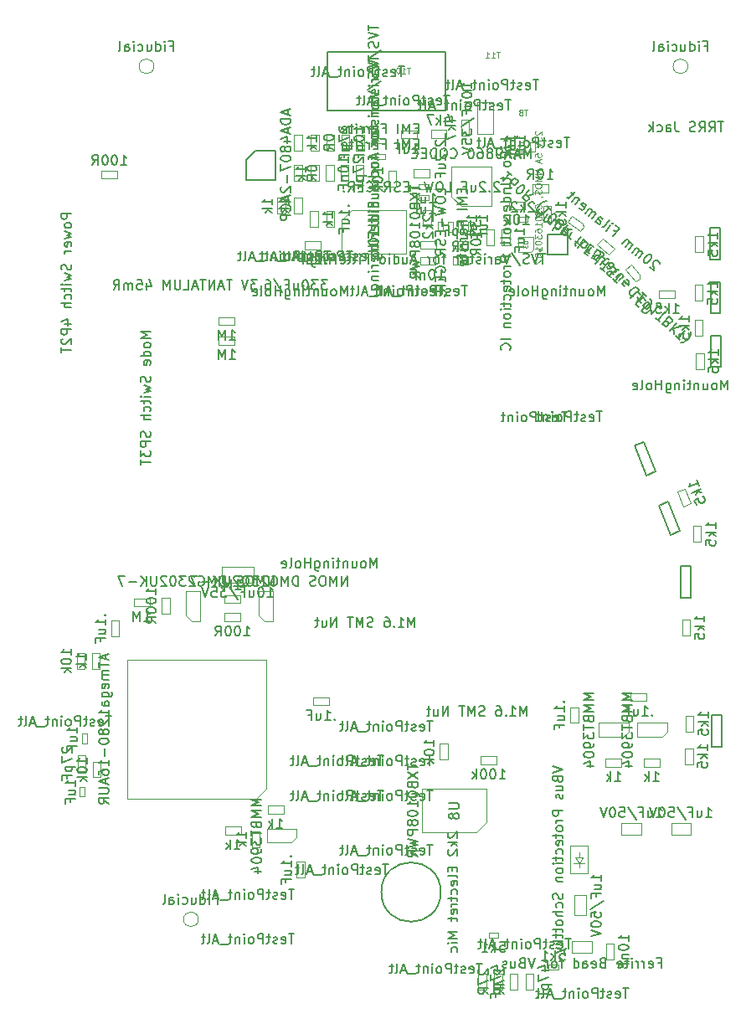
<source format=gbr>
G04 #@! TF.GenerationSoftware,KiCad,Pcbnew,6.0.11+dfsg-1~bpo11+1*
G04 #@! TF.CreationDate,2023-05-24T11:45:56-04:00*
G04 #@! TF.ProjectId,RUSP_Mainboard,52555350-5f4d-4616-996e-626f6172642e,rev?*
G04 #@! TF.SameCoordinates,Original*
G04 #@! TF.FileFunction,AssemblyDrawing,Bot*
%FSLAX46Y46*%
G04 Gerber Fmt 4.6, Leading zero omitted, Abs format (unit mm)*
G04 Created by KiCad (PCBNEW 6.0.11+dfsg-1~bpo11+1) date 2023-05-24 11:45:56*
%MOMM*%
%LPD*%
G01*
G04 APERTURE LIST*
%ADD10C,0.150000*%
%ADD11C,0.050000*%
%ADD12C,0.015000*%
%ADD13C,0.120000*%
%ADD14C,0.100000*%
%ADD15C,0.127000*%
%ADD16C,0.200000*%
G04 APERTURE END LIST*
D10*
X143039285Y-111527380D02*
X143039285Y-110527380D01*
X142467857Y-111527380D01*
X142467857Y-110527380D01*
X141991666Y-111527380D02*
X141991666Y-110527380D01*
X141658333Y-111241666D01*
X141325000Y-110527380D01*
X141325000Y-111527380D01*
X140658333Y-110527380D02*
X140467857Y-110527380D01*
X140372619Y-110575000D01*
X140277380Y-110670238D01*
X140229761Y-110860714D01*
X140229761Y-111194047D01*
X140277380Y-111384523D01*
X140372619Y-111479761D01*
X140467857Y-111527380D01*
X140658333Y-111527380D01*
X140753571Y-111479761D01*
X140848809Y-111384523D01*
X140896428Y-111194047D01*
X140896428Y-110860714D01*
X140848809Y-110670238D01*
X140753571Y-110575000D01*
X140658333Y-110527380D01*
X139848809Y-111479761D02*
X139705952Y-111527380D01*
X139467857Y-111527380D01*
X139372619Y-111479761D01*
X139325000Y-111432142D01*
X139277380Y-111336904D01*
X139277380Y-111241666D01*
X139325000Y-111146428D01*
X139372619Y-111098809D01*
X139467857Y-111051190D01*
X139658333Y-111003571D01*
X139753571Y-110955952D01*
X139801190Y-110908333D01*
X139848809Y-110813095D01*
X139848809Y-110717857D01*
X139801190Y-110622619D01*
X139753571Y-110575000D01*
X139658333Y-110527380D01*
X139420238Y-110527380D01*
X139277380Y-110575000D01*
X138086904Y-111527380D02*
X138086904Y-110527380D01*
X137848809Y-110527380D01*
X137705952Y-110575000D01*
X137610714Y-110670238D01*
X137563095Y-110765476D01*
X137515476Y-110955952D01*
X137515476Y-111098809D01*
X137563095Y-111289285D01*
X137610714Y-111384523D01*
X137705952Y-111479761D01*
X137848809Y-111527380D01*
X138086904Y-111527380D01*
X137086904Y-111527380D02*
X137086904Y-110527380D01*
X136753571Y-111241666D01*
X136420238Y-110527380D01*
X136420238Y-111527380D01*
X135420238Y-110575000D02*
X135515476Y-110527380D01*
X135658333Y-110527380D01*
X135801190Y-110575000D01*
X135896428Y-110670238D01*
X135944047Y-110765476D01*
X135991666Y-110955952D01*
X135991666Y-111098809D01*
X135944047Y-111289285D01*
X135896428Y-111384523D01*
X135801190Y-111479761D01*
X135658333Y-111527380D01*
X135563095Y-111527380D01*
X135420238Y-111479761D01*
X135372619Y-111432142D01*
X135372619Y-111098809D01*
X135563095Y-111098809D01*
X134991666Y-110622619D02*
X134944047Y-110575000D01*
X134848809Y-110527380D01*
X134610714Y-110527380D01*
X134515476Y-110575000D01*
X134467857Y-110622619D01*
X134420238Y-110717857D01*
X134420238Y-110813095D01*
X134467857Y-110955952D01*
X135039285Y-111527380D01*
X134420238Y-111527380D01*
X134086904Y-110527380D02*
X133467857Y-110527380D01*
X133801190Y-110908333D01*
X133658333Y-110908333D01*
X133563095Y-110955952D01*
X133515476Y-111003571D01*
X133467857Y-111098809D01*
X133467857Y-111336904D01*
X133515476Y-111432142D01*
X133563095Y-111479761D01*
X133658333Y-111527380D01*
X133944047Y-111527380D01*
X134039285Y-111479761D01*
X134086904Y-111432142D01*
X132848809Y-110527380D02*
X132753571Y-110527380D01*
X132658333Y-110575000D01*
X132610714Y-110622619D01*
X132563095Y-110717857D01*
X132515476Y-110908333D01*
X132515476Y-111146428D01*
X132563095Y-111336904D01*
X132610714Y-111432142D01*
X132658333Y-111479761D01*
X132753571Y-111527380D01*
X132848809Y-111527380D01*
X132944047Y-111479761D01*
X132991666Y-111432142D01*
X133039285Y-111336904D01*
X133086904Y-111146428D01*
X133086904Y-110908333D01*
X133039285Y-110717857D01*
X132991666Y-110622619D01*
X132944047Y-110575000D01*
X132848809Y-110527380D01*
X132134523Y-110622619D02*
X132086904Y-110575000D01*
X131991666Y-110527380D01*
X131753571Y-110527380D01*
X131658333Y-110575000D01*
X131610714Y-110622619D01*
X131563095Y-110717857D01*
X131563095Y-110813095D01*
X131610714Y-110955952D01*
X132182142Y-111527380D01*
X131563095Y-111527380D01*
X131134523Y-110527380D02*
X131134523Y-111336904D01*
X131086904Y-111432142D01*
X131039285Y-111479761D01*
X130944047Y-111527380D01*
X130753571Y-111527380D01*
X130658333Y-111479761D01*
X130610714Y-111432142D01*
X130563095Y-111336904D01*
X130563095Y-110527380D01*
X130086904Y-111527380D02*
X130086904Y-110527380D01*
X129515476Y-111527380D02*
X129944047Y-110955952D01*
X129515476Y-110527380D02*
X130086904Y-111098809D01*
X129086904Y-111146428D02*
X128325000Y-111146428D01*
X127944047Y-110527380D02*
X127277380Y-110527380D01*
X127705952Y-111527380D01*
X135664285Y-111527380D02*
X135664285Y-110527380D01*
X135092857Y-111527380D01*
X135092857Y-110527380D01*
X134616666Y-111527380D02*
X134616666Y-110527380D01*
X134283333Y-111241666D01*
X133950000Y-110527380D01*
X133950000Y-111527380D01*
X133283333Y-110527380D02*
X133092857Y-110527380D01*
X132997619Y-110575000D01*
X132902380Y-110670238D01*
X132854761Y-110860714D01*
X132854761Y-111194047D01*
X132902380Y-111384523D01*
X132997619Y-111479761D01*
X133092857Y-111527380D01*
X133283333Y-111527380D01*
X133378571Y-111479761D01*
X133473809Y-111384523D01*
X133521428Y-111194047D01*
X133521428Y-110860714D01*
X133473809Y-110670238D01*
X133378571Y-110575000D01*
X133283333Y-110527380D01*
X132473809Y-111479761D02*
X132330952Y-111527380D01*
X132092857Y-111527380D01*
X131997619Y-111479761D01*
X131950000Y-111432142D01*
X131902380Y-111336904D01*
X131902380Y-111241666D01*
X131950000Y-111146428D01*
X131997619Y-111098809D01*
X132092857Y-111051190D01*
X132283333Y-111003571D01*
X132378571Y-110955952D01*
X132426190Y-110908333D01*
X132473809Y-110813095D01*
X132473809Y-110717857D01*
X132426190Y-110622619D01*
X132378571Y-110575000D01*
X132283333Y-110527380D01*
X132045238Y-110527380D01*
X131902380Y-110575000D01*
X130711904Y-111527380D02*
X130711904Y-110527380D01*
X130473809Y-110527380D01*
X130330952Y-110575000D01*
X130235714Y-110670238D01*
X130188095Y-110765476D01*
X130140476Y-110955952D01*
X130140476Y-111098809D01*
X130188095Y-111289285D01*
X130235714Y-111384523D01*
X130330952Y-111479761D01*
X130473809Y-111527380D01*
X130711904Y-111527380D01*
X129711904Y-111527380D02*
X129711904Y-110527380D01*
X129378571Y-111241666D01*
X129045238Y-110527380D01*
X129045238Y-111527380D01*
X128045238Y-110575000D02*
X128140476Y-110527380D01*
X128283333Y-110527380D01*
X128426190Y-110575000D01*
X128521428Y-110670238D01*
X128569047Y-110765476D01*
X128616666Y-110955952D01*
X128616666Y-111098809D01*
X128569047Y-111289285D01*
X128521428Y-111384523D01*
X128426190Y-111479761D01*
X128283333Y-111527380D01*
X128188095Y-111527380D01*
X128045238Y-111479761D01*
X127997619Y-111432142D01*
X127997619Y-111098809D01*
X128188095Y-111098809D01*
X127616666Y-110622619D02*
X127569047Y-110575000D01*
X127473809Y-110527380D01*
X127235714Y-110527380D01*
X127140476Y-110575000D01*
X127092857Y-110622619D01*
X127045238Y-110717857D01*
X127045238Y-110813095D01*
X127092857Y-110955952D01*
X127664285Y-111527380D01*
X127045238Y-111527380D01*
X126711904Y-110527380D02*
X126092857Y-110527380D01*
X126426190Y-110908333D01*
X126283333Y-110908333D01*
X126188095Y-110955952D01*
X126140476Y-111003571D01*
X126092857Y-111098809D01*
X126092857Y-111336904D01*
X126140476Y-111432142D01*
X126188095Y-111479761D01*
X126283333Y-111527380D01*
X126569047Y-111527380D01*
X126664285Y-111479761D01*
X126711904Y-111432142D01*
X125473809Y-110527380D02*
X125378571Y-110527380D01*
X125283333Y-110575000D01*
X125235714Y-110622619D01*
X125188095Y-110717857D01*
X125140476Y-110908333D01*
X125140476Y-111146428D01*
X125188095Y-111336904D01*
X125235714Y-111432142D01*
X125283333Y-111479761D01*
X125378571Y-111527380D01*
X125473809Y-111527380D01*
X125569047Y-111479761D01*
X125616666Y-111432142D01*
X125664285Y-111336904D01*
X125711904Y-111146428D01*
X125711904Y-110908333D01*
X125664285Y-110717857D01*
X125616666Y-110622619D01*
X125569047Y-110575000D01*
X125473809Y-110527380D01*
X124759523Y-110622619D02*
X124711904Y-110575000D01*
X124616666Y-110527380D01*
X124378571Y-110527380D01*
X124283333Y-110575000D01*
X124235714Y-110622619D01*
X124188095Y-110717857D01*
X124188095Y-110813095D01*
X124235714Y-110955952D01*
X124807142Y-111527380D01*
X124188095Y-111527380D01*
X123759523Y-110527380D02*
X123759523Y-111336904D01*
X123711904Y-111432142D01*
X123664285Y-111479761D01*
X123569047Y-111527380D01*
X123378571Y-111527380D01*
X123283333Y-111479761D01*
X123235714Y-111432142D01*
X123188095Y-111336904D01*
X123188095Y-110527380D01*
X122711904Y-111527380D02*
X122711904Y-110527380D01*
X122140476Y-111527380D02*
X122569047Y-110955952D01*
X122140476Y-110527380D02*
X122711904Y-111098809D01*
X121711904Y-111146428D02*
X120950000Y-111146428D01*
X120569047Y-110527380D02*
X119902380Y-110527380D01*
X120330952Y-111527380D01*
X163270476Y-70372380D02*
X163841904Y-70372380D01*
X163556190Y-70372380D02*
X163556190Y-69372380D01*
X163651428Y-69515238D01*
X163746666Y-69610476D01*
X163841904Y-69658095D01*
X162651428Y-69372380D02*
X162556190Y-69372380D01*
X162460952Y-69420000D01*
X162413333Y-69467619D01*
X162365714Y-69562857D01*
X162318095Y-69753333D01*
X162318095Y-69991428D01*
X162365714Y-70181904D01*
X162413333Y-70277142D01*
X162460952Y-70324761D01*
X162556190Y-70372380D01*
X162651428Y-70372380D01*
X162746666Y-70324761D01*
X162794285Y-70277142D01*
X162841904Y-70181904D01*
X162889523Y-69991428D01*
X162889523Y-69753333D01*
X162841904Y-69562857D01*
X162794285Y-69467619D01*
X162746666Y-69420000D01*
X162651428Y-69372380D01*
X161318095Y-70372380D02*
X161651428Y-69896190D01*
X161889523Y-70372380D02*
X161889523Y-69372380D01*
X161508571Y-69372380D01*
X161413333Y-69420000D01*
X161365714Y-69467619D01*
X161318095Y-69562857D01*
X161318095Y-69705714D01*
X161365714Y-69800952D01*
X161413333Y-69848571D01*
X161508571Y-69896190D01*
X161889523Y-69896190D01*
X131735714Y-111872380D02*
X132307142Y-111872380D01*
X132021428Y-111872380D02*
X132021428Y-110872380D01*
X132116666Y-111015238D01*
X132211904Y-111110476D01*
X132307142Y-111158095D01*
X131307142Y-111872380D02*
X131307142Y-110872380D01*
X130973809Y-111586666D01*
X130640476Y-110872380D01*
X130640476Y-111872380D01*
X132616666Y-116582380D02*
X133188095Y-116582380D01*
X132902380Y-116582380D02*
X132902380Y-115582380D01*
X132997619Y-115725238D01*
X133092857Y-115820476D01*
X133188095Y-115868095D01*
X131997619Y-115582380D02*
X131902380Y-115582380D01*
X131807142Y-115630000D01*
X131759523Y-115677619D01*
X131711904Y-115772857D01*
X131664285Y-115963333D01*
X131664285Y-116201428D01*
X131711904Y-116391904D01*
X131759523Y-116487142D01*
X131807142Y-116534761D01*
X131902380Y-116582380D01*
X131997619Y-116582380D01*
X132092857Y-116534761D01*
X132140476Y-116487142D01*
X132188095Y-116391904D01*
X132235714Y-116201428D01*
X132235714Y-115963333D01*
X132188095Y-115772857D01*
X132140476Y-115677619D01*
X132092857Y-115630000D01*
X131997619Y-115582380D01*
X131045238Y-115582380D02*
X130950000Y-115582380D01*
X130854761Y-115630000D01*
X130807142Y-115677619D01*
X130759523Y-115772857D01*
X130711904Y-115963333D01*
X130711904Y-116201428D01*
X130759523Y-116391904D01*
X130807142Y-116487142D01*
X130854761Y-116534761D01*
X130950000Y-116582380D01*
X131045238Y-116582380D01*
X131140476Y-116534761D01*
X131188095Y-116487142D01*
X131235714Y-116391904D01*
X131283333Y-116201428D01*
X131283333Y-115963333D01*
X131235714Y-115772857D01*
X131188095Y-115677619D01*
X131140476Y-115630000D01*
X131045238Y-115582380D01*
X129711904Y-116582380D02*
X130045238Y-116106190D01*
X130283333Y-116582380D02*
X130283333Y-115582380D01*
X129902380Y-115582380D01*
X129807142Y-115630000D01*
X129759523Y-115677619D01*
X129711904Y-115772857D01*
X129711904Y-115915714D01*
X129759523Y-116010952D01*
X129807142Y-116058571D01*
X129902380Y-116106190D01*
X130283333Y-116106190D01*
X122535714Y-115082380D02*
X123107142Y-115082380D01*
X122821428Y-115082380D02*
X122821428Y-114082380D01*
X122916666Y-114225238D01*
X123011904Y-114320476D01*
X123107142Y-114368095D01*
X122107142Y-115082380D02*
X122107142Y-114082380D01*
X121773809Y-114796666D01*
X121440476Y-114082380D01*
X121440476Y-115082380D01*
X123722380Y-112383333D02*
X123722380Y-111811904D01*
X123722380Y-112097619D02*
X122722380Y-112097619D01*
X122865238Y-112002380D01*
X122960476Y-111907142D01*
X123008095Y-111811904D01*
X122722380Y-113002380D02*
X122722380Y-113097619D01*
X122770000Y-113192857D01*
X122817619Y-113240476D01*
X122912857Y-113288095D01*
X123103333Y-113335714D01*
X123341428Y-113335714D01*
X123531904Y-113288095D01*
X123627142Y-113240476D01*
X123674761Y-113192857D01*
X123722380Y-113097619D01*
X123722380Y-113002380D01*
X123674761Y-112907142D01*
X123627142Y-112859523D01*
X123531904Y-112811904D01*
X123341428Y-112764285D01*
X123103333Y-112764285D01*
X122912857Y-112811904D01*
X122817619Y-112859523D01*
X122770000Y-112907142D01*
X122722380Y-113002380D01*
X122722380Y-113954761D02*
X122722380Y-114050000D01*
X122770000Y-114145238D01*
X122817619Y-114192857D01*
X122912857Y-114240476D01*
X123103333Y-114288095D01*
X123341428Y-114288095D01*
X123531904Y-114240476D01*
X123627142Y-114192857D01*
X123674761Y-114145238D01*
X123722380Y-114050000D01*
X123722380Y-113954761D01*
X123674761Y-113859523D01*
X123627142Y-113811904D01*
X123531904Y-113764285D01*
X123341428Y-113716666D01*
X123103333Y-113716666D01*
X122912857Y-113764285D01*
X122817619Y-113811904D01*
X122770000Y-113859523D01*
X122722380Y-113954761D01*
X123722380Y-115288095D02*
X123246190Y-114954761D01*
X123722380Y-114716666D02*
X122722380Y-114716666D01*
X122722380Y-115097619D01*
X122770000Y-115192857D01*
X122817619Y-115240476D01*
X122912857Y-115288095D01*
X123055714Y-115288095D01*
X123150952Y-115240476D01*
X123198571Y-115192857D01*
X123246190Y-115097619D01*
X123246190Y-114716666D01*
X118502142Y-114492857D02*
X118549761Y-114540476D01*
X118597380Y-114492857D01*
X118549761Y-114445238D01*
X118502142Y-114492857D01*
X118597380Y-114492857D01*
X118597380Y-115492857D02*
X118597380Y-114921428D01*
X118597380Y-115207142D02*
X117597380Y-115207142D01*
X117740238Y-115111904D01*
X117835476Y-115016666D01*
X117883095Y-114921428D01*
X117930714Y-116350000D02*
X118597380Y-116350000D01*
X117930714Y-115921428D02*
X118454523Y-115921428D01*
X118549761Y-115969047D01*
X118597380Y-116064285D01*
X118597380Y-116207142D01*
X118549761Y-116302380D01*
X118502142Y-116350000D01*
X118073571Y-117159523D02*
X118073571Y-116826190D01*
X118597380Y-116826190D02*
X117597380Y-116826190D01*
X117597380Y-117302380D01*
X159982380Y-66554761D02*
X159982380Y-65983333D01*
X159982380Y-66269047D02*
X158982380Y-66269047D01*
X159125238Y-66173809D01*
X159220476Y-66078571D01*
X159268095Y-65983333D01*
X159315714Y-67411904D02*
X159982380Y-67411904D01*
X159315714Y-66983333D02*
X159839523Y-66983333D01*
X159934761Y-67030952D01*
X159982380Y-67126190D01*
X159982380Y-67269047D01*
X159934761Y-67364285D01*
X159887142Y-67411904D01*
X159458571Y-68221428D02*
X159458571Y-67888095D01*
X159982380Y-67888095D02*
X158982380Y-67888095D01*
X158982380Y-68364285D01*
X150657142Y-67687142D02*
X150609523Y-67734761D01*
X150657142Y-67782380D01*
X150704761Y-67734761D01*
X150657142Y-67687142D01*
X150657142Y-67782380D01*
X149657142Y-67782380D02*
X150228571Y-67782380D01*
X149942857Y-67782380D02*
X149942857Y-66782380D01*
X150038095Y-66925238D01*
X150133333Y-67020476D01*
X150228571Y-67068095D01*
X148800000Y-67115714D02*
X148800000Y-67782380D01*
X149228571Y-67115714D02*
X149228571Y-67639523D01*
X149180952Y-67734761D01*
X149085714Y-67782380D01*
X148942857Y-67782380D01*
X148847619Y-67734761D01*
X148800000Y-67687142D01*
X147990476Y-67258571D02*
X148323809Y-67258571D01*
X148323809Y-67782380D02*
X148323809Y-66782380D01*
X147847619Y-66782380D01*
X151395238Y-73872380D02*
X151966666Y-73872380D01*
X151680952Y-73872380D02*
X151680952Y-72872380D01*
X151776190Y-73015238D01*
X151871428Y-73110476D01*
X151966666Y-73158095D01*
X150538095Y-73205714D02*
X150538095Y-73872380D01*
X150966666Y-73205714D02*
X150966666Y-73729523D01*
X150919047Y-73824761D01*
X150823809Y-73872380D01*
X150680952Y-73872380D01*
X150585714Y-73824761D01*
X150538095Y-73777142D01*
X149728571Y-73348571D02*
X150061904Y-73348571D01*
X150061904Y-73872380D02*
X150061904Y-72872380D01*
X149585714Y-72872380D01*
X151395238Y-72822380D02*
X151966666Y-72822380D01*
X151680952Y-72822380D02*
X151680952Y-71822380D01*
X151776190Y-71965238D01*
X151871428Y-72060476D01*
X151966666Y-72108095D01*
X150538095Y-72155714D02*
X150538095Y-72822380D01*
X150966666Y-72155714D02*
X150966666Y-72679523D01*
X150919047Y-72774761D01*
X150823809Y-72822380D01*
X150680952Y-72822380D01*
X150585714Y-72774761D01*
X150538095Y-72727142D01*
X149728571Y-72298571D02*
X150061904Y-72298571D01*
X150061904Y-72822380D02*
X150061904Y-71822380D01*
X149585714Y-71822380D01*
X156147380Y-74629761D02*
X156147380Y-74058333D01*
X156147380Y-74344047D02*
X155147380Y-74344047D01*
X155290238Y-74248809D01*
X155385476Y-74153571D01*
X155433095Y-74058333D01*
X155480714Y-75486904D02*
X156147380Y-75486904D01*
X155480714Y-75058333D02*
X156004523Y-75058333D01*
X156099761Y-75105952D01*
X156147380Y-75201190D01*
X156147380Y-75344047D01*
X156099761Y-75439285D01*
X156052142Y-75486904D01*
X155623571Y-76296428D02*
X155623571Y-75963095D01*
X156147380Y-75963095D02*
X155147380Y-75963095D01*
X155147380Y-76439285D01*
X157172380Y-74604761D02*
X157172380Y-74033333D01*
X157172380Y-74319047D02*
X156172380Y-74319047D01*
X156315238Y-74223809D01*
X156410476Y-74128571D01*
X156458095Y-74033333D01*
X156505714Y-75461904D02*
X157172380Y-75461904D01*
X156505714Y-75033333D02*
X157029523Y-75033333D01*
X157124761Y-75080952D01*
X157172380Y-75176190D01*
X157172380Y-75319047D01*
X157124761Y-75414285D01*
X157077142Y-75461904D01*
X156648571Y-76271428D02*
X156648571Y-75938095D01*
X157172380Y-75938095D02*
X156172380Y-75938095D01*
X156172380Y-76414285D01*
X152271428Y-80532380D02*
X152842857Y-80532380D01*
X152557142Y-80532380D02*
X152557142Y-79532380D01*
X152652380Y-79675238D01*
X152747619Y-79770476D01*
X152842857Y-79818095D01*
X151652380Y-79532380D02*
X151557142Y-79532380D01*
X151461904Y-79580000D01*
X151414285Y-79627619D01*
X151366666Y-79722857D01*
X151319047Y-79913333D01*
X151319047Y-80151428D01*
X151366666Y-80341904D01*
X151414285Y-80437142D01*
X151461904Y-80484761D01*
X151557142Y-80532380D01*
X151652380Y-80532380D01*
X151747619Y-80484761D01*
X151795238Y-80437142D01*
X151842857Y-80341904D01*
X151890476Y-80151428D01*
X151890476Y-79913333D01*
X151842857Y-79722857D01*
X151795238Y-79627619D01*
X151747619Y-79580000D01*
X151652380Y-79532380D01*
X150890476Y-79865714D02*
X150890476Y-80532380D01*
X150890476Y-79960952D02*
X150842857Y-79913333D01*
X150747619Y-79865714D01*
X150604761Y-79865714D01*
X150509523Y-79913333D01*
X150461904Y-80008571D01*
X150461904Y-80532380D01*
X149652380Y-80008571D02*
X149985714Y-80008571D01*
X149985714Y-80532380D02*
X149985714Y-79532380D01*
X149509523Y-79532380D01*
X156142857Y-75167619D02*
X156095238Y-75120000D01*
X156000000Y-75072380D01*
X155761904Y-75072380D01*
X155666666Y-75120000D01*
X155619047Y-75167619D01*
X155571428Y-75262857D01*
X155571428Y-75358095D01*
X155619047Y-75500952D01*
X156190476Y-76072380D01*
X155571428Y-76072380D01*
X155238095Y-75072380D02*
X154571428Y-75072380D01*
X155000000Y-76072380D01*
X154190476Y-75405714D02*
X154190476Y-76405714D01*
X154190476Y-75453333D02*
X154095238Y-75405714D01*
X153904761Y-75405714D01*
X153809523Y-75453333D01*
X153761904Y-75500952D01*
X153714285Y-75596190D01*
X153714285Y-75881904D01*
X153761904Y-75977142D01*
X153809523Y-76024761D01*
X153904761Y-76072380D01*
X154095238Y-76072380D01*
X154190476Y-76024761D01*
X152952380Y-75548571D02*
X153285714Y-75548571D01*
X153285714Y-76072380D02*
X153285714Y-75072380D01*
X152809523Y-75072380D01*
X143117142Y-73082857D02*
X143164761Y-73130476D01*
X143212380Y-73082857D01*
X143164761Y-73035238D01*
X143117142Y-73082857D01*
X143212380Y-73082857D01*
X143212380Y-74082857D02*
X143212380Y-73511428D01*
X143212380Y-73797142D02*
X142212380Y-73797142D01*
X142355238Y-73701904D01*
X142450476Y-73606666D01*
X142498095Y-73511428D01*
X142545714Y-74940000D02*
X143212380Y-74940000D01*
X142545714Y-74511428D02*
X143069523Y-74511428D01*
X143164761Y-74559047D01*
X143212380Y-74654285D01*
X143212380Y-74797142D01*
X143164761Y-74892380D01*
X143117142Y-74940000D01*
X142688571Y-75749523D02*
X142688571Y-75416190D01*
X143212380Y-75416190D02*
X142212380Y-75416190D01*
X142212380Y-75892380D01*
X143590476Y-77652380D02*
X143019047Y-77652380D01*
X143304761Y-78652380D02*
X143304761Y-77652380D01*
X142304761Y-78604761D02*
X142400000Y-78652380D01*
X142590476Y-78652380D01*
X142685714Y-78604761D01*
X142733333Y-78509523D01*
X142733333Y-78128571D01*
X142685714Y-78033333D01*
X142590476Y-77985714D01*
X142400000Y-77985714D01*
X142304761Y-78033333D01*
X142257142Y-78128571D01*
X142257142Y-78223809D01*
X142733333Y-78319047D01*
X141876190Y-78604761D02*
X141780952Y-78652380D01*
X141590476Y-78652380D01*
X141495238Y-78604761D01*
X141447619Y-78509523D01*
X141447619Y-78461904D01*
X141495238Y-78366666D01*
X141590476Y-78319047D01*
X141733333Y-78319047D01*
X141828571Y-78271428D01*
X141876190Y-78176190D01*
X141876190Y-78128571D01*
X141828571Y-78033333D01*
X141733333Y-77985714D01*
X141590476Y-77985714D01*
X141495238Y-78033333D01*
X141161904Y-77985714D02*
X140780952Y-77985714D01*
X141019047Y-77652380D02*
X141019047Y-78509523D01*
X140971428Y-78604761D01*
X140876190Y-78652380D01*
X140780952Y-78652380D01*
X140447619Y-78652380D02*
X140447619Y-77652380D01*
X140066666Y-77652380D01*
X139971428Y-77700000D01*
X139923809Y-77747619D01*
X139876190Y-77842857D01*
X139876190Y-77985714D01*
X139923809Y-78080952D01*
X139971428Y-78128571D01*
X140066666Y-78176190D01*
X140447619Y-78176190D01*
X139304761Y-78652380D02*
X139400000Y-78604761D01*
X139447619Y-78557142D01*
X139495238Y-78461904D01*
X139495238Y-78176190D01*
X139447619Y-78080952D01*
X139400000Y-78033333D01*
X139304761Y-77985714D01*
X139161904Y-77985714D01*
X139066666Y-78033333D01*
X139019047Y-78080952D01*
X138971428Y-78176190D01*
X138971428Y-78461904D01*
X139019047Y-78557142D01*
X139066666Y-78604761D01*
X139161904Y-78652380D01*
X139304761Y-78652380D01*
X138542857Y-78652380D02*
X138542857Y-77985714D01*
X138542857Y-77652380D02*
X138590476Y-77700000D01*
X138542857Y-77747619D01*
X138495238Y-77700000D01*
X138542857Y-77652380D01*
X138542857Y-77747619D01*
X138066666Y-77985714D02*
X138066666Y-78652380D01*
X138066666Y-78080952D02*
X138019047Y-78033333D01*
X137923809Y-77985714D01*
X137780952Y-77985714D01*
X137685714Y-78033333D01*
X137638095Y-78128571D01*
X137638095Y-78652380D01*
X137304761Y-77985714D02*
X136923809Y-77985714D01*
X137161904Y-77652380D02*
X137161904Y-78509523D01*
X137114285Y-78604761D01*
X137019047Y-78652380D01*
X136923809Y-78652380D01*
X136828571Y-78747619D02*
X136066666Y-78747619D01*
X135876190Y-78366666D02*
X135400000Y-78366666D01*
X135971428Y-78652380D02*
X135638095Y-77652380D01*
X135304761Y-78652380D01*
X134828571Y-78652380D02*
X134923809Y-78604761D01*
X134971428Y-78509523D01*
X134971428Y-77652380D01*
X134590476Y-77985714D02*
X134209523Y-77985714D01*
X134447619Y-77652380D02*
X134447619Y-78509523D01*
X134400000Y-78604761D01*
X134304761Y-78652380D01*
X134209523Y-78652380D01*
X145790476Y-77652380D02*
X145219047Y-77652380D01*
X145504761Y-78652380D02*
X145504761Y-77652380D01*
X144504761Y-78604761D02*
X144600000Y-78652380D01*
X144790476Y-78652380D01*
X144885714Y-78604761D01*
X144933333Y-78509523D01*
X144933333Y-78128571D01*
X144885714Y-78033333D01*
X144790476Y-77985714D01*
X144600000Y-77985714D01*
X144504761Y-78033333D01*
X144457142Y-78128571D01*
X144457142Y-78223809D01*
X144933333Y-78319047D01*
X144076190Y-78604761D02*
X143980952Y-78652380D01*
X143790476Y-78652380D01*
X143695238Y-78604761D01*
X143647619Y-78509523D01*
X143647619Y-78461904D01*
X143695238Y-78366666D01*
X143790476Y-78319047D01*
X143933333Y-78319047D01*
X144028571Y-78271428D01*
X144076190Y-78176190D01*
X144076190Y-78128571D01*
X144028571Y-78033333D01*
X143933333Y-77985714D01*
X143790476Y-77985714D01*
X143695238Y-78033333D01*
X143361904Y-77985714D02*
X142980952Y-77985714D01*
X143219047Y-77652380D02*
X143219047Y-78509523D01*
X143171428Y-78604761D01*
X143076190Y-78652380D01*
X142980952Y-78652380D01*
X142647619Y-78652380D02*
X142647619Y-77652380D01*
X142266666Y-77652380D01*
X142171428Y-77700000D01*
X142123809Y-77747619D01*
X142076190Y-77842857D01*
X142076190Y-77985714D01*
X142123809Y-78080952D01*
X142171428Y-78128571D01*
X142266666Y-78176190D01*
X142647619Y-78176190D01*
X141504761Y-78652380D02*
X141600000Y-78604761D01*
X141647619Y-78557142D01*
X141695238Y-78461904D01*
X141695238Y-78176190D01*
X141647619Y-78080952D01*
X141600000Y-78033333D01*
X141504761Y-77985714D01*
X141361904Y-77985714D01*
X141266666Y-78033333D01*
X141219047Y-78080952D01*
X141171428Y-78176190D01*
X141171428Y-78461904D01*
X141219047Y-78557142D01*
X141266666Y-78604761D01*
X141361904Y-78652380D01*
X141504761Y-78652380D01*
X140742857Y-78652380D02*
X140742857Y-77985714D01*
X140742857Y-77652380D02*
X140790476Y-77700000D01*
X140742857Y-77747619D01*
X140695238Y-77700000D01*
X140742857Y-77652380D01*
X140742857Y-77747619D01*
X140266666Y-77985714D02*
X140266666Y-78652380D01*
X140266666Y-78080952D02*
X140219047Y-78033333D01*
X140123809Y-77985714D01*
X139980952Y-77985714D01*
X139885714Y-78033333D01*
X139838095Y-78128571D01*
X139838095Y-78652380D01*
X139504761Y-77985714D02*
X139123809Y-77985714D01*
X139361904Y-77652380D02*
X139361904Y-78509523D01*
X139314285Y-78604761D01*
X139219047Y-78652380D01*
X139123809Y-78652380D01*
X139028571Y-78747619D02*
X138266666Y-78747619D01*
X138076190Y-78366666D02*
X137600000Y-78366666D01*
X138171428Y-78652380D02*
X137838095Y-77652380D01*
X137504761Y-78652380D01*
X137028571Y-78652380D02*
X137123809Y-78604761D01*
X137171428Y-78509523D01*
X137171428Y-77652380D01*
X136790476Y-77985714D02*
X136409523Y-77985714D01*
X136647619Y-77652380D02*
X136647619Y-78509523D01*
X136600000Y-78604761D01*
X136504761Y-78652380D01*
X136409523Y-78652380D01*
X181535714Y-91702380D02*
X181535714Y-90702380D01*
X181202380Y-91416666D01*
X180869047Y-90702380D01*
X180869047Y-91702380D01*
X180250000Y-91702380D02*
X180345238Y-91654761D01*
X180392857Y-91607142D01*
X180440476Y-91511904D01*
X180440476Y-91226190D01*
X180392857Y-91130952D01*
X180345238Y-91083333D01*
X180250000Y-91035714D01*
X180107142Y-91035714D01*
X180011904Y-91083333D01*
X179964285Y-91130952D01*
X179916666Y-91226190D01*
X179916666Y-91511904D01*
X179964285Y-91607142D01*
X180011904Y-91654761D01*
X180107142Y-91702380D01*
X180250000Y-91702380D01*
X179059523Y-91035714D02*
X179059523Y-91702380D01*
X179488095Y-91035714D02*
X179488095Y-91559523D01*
X179440476Y-91654761D01*
X179345238Y-91702380D01*
X179202380Y-91702380D01*
X179107142Y-91654761D01*
X179059523Y-91607142D01*
X178583333Y-91035714D02*
X178583333Y-91702380D01*
X178583333Y-91130952D02*
X178535714Y-91083333D01*
X178440476Y-91035714D01*
X178297619Y-91035714D01*
X178202380Y-91083333D01*
X178154761Y-91178571D01*
X178154761Y-91702380D01*
X177821428Y-91035714D02*
X177440476Y-91035714D01*
X177678571Y-90702380D02*
X177678571Y-91559523D01*
X177630952Y-91654761D01*
X177535714Y-91702380D01*
X177440476Y-91702380D01*
X177107142Y-91702380D02*
X177107142Y-91035714D01*
X177107142Y-90702380D02*
X177154761Y-90750000D01*
X177107142Y-90797619D01*
X177059523Y-90750000D01*
X177107142Y-90702380D01*
X177107142Y-90797619D01*
X176630952Y-91035714D02*
X176630952Y-91702380D01*
X176630952Y-91130952D02*
X176583333Y-91083333D01*
X176488095Y-91035714D01*
X176345238Y-91035714D01*
X176250000Y-91083333D01*
X176202380Y-91178571D01*
X176202380Y-91702380D01*
X175297619Y-91035714D02*
X175297619Y-91845238D01*
X175345238Y-91940476D01*
X175392857Y-91988095D01*
X175488095Y-92035714D01*
X175630952Y-92035714D01*
X175726190Y-91988095D01*
X175297619Y-91654761D02*
X175392857Y-91702380D01*
X175583333Y-91702380D01*
X175678571Y-91654761D01*
X175726190Y-91607142D01*
X175773809Y-91511904D01*
X175773809Y-91226190D01*
X175726190Y-91130952D01*
X175678571Y-91083333D01*
X175583333Y-91035714D01*
X175392857Y-91035714D01*
X175297619Y-91083333D01*
X174821428Y-91702380D02*
X174821428Y-90702380D01*
X174821428Y-91178571D02*
X174250000Y-91178571D01*
X174250000Y-91702380D02*
X174250000Y-90702380D01*
X173630952Y-91702380D02*
X173726190Y-91654761D01*
X173773809Y-91607142D01*
X173821428Y-91511904D01*
X173821428Y-91226190D01*
X173773809Y-91130952D01*
X173726190Y-91083333D01*
X173630952Y-91035714D01*
X173488095Y-91035714D01*
X173392857Y-91083333D01*
X173345238Y-91130952D01*
X173297619Y-91226190D01*
X173297619Y-91511904D01*
X173345238Y-91607142D01*
X173392857Y-91654761D01*
X173488095Y-91702380D01*
X173630952Y-91702380D01*
X172726190Y-91702380D02*
X172821428Y-91654761D01*
X172869047Y-91559523D01*
X172869047Y-90702380D01*
X171964285Y-91654761D02*
X172059523Y-91702380D01*
X172250000Y-91702380D01*
X172345238Y-91654761D01*
X172392857Y-91559523D01*
X172392857Y-91178571D01*
X172345238Y-91083333D01*
X172250000Y-91035714D01*
X172059523Y-91035714D01*
X171964285Y-91083333D01*
X171916666Y-91178571D01*
X171916666Y-91273809D01*
X172392857Y-91369047D01*
X169035714Y-82202380D02*
X169035714Y-81202380D01*
X168702380Y-81916666D01*
X168369047Y-81202380D01*
X168369047Y-82202380D01*
X167750000Y-82202380D02*
X167845238Y-82154761D01*
X167892857Y-82107142D01*
X167940476Y-82011904D01*
X167940476Y-81726190D01*
X167892857Y-81630952D01*
X167845238Y-81583333D01*
X167750000Y-81535714D01*
X167607142Y-81535714D01*
X167511904Y-81583333D01*
X167464285Y-81630952D01*
X167416666Y-81726190D01*
X167416666Y-82011904D01*
X167464285Y-82107142D01*
X167511904Y-82154761D01*
X167607142Y-82202380D01*
X167750000Y-82202380D01*
X166559523Y-81535714D02*
X166559523Y-82202380D01*
X166988095Y-81535714D02*
X166988095Y-82059523D01*
X166940476Y-82154761D01*
X166845238Y-82202380D01*
X166702380Y-82202380D01*
X166607142Y-82154761D01*
X166559523Y-82107142D01*
X166083333Y-81535714D02*
X166083333Y-82202380D01*
X166083333Y-81630952D02*
X166035714Y-81583333D01*
X165940476Y-81535714D01*
X165797619Y-81535714D01*
X165702380Y-81583333D01*
X165654761Y-81678571D01*
X165654761Y-82202380D01*
X165321428Y-81535714D02*
X164940476Y-81535714D01*
X165178571Y-81202380D02*
X165178571Y-82059523D01*
X165130952Y-82154761D01*
X165035714Y-82202380D01*
X164940476Y-82202380D01*
X164607142Y-82202380D02*
X164607142Y-81535714D01*
X164607142Y-81202380D02*
X164654761Y-81250000D01*
X164607142Y-81297619D01*
X164559523Y-81250000D01*
X164607142Y-81202380D01*
X164607142Y-81297619D01*
X164130952Y-81535714D02*
X164130952Y-82202380D01*
X164130952Y-81630952D02*
X164083333Y-81583333D01*
X163988095Y-81535714D01*
X163845238Y-81535714D01*
X163750000Y-81583333D01*
X163702380Y-81678571D01*
X163702380Y-82202380D01*
X162797619Y-81535714D02*
X162797619Y-82345238D01*
X162845238Y-82440476D01*
X162892857Y-82488095D01*
X162988095Y-82535714D01*
X163130952Y-82535714D01*
X163226190Y-82488095D01*
X162797619Y-82154761D02*
X162892857Y-82202380D01*
X163083333Y-82202380D01*
X163178571Y-82154761D01*
X163226190Y-82107142D01*
X163273809Y-82011904D01*
X163273809Y-81726190D01*
X163226190Y-81630952D01*
X163178571Y-81583333D01*
X163083333Y-81535714D01*
X162892857Y-81535714D01*
X162797619Y-81583333D01*
X162321428Y-82202380D02*
X162321428Y-81202380D01*
X162321428Y-81678571D02*
X161750000Y-81678571D01*
X161750000Y-82202380D02*
X161750000Y-81202380D01*
X161130952Y-82202380D02*
X161226190Y-82154761D01*
X161273809Y-82107142D01*
X161321428Y-82011904D01*
X161321428Y-81726190D01*
X161273809Y-81630952D01*
X161226190Y-81583333D01*
X161130952Y-81535714D01*
X160988095Y-81535714D01*
X160892857Y-81583333D01*
X160845238Y-81630952D01*
X160797619Y-81726190D01*
X160797619Y-82011904D01*
X160845238Y-82107142D01*
X160892857Y-82154761D01*
X160988095Y-82202380D01*
X161130952Y-82202380D01*
X160226190Y-82202380D02*
X160321428Y-82154761D01*
X160369047Y-82059523D01*
X160369047Y-81202380D01*
X159464285Y-82154761D02*
X159559523Y-82202380D01*
X159750000Y-82202380D01*
X159845238Y-82154761D01*
X159892857Y-82059523D01*
X159892857Y-81678571D01*
X159845238Y-81583333D01*
X159750000Y-81535714D01*
X159559523Y-81535714D01*
X159464285Y-81583333D01*
X159416666Y-81678571D01*
X159416666Y-81773809D01*
X159892857Y-81869047D01*
X146035714Y-109702380D02*
X146035714Y-108702380D01*
X145702380Y-109416666D01*
X145369047Y-108702380D01*
X145369047Y-109702380D01*
X144750000Y-109702380D02*
X144845238Y-109654761D01*
X144892857Y-109607142D01*
X144940476Y-109511904D01*
X144940476Y-109226190D01*
X144892857Y-109130952D01*
X144845238Y-109083333D01*
X144750000Y-109035714D01*
X144607142Y-109035714D01*
X144511904Y-109083333D01*
X144464285Y-109130952D01*
X144416666Y-109226190D01*
X144416666Y-109511904D01*
X144464285Y-109607142D01*
X144511904Y-109654761D01*
X144607142Y-109702380D01*
X144750000Y-109702380D01*
X143559523Y-109035714D02*
X143559523Y-109702380D01*
X143988095Y-109035714D02*
X143988095Y-109559523D01*
X143940476Y-109654761D01*
X143845238Y-109702380D01*
X143702380Y-109702380D01*
X143607142Y-109654761D01*
X143559523Y-109607142D01*
X143083333Y-109035714D02*
X143083333Y-109702380D01*
X143083333Y-109130952D02*
X143035714Y-109083333D01*
X142940476Y-109035714D01*
X142797619Y-109035714D01*
X142702380Y-109083333D01*
X142654761Y-109178571D01*
X142654761Y-109702380D01*
X142321428Y-109035714D02*
X141940476Y-109035714D01*
X142178571Y-108702380D02*
X142178571Y-109559523D01*
X142130952Y-109654761D01*
X142035714Y-109702380D01*
X141940476Y-109702380D01*
X141607142Y-109702380D02*
X141607142Y-109035714D01*
X141607142Y-108702380D02*
X141654761Y-108750000D01*
X141607142Y-108797619D01*
X141559523Y-108750000D01*
X141607142Y-108702380D01*
X141607142Y-108797619D01*
X141130952Y-109035714D02*
X141130952Y-109702380D01*
X141130952Y-109130952D02*
X141083333Y-109083333D01*
X140988095Y-109035714D01*
X140845238Y-109035714D01*
X140750000Y-109083333D01*
X140702380Y-109178571D01*
X140702380Y-109702380D01*
X139797619Y-109035714D02*
X139797619Y-109845238D01*
X139845238Y-109940476D01*
X139892857Y-109988095D01*
X139988095Y-110035714D01*
X140130952Y-110035714D01*
X140226190Y-109988095D01*
X139797619Y-109654761D02*
X139892857Y-109702380D01*
X140083333Y-109702380D01*
X140178571Y-109654761D01*
X140226190Y-109607142D01*
X140273809Y-109511904D01*
X140273809Y-109226190D01*
X140226190Y-109130952D01*
X140178571Y-109083333D01*
X140083333Y-109035714D01*
X139892857Y-109035714D01*
X139797619Y-109083333D01*
X139321428Y-109702380D02*
X139321428Y-108702380D01*
X139321428Y-109178571D02*
X138750000Y-109178571D01*
X138750000Y-109702380D02*
X138750000Y-108702380D01*
X138130952Y-109702380D02*
X138226190Y-109654761D01*
X138273809Y-109607142D01*
X138321428Y-109511904D01*
X138321428Y-109226190D01*
X138273809Y-109130952D01*
X138226190Y-109083333D01*
X138130952Y-109035714D01*
X137988095Y-109035714D01*
X137892857Y-109083333D01*
X137845238Y-109130952D01*
X137797619Y-109226190D01*
X137797619Y-109511904D01*
X137845238Y-109607142D01*
X137892857Y-109654761D01*
X137988095Y-109702380D01*
X138130952Y-109702380D01*
X137226190Y-109702380D02*
X137321428Y-109654761D01*
X137369047Y-109559523D01*
X137369047Y-108702380D01*
X136464285Y-109654761D02*
X136559523Y-109702380D01*
X136750000Y-109702380D01*
X136845238Y-109654761D01*
X136892857Y-109559523D01*
X136892857Y-109178571D01*
X136845238Y-109083333D01*
X136750000Y-109035714D01*
X136559523Y-109035714D01*
X136464285Y-109083333D01*
X136416666Y-109178571D01*
X136416666Y-109273809D01*
X136892857Y-109369047D01*
X143035714Y-82202380D02*
X143035714Y-81202380D01*
X142702380Y-81916666D01*
X142369047Y-81202380D01*
X142369047Y-82202380D01*
X141750000Y-82202380D02*
X141845238Y-82154761D01*
X141892857Y-82107142D01*
X141940476Y-82011904D01*
X141940476Y-81726190D01*
X141892857Y-81630952D01*
X141845238Y-81583333D01*
X141750000Y-81535714D01*
X141607142Y-81535714D01*
X141511904Y-81583333D01*
X141464285Y-81630952D01*
X141416666Y-81726190D01*
X141416666Y-82011904D01*
X141464285Y-82107142D01*
X141511904Y-82154761D01*
X141607142Y-82202380D01*
X141750000Y-82202380D01*
X140559523Y-81535714D02*
X140559523Y-82202380D01*
X140988095Y-81535714D02*
X140988095Y-82059523D01*
X140940476Y-82154761D01*
X140845238Y-82202380D01*
X140702380Y-82202380D01*
X140607142Y-82154761D01*
X140559523Y-82107142D01*
X140083333Y-81535714D02*
X140083333Y-82202380D01*
X140083333Y-81630952D02*
X140035714Y-81583333D01*
X139940476Y-81535714D01*
X139797619Y-81535714D01*
X139702380Y-81583333D01*
X139654761Y-81678571D01*
X139654761Y-82202380D01*
X139321428Y-81535714D02*
X138940476Y-81535714D01*
X139178571Y-81202380D02*
X139178571Y-82059523D01*
X139130952Y-82154761D01*
X139035714Y-82202380D01*
X138940476Y-82202380D01*
X138607142Y-82202380D02*
X138607142Y-81535714D01*
X138607142Y-81202380D02*
X138654761Y-81250000D01*
X138607142Y-81297619D01*
X138559523Y-81250000D01*
X138607142Y-81202380D01*
X138607142Y-81297619D01*
X138130952Y-81535714D02*
X138130952Y-82202380D01*
X138130952Y-81630952D02*
X138083333Y-81583333D01*
X137988095Y-81535714D01*
X137845238Y-81535714D01*
X137750000Y-81583333D01*
X137702380Y-81678571D01*
X137702380Y-82202380D01*
X136797619Y-81535714D02*
X136797619Y-82345238D01*
X136845238Y-82440476D01*
X136892857Y-82488095D01*
X136988095Y-82535714D01*
X137130952Y-82535714D01*
X137226190Y-82488095D01*
X136797619Y-82154761D02*
X136892857Y-82202380D01*
X137083333Y-82202380D01*
X137178571Y-82154761D01*
X137226190Y-82107142D01*
X137273809Y-82011904D01*
X137273809Y-81726190D01*
X137226190Y-81630952D01*
X137178571Y-81583333D01*
X137083333Y-81535714D01*
X136892857Y-81535714D01*
X136797619Y-81583333D01*
X136321428Y-82202380D02*
X136321428Y-81202380D01*
X136321428Y-81678571D02*
X135750000Y-81678571D01*
X135750000Y-82202380D02*
X135750000Y-81202380D01*
X135130952Y-82202380D02*
X135226190Y-82154761D01*
X135273809Y-82107142D01*
X135321428Y-82011904D01*
X135321428Y-81726190D01*
X135273809Y-81630952D01*
X135226190Y-81583333D01*
X135130952Y-81535714D01*
X134988095Y-81535714D01*
X134892857Y-81583333D01*
X134845238Y-81630952D01*
X134797619Y-81726190D01*
X134797619Y-82011904D01*
X134845238Y-82107142D01*
X134892857Y-82154761D01*
X134988095Y-82202380D01*
X135130952Y-82202380D01*
X134226190Y-82202380D02*
X134321428Y-82154761D01*
X134369047Y-82059523D01*
X134369047Y-81202380D01*
X133464285Y-82154761D02*
X133559523Y-82202380D01*
X133750000Y-82202380D01*
X133845238Y-82154761D01*
X133892857Y-82059523D01*
X133892857Y-81678571D01*
X133845238Y-81583333D01*
X133750000Y-81535714D01*
X133559523Y-81535714D01*
X133464285Y-81583333D01*
X133416666Y-81678571D01*
X133416666Y-81773809D01*
X133892857Y-81869047D01*
X181109523Y-64602380D02*
X180538095Y-64602380D01*
X180823809Y-65602380D02*
X180823809Y-64602380D01*
X179633333Y-65602380D02*
X179966666Y-65126190D01*
X180204761Y-65602380D02*
X180204761Y-64602380D01*
X179823809Y-64602380D01*
X179728571Y-64650000D01*
X179680952Y-64697619D01*
X179633333Y-64792857D01*
X179633333Y-64935714D01*
X179680952Y-65030952D01*
X179728571Y-65078571D01*
X179823809Y-65126190D01*
X180204761Y-65126190D01*
X178633333Y-65602380D02*
X178966666Y-65126190D01*
X179204761Y-65602380D02*
X179204761Y-64602380D01*
X178823809Y-64602380D01*
X178728571Y-64650000D01*
X178680952Y-64697619D01*
X178633333Y-64792857D01*
X178633333Y-64935714D01*
X178680952Y-65030952D01*
X178728571Y-65078571D01*
X178823809Y-65126190D01*
X179204761Y-65126190D01*
X178252380Y-65554761D02*
X178109523Y-65602380D01*
X177871428Y-65602380D01*
X177776190Y-65554761D01*
X177728571Y-65507142D01*
X177680952Y-65411904D01*
X177680952Y-65316666D01*
X177728571Y-65221428D01*
X177776190Y-65173809D01*
X177871428Y-65126190D01*
X178061904Y-65078571D01*
X178157142Y-65030952D01*
X178204761Y-64983333D01*
X178252380Y-64888095D01*
X178252380Y-64792857D01*
X178204761Y-64697619D01*
X178157142Y-64650000D01*
X178061904Y-64602380D01*
X177823809Y-64602380D01*
X177680952Y-64650000D01*
X176204761Y-64602380D02*
X176204761Y-65316666D01*
X176252380Y-65459523D01*
X176347619Y-65554761D01*
X176490476Y-65602380D01*
X176585714Y-65602380D01*
X175300000Y-65602380D02*
X175300000Y-65078571D01*
X175347619Y-64983333D01*
X175442857Y-64935714D01*
X175633333Y-64935714D01*
X175728571Y-64983333D01*
X175300000Y-65554761D02*
X175395238Y-65602380D01*
X175633333Y-65602380D01*
X175728571Y-65554761D01*
X175776190Y-65459523D01*
X175776190Y-65364285D01*
X175728571Y-65269047D01*
X175633333Y-65221428D01*
X175395238Y-65221428D01*
X175300000Y-65173809D01*
X174395238Y-65554761D02*
X174490476Y-65602380D01*
X174680952Y-65602380D01*
X174776190Y-65554761D01*
X174823809Y-65507142D01*
X174871428Y-65411904D01*
X174871428Y-65126190D01*
X174823809Y-65030952D01*
X174776190Y-64983333D01*
X174680952Y-64935714D01*
X174490476Y-64935714D01*
X174395238Y-64983333D01*
X173966666Y-65602380D02*
X173966666Y-64602380D01*
X173871428Y-65221428D02*
X173585714Y-65602380D01*
X173585714Y-64935714D02*
X173966666Y-65316666D01*
X141340476Y-77652380D02*
X140769047Y-77652380D01*
X141054761Y-78652380D02*
X141054761Y-77652380D01*
X140054761Y-78604761D02*
X140150000Y-78652380D01*
X140340476Y-78652380D01*
X140435714Y-78604761D01*
X140483333Y-78509523D01*
X140483333Y-78128571D01*
X140435714Y-78033333D01*
X140340476Y-77985714D01*
X140150000Y-77985714D01*
X140054761Y-78033333D01*
X140007142Y-78128571D01*
X140007142Y-78223809D01*
X140483333Y-78319047D01*
X139626190Y-78604761D02*
X139530952Y-78652380D01*
X139340476Y-78652380D01*
X139245238Y-78604761D01*
X139197619Y-78509523D01*
X139197619Y-78461904D01*
X139245238Y-78366666D01*
X139340476Y-78319047D01*
X139483333Y-78319047D01*
X139578571Y-78271428D01*
X139626190Y-78176190D01*
X139626190Y-78128571D01*
X139578571Y-78033333D01*
X139483333Y-77985714D01*
X139340476Y-77985714D01*
X139245238Y-78033333D01*
X138911904Y-77985714D02*
X138530952Y-77985714D01*
X138769047Y-77652380D02*
X138769047Y-78509523D01*
X138721428Y-78604761D01*
X138626190Y-78652380D01*
X138530952Y-78652380D01*
X138197619Y-78652380D02*
X138197619Y-77652380D01*
X137816666Y-77652380D01*
X137721428Y-77700000D01*
X137673809Y-77747619D01*
X137626190Y-77842857D01*
X137626190Y-77985714D01*
X137673809Y-78080952D01*
X137721428Y-78128571D01*
X137816666Y-78176190D01*
X138197619Y-78176190D01*
X137054761Y-78652380D02*
X137150000Y-78604761D01*
X137197619Y-78557142D01*
X137245238Y-78461904D01*
X137245238Y-78176190D01*
X137197619Y-78080952D01*
X137150000Y-78033333D01*
X137054761Y-77985714D01*
X136911904Y-77985714D01*
X136816666Y-78033333D01*
X136769047Y-78080952D01*
X136721428Y-78176190D01*
X136721428Y-78461904D01*
X136769047Y-78557142D01*
X136816666Y-78604761D01*
X136911904Y-78652380D01*
X137054761Y-78652380D01*
X136292857Y-78652380D02*
X136292857Y-77985714D01*
X136292857Y-77652380D02*
X136340476Y-77700000D01*
X136292857Y-77747619D01*
X136245238Y-77700000D01*
X136292857Y-77652380D01*
X136292857Y-77747619D01*
X135816666Y-77985714D02*
X135816666Y-78652380D01*
X135816666Y-78080952D02*
X135769047Y-78033333D01*
X135673809Y-77985714D01*
X135530952Y-77985714D01*
X135435714Y-78033333D01*
X135388095Y-78128571D01*
X135388095Y-78652380D01*
X135054761Y-77985714D02*
X134673809Y-77985714D01*
X134911904Y-77652380D02*
X134911904Y-78509523D01*
X134864285Y-78604761D01*
X134769047Y-78652380D01*
X134673809Y-78652380D01*
X134578571Y-78747619D02*
X133816666Y-78747619D01*
X133626190Y-78366666D02*
X133150000Y-78366666D01*
X133721428Y-78652380D02*
X133388095Y-77652380D01*
X133054761Y-78652380D01*
X132578571Y-78652380D02*
X132673809Y-78604761D01*
X132721428Y-78509523D01*
X132721428Y-77652380D01*
X132340476Y-77985714D02*
X131959523Y-77985714D01*
X132197619Y-77652380D02*
X132197619Y-78509523D01*
X132150000Y-78604761D01*
X132054761Y-78652380D01*
X131959523Y-78652380D01*
X148790476Y-59002380D02*
X148219047Y-59002380D01*
X148504761Y-60002380D02*
X148504761Y-59002380D01*
X147504761Y-59954761D02*
X147600000Y-60002380D01*
X147790476Y-60002380D01*
X147885714Y-59954761D01*
X147933333Y-59859523D01*
X147933333Y-59478571D01*
X147885714Y-59383333D01*
X147790476Y-59335714D01*
X147600000Y-59335714D01*
X147504761Y-59383333D01*
X147457142Y-59478571D01*
X147457142Y-59573809D01*
X147933333Y-59669047D01*
X147076190Y-59954761D02*
X146980952Y-60002380D01*
X146790476Y-60002380D01*
X146695238Y-59954761D01*
X146647619Y-59859523D01*
X146647619Y-59811904D01*
X146695238Y-59716666D01*
X146790476Y-59669047D01*
X146933333Y-59669047D01*
X147028571Y-59621428D01*
X147076190Y-59526190D01*
X147076190Y-59478571D01*
X147028571Y-59383333D01*
X146933333Y-59335714D01*
X146790476Y-59335714D01*
X146695238Y-59383333D01*
X146361904Y-59335714D02*
X145980952Y-59335714D01*
X146219047Y-59002380D02*
X146219047Y-59859523D01*
X146171428Y-59954761D01*
X146076190Y-60002380D01*
X145980952Y-60002380D01*
X145647619Y-60002380D02*
X145647619Y-59002380D01*
X145266666Y-59002380D01*
X145171428Y-59050000D01*
X145123809Y-59097619D01*
X145076190Y-59192857D01*
X145076190Y-59335714D01*
X145123809Y-59430952D01*
X145171428Y-59478571D01*
X145266666Y-59526190D01*
X145647619Y-59526190D01*
X144504761Y-60002380D02*
X144600000Y-59954761D01*
X144647619Y-59907142D01*
X144695238Y-59811904D01*
X144695238Y-59526190D01*
X144647619Y-59430952D01*
X144600000Y-59383333D01*
X144504761Y-59335714D01*
X144361904Y-59335714D01*
X144266666Y-59383333D01*
X144219047Y-59430952D01*
X144171428Y-59526190D01*
X144171428Y-59811904D01*
X144219047Y-59907142D01*
X144266666Y-59954761D01*
X144361904Y-60002380D01*
X144504761Y-60002380D01*
X143742857Y-60002380D02*
X143742857Y-59335714D01*
X143742857Y-59002380D02*
X143790476Y-59050000D01*
X143742857Y-59097619D01*
X143695238Y-59050000D01*
X143742857Y-59002380D01*
X143742857Y-59097619D01*
X143266666Y-59335714D02*
X143266666Y-60002380D01*
X143266666Y-59430952D02*
X143219047Y-59383333D01*
X143123809Y-59335714D01*
X142980952Y-59335714D01*
X142885714Y-59383333D01*
X142838095Y-59478571D01*
X142838095Y-60002380D01*
X142504761Y-59335714D02*
X142123809Y-59335714D01*
X142361904Y-59002380D02*
X142361904Y-59859523D01*
X142314285Y-59954761D01*
X142219047Y-60002380D01*
X142123809Y-60002380D01*
X142028571Y-60097619D02*
X141266666Y-60097619D01*
X141076190Y-59716666D02*
X140600000Y-59716666D01*
X141171428Y-60002380D02*
X140838095Y-59002380D01*
X140504761Y-60002380D01*
X140028571Y-60002380D02*
X140123809Y-59954761D01*
X140171428Y-59859523D01*
X140171428Y-59002380D01*
X139790476Y-59335714D02*
X139409523Y-59335714D01*
X139647619Y-59002380D02*
X139647619Y-59859523D01*
X139600000Y-59954761D01*
X139504761Y-60002380D01*
X139409523Y-60002380D01*
X155190476Y-81152380D02*
X154619047Y-81152380D01*
X154904761Y-82152380D02*
X154904761Y-81152380D01*
X153904761Y-82104761D02*
X154000000Y-82152380D01*
X154190476Y-82152380D01*
X154285714Y-82104761D01*
X154333333Y-82009523D01*
X154333333Y-81628571D01*
X154285714Y-81533333D01*
X154190476Y-81485714D01*
X154000000Y-81485714D01*
X153904761Y-81533333D01*
X153857142Y-81628571D01*
X153857142Y-81723809D01*
X154333333Y-81819047D01*
X153476190Y-82104761D02*
X153380952Y-82152380D01*
X153190476Y-82152380D01*
X153095238Y-82104761D01*
X153047619Y-82009523D01*
X153047619Y-81961904D01*
X153095238Y-81866666D01*
X153190476Y-81819047D01*
X153333333Y-81819047D01*
X153428571Y-81771428D01*
X153476190Y-81676190D01*
X153476190Y-81628571D01*
X153428571Y-81533333D01*
X153333333Y-81485714D01*
X153190476Y-81485714D01*
X153095238Y-81533333D01*
X152761904Y-81485714D02*
X152380952Y-81485714D01*
X152619047Y-81152380D02*
X152619047Y-82009523D01*
X152571428Y-82104761D01*
X152476190Y-82152380D01*
X152380952Y-82152380D01*
X152047619Y-82152380D02*
X152047619Y-81152380D01*
X151666666Y-81152380D01*
X151571428Y-81200000D01*
X151523809Y-81247619D01*
X151476190Y-81342857D01*
X151476190Y-81485714D01*
X151523809Y-81580952D01*
X151571428Y-81628571D01*
X151666666Y-81676190D01*
X152047619Y-81676190D01*
X150904761Y-82152380D02*
X151000000Y-82104761D01*
X151047619Y-82057142D01*
X151095238Y-81961904D01*
X151095238Y-81676190D01*
X151047619Y-81580952D01*
X151000000Y-81533333D01*
X150904761Y-81485714D01*
X150761904Y-81485714D01*
X150666666Y-81533333D01*
X150619047Y-81580952D01*
X150571428Y-81676190D01*
X150571428Y-81961904D01*
X150619047Y-82057142D01*
X150666666Y-82104761D01*
X150761904Y-82152380D01*
X150904761Y-82152380D01*
X150142857Y-82152380D02*
X150142857Y-81485714D01*
X150142857Y-81152380D02*
X150190476Y-81200000D01*
X150142857Y-81247619D01*
X150095238Y-81200000D01*
X150142857Y-81152380D01*
X150142857Y-81247619D01*
X149666666Y-81485714D02*
X149666666Y-82152380D01*
X149666666Y-81580952D02*
X149619047Y-81533333D01*
X149523809Y-81485714D01*
X149380952Y-81485714D01*
X149285714Y-81533333D01*
X149238095Y-81628571D01*
X149238095Y-82152380D01*
X148904761Y-81485714D02*
X148523809Y-81485714D01*
X148761904Y-81152380D02*
X148761904Y-82009523D01*
X148714285Y-82104761D01*
X148619047Y-82152380D01*
X148523809Y-82152380D01*
X148428571Y-82247619D02*
X147666666Y-82247619D01*
X147476190Y-81866666D02*
X147000000Y-81866666D01*
X147571428Y-82152380D02*
X147238095Y-81152380D01*
X146904761Y-82152380D01*
X146428571Y-82152380D02*
X146523809Y-82104761D01*
X146571428Y-82009523D01*
X146571428Y-81152380D01*
X146190476Y-81485714D02*
X145809523Y-81485714D01*
X146047619Y-81152380D02*
X146047619Y-82009523D01*
X146000000Y-82104761D01*
X145904761Y-82152380D01*
X145809523Y-82152380D01*
X158441428Y-131042380D02*
X159012857Y-131042380D01*
X158727142Y-131042380D02*
X158727142Y-130042380D01*
X158822380Y-130185238D01*
X158917619Y-130280476D01*
X159012857Y-130328095D01*
X157822380Y-130042380D02*
X157727142Y-130042380D01*
X157631904Y-130090000D01*
X157584285Y-130137619D01*
X157536666Y-130232857D01*
X157489047Y-130423333D01*
X157489047Y-130661428D01*
X157536666Y-130851904D01*
X157584285Y-130947142D01*
X157631904Y-130994761D01*
X157727142Y-131042380D01*
X157822380Y-131042380D01*
X157917619Y-130994761D01*
X157965238Y-130947142D01*
X158012857Y-130851904D01*
X158060476Y-130661428D01*
X158060476Y-130423333D01*
X158012857Y-130232857D01*
X157965238Y-130137619D01*
X157917619Y-130090000D01*
X157822380Y-130042380D01*
X156870000Y-130042380D02*
X156774761Y-130042380D01*
X156679523Y-130090000D01*
X156631904Y-130137619D01*
X156584285Y-130232857D01*
X156536666Y-130423333D01*
X156536666Y-130661428D01*
X156584285Y-130851904D01*
X156631904Y-130947142D01*
X156679523Y-130994761D01*
X156774761Y-131042380D01*
X156870000Y-131042380D01*
X156965238Y-130994761D01*
X157012857Y-130947142D01*
X157060476Y-130851904D01*
X157108095Y-130661428D01*
X157108095Y-130423333D01*
X157060476Y-130232857D01*
X157012857Y-130137619D01*
X156965238Y-130090000D01*
X156870000Y-130042380D01*
X156108095Y-131042380D02*
X156108095Y-130042380D01*
X156012857Y-130661428D02*
X155727142Y-131042380D01*
X155727142Y-130375714D02*
X156108095Y-130756666D01*
X152765476Y-81152380D02*
X152194047Y-81152380D01*
X152479761Y-82152380D02*
X152479761Y-81152380D01*
X151479761Y-82104761D02*
X151575000Y-82152380D01*
X151765476Y-82152380D01*
X151860714Y-82104761D01*
X151908333Y-82009523D01*
X151908333Y-81628571D01*
X151860714Y-81533333D01*
X151765476Y-81485714D01*
X151575000Y-81485714D01*
X151479761Y-81533333D01*
X151432142Y-81628571D01*
X151432142Y-81723809D01*
X151908333Y-81819047D01*
X151051190Y-82104761D02*
X150955952Y-82152380D01*
X150765476Y-82152380D01*
X150670238Y-82104761D01*
X150622619Y-82009523D01*
X150622619Y-81961904D01*
X150670238Y-81866666D01*
X150765476Y-81819047D01*
X150908333Y-81819047D01*
X151003571Y-81771428D01*
X151051190Y-81676190D01*
X151051190Y-81628571D01*
X151003571Y-81533333D01*
X150908333Y-81485714D01*
X150765476Y-81485714D01*
X150670238Y-81533333D01*
X150336904Y-81485714D02*
X149955952Y-81485714D01*
X150194047Y-81152380D02*
X150194047Y-82009523D01*
X150146428Y-82104761D01*
X150051190Y-82152380D01*
X149955952Y-82152380D01*
X149622619Y-82152380D02*
X149622619Y-81152380D01*
X149241666Y-81152380D01*
X149146428Y-81200000D01*
X149098809Y-81247619D01*
X149051190Y-81342857D01*
X149051190Y-81485714D01*
X149098809Y-81580952D01*
X149146428Y-81628571D01*
X149241666Y-81676190D01*
X149622619Y-81676190D01*
X148479761Y-82152380D02*
X148575000Y-82104761D01*
X148622619Y-82057142D01*
X148670238Y-81961904D01*
X148670238Y-81676190D01*
X148622619Y-81580952D01*
X148575000Y-81533333D01*
X148479761Y-81485714D01*
X148336904Y-81485714D01*
X148241666Y-81533333D01*
X148194047Y-81580952D01*
X148146428Y-81676190D01*
X148146428Y-81961904D01*
X148194047Y-82057142D01*
X148241666Y-82104761D01*
X148336904Y-82152380D01*
X148479761Y-82152380D01*
X147717857Y-82152380D02*
X147717857Y-81485714D01*
X147717857Y-81152380D02*
X147765476Y-81200000D01*
X147717857Y-81247619D01*
X147670238Y-81200000D01*
X147717857Y-81152380D01*
X147717857Y-81247619D01*
X147241666Y-81485714D02*
X147241666Y-82152380D01*
X147241666Y-81580952D02*
X147194047Y-81533333D01*
X147098809Y-81485714D01*
X146955952Y-81485714D01*
X146860714Y-81533333D01*
X146813095Y-81628571D01*
X146813095Y-82152380D01*
X146479761Y-81485714D02*
X146098809Y-81485714D01*
X146336904Y-81152380D02*
X146336904Y-82009523D01*
X146289285Y-82104761D01*
X146194047Y-82152380D01*
X146098809Y-82152380D01*
X146003571Y-82247619D02*
X145241666Y-82247619D01*
X145051190Y-81866666D02*
X144575000Y-81866666D01*
X145146428Y-82152380D02*
X144813095Y-81152380D01*
X144479761Y-82152380D01*
X144003571Y-82152380D02*
X144098809Y-82104761D01*
X144146428Y-82009523D01*
X144146428Y-81152380D01*
X143765476Y-81485714D02*
X143384523Y-81485714D01*
X143622619Y-81152380D02*
X143622619Y-82009523D01*
X143575000Y-82104761D01*
X143479761Y-82152380D01*
X143384523Y-82152380D01*
X174299999Y-134922380D02*
X174871428Y-134922380D01*
X174585714Y-134922380D02*
X174585714Y-133922380D01*
X174680952Y-134065238D01*
X174776190Y-134160476D01*
X174871428Y-134208095D01*
X173442857Y-134255714D02*
X173442857Y-134922380D01*
X173871428Y-134255714D02*
X173871428Y-134779523D01*
X173823809Y-134874761D01*
X173728571Y-134922380D01*
X173585714Y-134922380D01*
X173490476Y-134874761D01*
X173442857Y-134827142D01*
X172633333Y-134398571D02*
X172966666Y-134398571D01*
X172966666Y-134922380D02*
X172966666Y-133922380D01*
X172490476Y-133922380D01*
X171395238Y-133874761D02*
X172252380Y-135160476D01*
X170585714Y-133922380D02*
X171061904Y-133922380D01*
X171109523Y-134398571D01*
X171061904Y-134350952D01*
X170966666Y-134303333D01*
X170728571Y-134303333D01*
X170633333Y-134350952D01*
X170585714Y-134398571D01*
X170538095Y-134493809D01*
X170538095Y-134731904D01*
X170585714Y-134827142D01*
X170633333Y-134874761D01*
X170728571Y-134922380D01*
X170966666Y-134922380D01*
X171061904Y-134874761D01*
X171109523Y-134827142D01*
X169919047Y-133922380D02*
X169823809Y-133922380D01*
X169728571Y-133970000D01*
X169680952Y-134017619D01*
X169633333Y-134112857D01*
X169585714Y-134303333D01*
X169585714Y-134541428D01*
X169633333Y-134731904D01*
X169680952Y-134827142D01*
X169728571Y-134874761D01*
X169823809Y-134922380D01*
X169919047Y-134922380D01*
X170014285Y-134874761D01*
X170061904Y-134827142D01*
X170109523Y-134731904D01*
X170157142Y-134541428D01*
X170157142Y-134303333D01*
X170109523Y-134112857D01*
X170061904Y-134017619D01*
X170014285Y-133970000D01*
X169919047Y-133922380D01*
X169299999Y-133922380D02*
X168966666Y-134922380D01*
X168633333Y-133922380D01*
X164927142Y-123242857D02*
X164974761Y-123290476D01*
X165022380Y-123242857D01*
X164974761Y-123195238D01*
X164927142Y-123242857D01*
X165022380Y-123242857D01*
X165022380Y-124242857D02*
X165022380Y-123671428D01*
X165022380Y-123957142D02*
X164022380Y-123957142D01*
X164165238Y-123861904D01*
X164260476Y-123766666D01*
X164308095Y-123671428D01*
X164355714Y-125100000D02*
X165022380Y-125100000D01*
X164355714Y-124671428D02*
X164879523Y-124671428D01*
X164974761Y-124719047D01*
X165022380Y-124814285D01*
X165022380Y-124957142D01*
X164974761Y-125052380D01*
X164927142Y-125100000D01*
X164498571Y-125909523D02*
X164498571Y-125576190D01*
X165022380Y-125576190D02*
X164022380Y-125576190D01*
X164022380Y-126052380D01*
X173882142Y-124562142D02*
X173834523Y-124609761D01*
X173882142Y-124657380D01*
X173929761Y-124609761D01*
X173882142Y-124562142D01*
X173882142Y-124657380D01*
X172882142Y-124657380D02*
X173453571Y-124657380D01*
X173167857Y-124657380D02*
X173167857Y-123657380D01*
X173263095Y-123800238D01*
X173358333Y-123895476D01*
X173453571Y-123943095D01*
X172025000Y-123990714D02*
X172025000Y-124657380D01*
X172453571Y-123990714D02*
X172453571Y-124514523D01*
X172405952Y-124609761D01*
X172310714Y-124657380D01*
X172167857Y-124657380D01*
X172072619Y-124609761D01*
X172025000Y-124562142D01*
X171215476Y-124133571D02*
X171548809Y-124133571D01*
X171548809Y-124657380D02*
X171548809Y-123657380D01*
X171072619Y-123657380D01*
X141769642Y-124987142D02*
X141722023Y-125034761D01*
X141769642Y-125082380D01*
X141817261Y-125034761D01*
X141769642Y-124987142D01*
X141769642Y-125082380D01*
X140769642Y-125082380D02*
X141341071Y-125082380D01*
X141055357Y-125082380D02*
X141055357Y-124082380D01*
X141150595Y-124225238D01*
X141245833Y-124320476D01*
X141341071Y-124368095D01*
X139912500Y-124415714D02*
X139912500Y-125082380D01*
X140341071Y-124415714D02*
X140341071Y-124939523D01*
X140293452Y-125034761D01*
X140198214Y-125082380D01*
X140055357Y-125082380D01*
X139960119Y-125034761D01*
X139912500Y-124987142D01*
X139102976Y-124558571D02*
X139436309Y-124558571D01*
X139436309Y-125082380D02*
X139436309Y-124082380D01*
X138960119Y-124082380D01*
X114317619Y-127857142D02*
X114270000Y-127904761D01*
X114222380Y-128000000D01*
X114222380Y-128238095D01*
X114270000Y-128333333D01*
X114317619Y-128380952D01*
X114412857Y-128428571D01*
X114508095Y-128428571D01*
X114650952Y-128380952D01*
X115222380Y-127809523D01*
X115222380Y-128428571D01*
X114222380Y-128761904D02*
X114222380Y-129428571D01*
X115222380Y-129000000D01*
X114555714Y-129809523D02*
X115555714Y-129809523D01*
X114603333Y-129809523D02*
X114555714Y-129904761D01*
X114555714Y-130095238D01*
X114603333Y-130190476D01*
X114650952Y-130238095D01*
X114746190Y-130285714D01*
X115031904Y-130285714D01*
X115127142Y-130238095D01*
X115174761Y-130190476D01*
X115222380Y-130095238D01*
X115222380Y-129904761D01*
X115174761Y-129809523D01*
X114698571Y-131047619D02*
X114698571Y-130714285D01*
X115222380Y-130714285D02*
X114222380Y-130714285D01*
X114222380Y-131190476D01*
X131135714Y-86632380D02*
X131707142Y-86632380D01*
X131421428Y-86632380D02*
X131421428Y-85632380D01*
X131516666Y-85775238D01*
X131611904Y-85870476D01*
X131707142Y-85918095D01*
X130707142Y-86632380D02*
X130707142Y-85632380D01*
X130373809Y-86346666D01*
X130040476Y-85632380D01*
X130040476Y-86632380D01*
X137277142Y-138892857D02*
X137324761Y-138940476D01*
X137372380Y-138892857D01*
X137324761Y-138845238D01*
X137277142Y-138892857D01*
X137372380Y-138892857D01*
X137372380Y-139892857D02*
X137372380Y-139321428D01*
X137372380Y-139607142D02*
X136372380Y-139607142D01*
X136515238Y-139511904D01*
X136610476Y-139416666D01*
X136658095Y-139321428D01*
X136705714Y-140750000D02*
X137372380Y-140750000D01*
X136705714Y-140321428D02*
X137229523Y-140321428D01*
X137324761Y-140369047D01*
X137372380Y-140464285D01*
X137372380Y-140607142D01*
X137324761Y-140702380D01*
X137277142Y-140750000D01*
X136848571Y-141559523D02*
X136848571Y-141226190D01*
X137372380Y-141226190D02*
X136372380Y-141226190D01*
X136372380Y-141702380D01*
X171482380Y-147428571D02*
X171482380Y-146857142D01*
X171482380Y-147142857D02*
X170482380Y-147142857D01*
X170625238Y-147047619D01*
X170720476Y-146952380D01*
X170768095Y-146857142D01*
X170482380Y-148047619D02*
X170482380Y-148142857D01*
X170530000Y-148238095D01*
X170577619Y-148285714D01*
X170672857Y-148333333D01*
X170863333Y-148380952D01*
X171101428Y-148380952D01*
X171291904Y-148333333D01*
X171387142Y-148285714D01*
X171434761Y-148238095D01*
X171482380Y-148142857D01*
X171482380Y-148047619D01*
X171434761Y-147952380D01*
X171387142Y-147904761D01*
X171291904Y-147857142D01*
X171101428Y-147809523D01*
X170863333Y-147809523D01*
X170672857Y-147857142D01*
X170577619Y-147904761D01*
X170530000Y-147952380D01*
X170482380Y-148047619D01*
X170815714Y-148809523D02*
X171482380Y-148809523D01*
X170910952Y-148809523D02*
X170863333Y-148857142D01*
X170815714Y-148952380D01*
X170815714Y-149095238D01*
X170863333Y-149190476D01*
X170958571Y-149238095D01*
X171482380Y-149238095D01*
X170958571Y-150047619D02*
X170958571Y-149714285D01*
X171482380Y-149714285D02*
X170482380Y-149714285D01*
X170482380Y-150190476D01*
X134976190Y-112672380D02*
X135547619Y-112672380D01*
X135261904Y-112672380D02*
X135261904Y-111672380D01*
X135357142Y-111815238D01*
X135452380Y-111910476D01*
X135547619Y-111958095D01*
X134357142Y-111672380D02*
X134261904Y-111672380D01*
X134166666Y-111720000D01*
X134119047Y-111767619D01*
X134071428Y-111862857D01*
X134023809Y-112053333D01*
X134023809Y-112291428D01*
X134071428Y-112481904D01*
X134119047Y-112577142D01*
X134166666Y-112624761D01*
X134261904Y-112672380D01*
X134357142Y-112672380D01*
X134452380Y-112624761D01*
X134500000Y-112577142D01*
X134547619Y-112481904D01*
X134595238Y-112291428D01*
X134595238Y-112053333D01*
X134547619Y-111862857D01*
X134500000Y-111767619D01*
X134452380Y-111720000D01*
X134357142Y-111672380D01*
X133166666Y-112005714D02*
X133166666Y-112672380D01*
X133595238Y-112005714D02*
X133595238Y-112529523D01*
X133547619Y-112624761D01*
X133452380Y-112672380D01*
X133309523Y-112672380D01*
X133214285Y-112624761D01*
X133166666Y-112577142D01*
X132357142Y-112148571D02*
X132690476Y-112148571D01*
X132690476Y-112672380D02*
X132690476Y-111672380D01*
X132214285Y-111672380D01*
X131119047Y-111624761D02*
X131976190Y-112910476D01*
X130880952Y-111672380D02*
X130261904Y-111672380D01*
X130595238Y-112053333D01*
X130452380Y-112053333D01*
X130357142Y-112100952D01*
X130309523Y-112148571D01*
X130261904Y-112243809D01*
X130261904Y-112481904D01*
X130309523Y-112577142D01*
X130357142Y-112624761D01*
X130452380Y-112672380D01*
X130738095Y-112672380D01*
X130833333Y-112624761D01*
X130880952Y-112577142D01*
X129357142Y-111672380D02*
X129833333Y-111672380D01*
X129880952Y-112148571D01*
X129833333Y-112100952D01*
X129738095Y-112053333D01*
X129500000Y-112053333D01*
X129404761Y-112100952D01*
X129357142Y-112148571D01*
X129309523Y-112243809D01*
X129309523Y-112481904D01*
X129357142Y-112577142D01*
X129404761Y-112624761D01*
X129500000Y-112672380D01*
X129738095Y-112672380D01*
X129833333Y-112624761D01*
X129880952Y-112577142D01*
X129023809Y-111672380D02*
X128690476Y-112672380D01*
X128357142Y-111672380D01*
X153297619Y-136452380D02*
X153250000Y-136500000D01*
X153202380Y-136595238D01*
X153202380Y-136833333D01*
X153250000Y-136928571D01*
X153297619Y-136976190D01*
X153392857Y-137023809D01*
X153488095Y-137023809D01*
X153630952Y-136976190D01*
X154202380Y-136404761D01*
X154202380Y-137023809D01*
X154202380Y-137452380D02*
X153202380Y-137452380D01*
X153821428Y-137547619D02*
X154202380Y-137833333D01*
X153535714Y-137833333D02*
X153916666Y-137452380D01*
X153297619Y-138214285D02*
X153250000Y-138261904D01*
X153202380Y-138357142D01*
X153202380Y-138595238D01*
X153250000Y-138690476D01*
X153297619Y-138738095D01*
X153392857Y-138785714D01*
X153488095Y-138785714D01*
X153630952Y-138738095D01*
X154202380Y-138166666D01*
X154202380Y-138785714D01*
X153678571Y-139976190D02*
X153678571Y-140309523D01*
X154202380Y-140452380D02*
X154202380Y-139976190D01*
X153202380Y-139976190D01*
X153202380Y-140452380D01*
X154202380Y-141023809D02*
X154154761Y-140928571D01*
X154059523Y-140880952D01*
X153202380Y-140880952D01*
X154154761Y-141785714D02*
X154202380Y-141690476D01*
X154202380Y-141499999D01*
X154154761Y-141404761D01*
X154059523Y-141357142D01*
X153678571Y-141357142D01*
X153583333Y-141404761D01*
X153535714Y-141499999D01*
X153535714Y-141690476D01*
X153583333Y-141785714D01*
X153678571Y-141833333D01*
X153773809Y-141833333D01*
X153869047Y-141357142D01*
X154154761Y-142690476D02*
X154202380Y-142595238D01*
X154202380Y-142404761D01*
X154154761Y-142309523D01*
X154107142Y-142261904D01*
X154011904Y-142214285D01*
X153726190Y-142214285D01*
X153630952Y-142261904D01*
X153583333Y-142309523D01*
X153535714Y-142404761D01*
X153535714Y-142595238D01*
X153583333Y-142690476D01*
X153535714Y-142976190D02*
X153535714Y-143357142D01*
X153202380Y-143119047D02*
X154059523Y-143119047D01*
X154154761Y-143166666D01*
X154202380Y-143261904D01*
X154202380Y-143357142D01*
X154202380Y-143690476D02*
X153535714Y-143690476D01*
X153726190Y-143690476D02*
X153630952Y-143738095D01*
X153583333Y-143785714D01*
X153535714Y-143880952D01*
X153535714Y-143976190D01*
X154154761Y-144690476D02*
X154202380Y-144595238D01*
X154202380Y-144404761D01*
X154154761Y-144309523D01*
X154059523Y-144261904D01*
X153678571Y-144261904D01*
X153583333Y-144309523D01*
X153535714Y-144404761D01*
X153535714Y-144595238D01*
X153583333Y-144690476D01*
X153678571Y-144738095D01*
X153773809Y-144738095D01*
X153869047Y-144261904D01*
X153535714Y-145023809D02*
X153535714Y-145404761D01*
X153202380Y-145166666D02*
X154059523Y-145166666D01*
X154154761Y-145214285D01*
X154202380Y-145309523D01*
X154202380Y-145404761D01*
X154202380Y-146499999D02*
X153202380Y-146499999D01*
X153916666Y-146833333D01*
X153202380Y-147166666D01*
X154202380Y-147166666D01*
X154202380Y-147642857D02*
X153535714Y-147642857D01*
X153202380Y-147642857D02*
X153250000Y-147595238D01*
X153297619Y-147642857D01*
X153250000Y-147690476D01*
X153202380Y-147642857D01*
X153297619Y-147642857D01*
X154154761Y-148547619D02*
X154202380Y-148452380D01*
X154202380Y-148261904D01*
X154154761Y-148166666D01*
X154107142Y-148119047D01*
X154011904Y-148071428D01*
X153726190Y-148071428D01*
X153630952Y-148119047D01*
X153583333Y-148166666D01*
X153535714Y-148261904D01*
X153535714Y-148452380D01*
X153583333Y-148547619D01*
X161600000Y-68302380D02*
X161600000Y-67302380D01*
X161266666Y-68016666D01*
X160933333Y-67302380D01*
X160933333Y-68302380D01*
X160504761Y-68016666D02*
X160028571Y-68016666D01*
X160600000Y-68302380D02*
X160266666Y-67302380D01*
X159933333Y-68302380D01*
X159695238Y-67302380D02*
X159028571Y-68302380D01*
X159028571Y-67302380D02*
X159695238Y-68302380D01*
X158600000Y-68302380D02*
X158409523Y-68302380D01*
X158314285Y-68254761D01*
X158266666Y-68207142D01*
X158171428Y-68064285D01*
X158123809Y-67873809D01*
X158123809Y-67492857D01*
X158171428Y-67397619D01*
X158219047Y-67350000D01*
X158314285Y-67302380D01*
X158504761Y-67302380D01*
X158600000Y-67350000D01*
X158647619Y-67397619D01*
X158695238Y-67492857D01*
X158695238Y-67730952D01*
X158647619Y-67826190D01*
X158600000Y-67873809D01*
X158504761Y-67921428D01*
X158314285Y-67921428D01*
X158219047Y-67873809D01*
X158171428Y-67826190D01*
X158123809Y-67730952D01*
X157552380Y-67730952D02*
X157647619Y-67683333D01*
X157695238Y-67635714D01*
X157742857Y-67540476D01*
X157742857Y-67492857D01*
X157695238Y-67397619D01*
X157647619Y-67350000D01*
X157552380Y-67302380D01*
X157361904Y-67302380D01*
X157266666Y-67350000D01*
X157219047Y-67397619D01*
X157171428Y-67492857D01*
X157171428Y-67540476D01*
X157219047Y-67635714D01*
X157266666Y-67683333D01*
X157361904Y-67730952D01*
X157552380Y-67730952D01*
X157647619Y-67778571D01*
X157695238Y-67826190D01*
X157742857Y-67921428D01*
X157742857Y-68111904D01*
X157695238Y-68207142D01*
X157647619Y-68254761D01*
X157552380Y-68302380D01*
X157361904Y-68302380D01*
X157266666Y-68254761D01*
X157219047Y-68207142D01*
X157171428Y-68111904D01*
X157171428Y-67921428D01*
X157219047Y-67826190D01*
X157266666Y-67778571D01*
X157361904Y-67730952D01*
X156314285Y-67302380D02*
X156504761Y-67302380D01*
X156600000Y-67350000D01*
X156647619Y-67397619D01*
X156742857Y-67540476D01*
X156790476Y-67730952D01*
X156790476Y-68111904D01*
X156742857Y-68207142D01*
X156695238Y-68254761D01*
X156600000Y-68302380D01*
X156409523Y-68302380D01*
X156314285Y-68254761D01*
X156266666Y-68207142D01*
X156219047Y-68111904D01*
X156219047Y-67873809D01*
X156266666Y-67778571D01*
X156314285Y-67730952D01*
X156409523Y-67683333D01*
X156600000Y-67683333D01*
X156695238Y-67730952D01*
X156742857Y-67778571D01*
X156790476Y-67873809D01*
X155600000Y-67302380D02*
X155504761Y-67302380D01*
X155409523Y-67350000D01*
X155361904Y-67397619D01*
X155314285Y-67492857D01*
X155266666Y-67683333D01*
X155266666Y-67921428D01*
X155314285Y-68111904D01*
X155361904Y-68207142D01*
X155409523Y-68254761D01*
X155504761Y-68302380D01*
X155600000Y-68302380D01*
X155695238Y-68254761D01*
X155742857Y-68207142D01*
X155790476Y-68111904D01*
X155838095Y-67921428D01*
X155838095Y-67683333D01*
X155790476Y-67492857D01*
X155742857Y-67397619D01*
X155695238Y-67350000D01*
X155600000Y-67302380D01*
X153504761Y-68207142D02*
X153552380Y-68254761D01*
X153695238Y-68302380D01*
X153790476Y-68302380D01*
X153933333Y-68254761D01*
X154028571Y-68159523D01*
X154076190Y-68064285D01*
X154123809Y-67873809D01*
X154123809Y-67730952D01*
X154076190Y-67540476D01*
X154028571Y-67445238D01*
X153933333Y-67350000D01*
X153790476Y-67302380D01*
X153695238Y-67302380D01*
X153552380Y-67350000D01*
X153504761Y-67397619D01*
X152885714Y-67302380D02*
X152695238Y-67302380D01*
X152600000Y-67350000D01*
X152504761Y-67445238D01*
X152457142Y-67635714D01*
X152457142Y-67969047D01*
X152504761Y-68159523D01*
X152600000Y-68254761D01*
X152695238Y-68302380D01*
X152885714Y-68302380D01*
X152980952Y-68254761D01*
X153076190Y-68159523D01*
X153123809Y-67969047D01*
X153123809Y-67635714D01*
X153076190Y-67445238D01*
X152980952Y-67350000D01*
X152885714Y-67302380D01*
X152028571Y-68302380D02*
X152028571Y-67302380D01*
X151790476Y-67302380D01*
X151647619Y-67350000D01*
X151552380Y-67445238D01*
X151504761Y-67540476D01*
X151457142Y-67730952D01*
X151457142Y-67873809D01*
X151504761Y-68064285D01*
X151552380Y-68159523D01*
X151647619Y-68254761D01*
X151790476Y-68302380D01*
X152028571Y-68302380D01*
X151028571Y-67778571D02*
X150695238Y-67778571D01*
X150552380Y-68302380D02*
X151028571Y-68302380D01*
X151028571Y-67302380D01*
X150552380Y-67302380D01*
X149552380Y-68207142D02*
X149600000Y-68254761D01*
X149742857Y-68302380D01*
X149838095Y-68302380D01*
X149980952Y-68254761D01*
X150076190Y-68159523D01*
X150123809Y-68064285D01*
X150171428Y-67873809D01*
X150171428Y-67730952D01*
X150123809Y-67540476D01*
X150076190Y-67445238D01*
X149980952Y-67350000D01*
X149838095Y-67302380D01*
X149742857Y-67302380D01*
X149600000Y-67350000D01*
X149552380Y-67397619D01*
X179532380Y-124854761D02*
X179532380Y-124283333D01*
X179532380Y-124569047D02*
X178532380Y-124569047D01*
X178675238Y-124473809D01*
X178770476Y-124378571D01*
X178818095Y-124283333D01*
X179532380Y-125283333D02*
X178532380Y-125283333D01*
X179151428Y-125378571D02*
X179532380Y-125664285D01*
X178865714Y-125664285D02*
X179246666Y-125283333D01*
X178532380Y-126569047D02*
X178532380Y-126092857D01*
X179008571Y-126045238D01*
X178960952Y-126092857D01*
X178913333Y-126188095D01*
X178913333Y-126426190D01*
X178960952Y-126521428D01*
X179008571Y-126569047D01*
X179103809Y-126616666D01*
X179341904Y-126616666D01*
X179437142Y-126569047D01*
X179484761Y-126521428D01*
X179532380Y-126426190D01*
X179532380Y-126188095D01*
X179484761Y-126092857D01*
X179437142Y-126045238D01*
X179482380Y-128167261D02*
X179482380Y-127595833D01*
X179482380Y-127881547D02*
X178482380Y-127881547D01*
X178625238Y-127786309D01*
X178720476Y-127691071D01*
X178768095Y-127595833D01*
X179482380Y-128595833D02*
X178482380Y-128595833D01*
X179101428Y-128691071D02*
X179482380Y-128976785D01*
X178815714Y-128976785D02*
X179196666Y-128595833D01*
X178482380Y-129881547D02*
X178482380Y-129405357D01*
X178958571Y-129357738D01*
X178910952Y-129405357D01*
X178863333Y-129500595D01*
X178863333Y-129738690D01*
X178910952Y-129833928D01*
X178958571Y-129881547D01*
X179053809Y-129929166D01*
X179291904Y-129929166D01*
X179387142Y-129881547D01*
X179434761Y-129833928D01*
X179482380Y-129738690D01*
X179482380Y-129500595D01*
X179434761Y-129405357D01*
X179387142Y-129357738D01*
X177632380Y-84814761D02*
X177632380Y-84243333D01*
X177632380Y-84529047D02*
X176632380Y-84529047D01*
X176775238Y-84433809D01*
X176870476Y-84338571D01*
X176918095Y-84243333D01*
X177632380Y-85243333D02*
X176632380Y-85243333D01*
X177251428Y-85338571D02*
X177632380Y-85624285D01*
X176965714Y-85624285D02*
X177346666Y-85243333D01*
X176632380Y-86529047D02*
X176632380Y-86052857D01*
X177108571Y-86005238D01*
X177060952Y-86052857D01*
X177013333Y-86148095D01*
X177013333Y-86386190D01*
X177060952Y-86481428D01*
X177108571Y-86529047D01*
X177203809Y-86576666D01*
X177441904Y-86576666D01*
X177537142Y-86529047D01*
X177584761Y-86481428D01*
X177632380Y-86386190D01*
X177632380Y-86148095D01*
X177584761Y-86052857D01*
X177537142Y-86005238D01*
X180582380Y-88204761D02*
X180582380Y-87633333D01*
X180582380Y-87919047D02*
X179582380Y-87919047D01*
X179725238Y-87823809D01*
X179820476Y-87728571D01*
X179868095Y-87633333D01*
X180582380Y-88633333D02*
X179582380Y-88633333D01*
X180201428Y-88728571D02*
X180582380Y-89014285D01*
X179915714Y-89014285D02*
X180296666Y-88633333D01*
X179582380Y-89919047D02*
X179582380Y-89442857D01*
X180058571Y-89395238D01*
X180010952Y-89442857D01*
X179963333Y-89538095D01*
X179963333Y-89776190D01*
X180010952Y-89871428D01*
X180058571Y-89919047D01*
X180153809Y-89966666D01*
X180391904Y-89966666D01*
X180487142Y-89919047D01*
X180534761Y-89871428D01*
X180582380Y-89776190D01*
X180582380Y-89538095D01*
X180534761Y-89442857D01*
X180487142Y-89395238D01*
X175995238Y-83932380D02*
X176566666Y-83932380D01*
X176280952Y-83932380D02*
X176280952Y-82932380D01*
X176376190Y-83075238D01*
X176471428Y-83170476D01*
X176566666Y-83218095D01*
X175566666Y-83932380D02*
X175566666Y-82932380D01*
X175471428Y-83551428D02*
X175185714Y-83932380D01*
X175185714Y-83265714D02*
X175566666Y-83646666D01*
X174280952Y-82932380D02*
X174757142Y-82932380D01*
X174804761Y-83408571D01*
X174757142Y-83360952D01*
X174661904Y-83313333D01*
X174423809Y-83313333D01*
X174328571Y-83360952D01*
X174280952Y-83408571D01*
X174233333Y-83503809D01*
X174233333Y-83741904D01*
X174280952Y-83837142D01*
X174328571Y-83884761D01*
X174423809Y-83932380D01*
X174661904Y-83932380D01*
X174757142Y-83884761D01*
X174804761Y-83837142D01*
X179182380Y-115154761D02*
X179182380Y-114583333D01*
X179182380Y-114869047D02*
X178182380Y-114869047D01*
X178325238Y-114773809D01*
X178420476Y-114678571D01*
X178468095Y-114583333D01*
X179182380Y-115583333D02*
X178182380Y-115583333D01*
X178801428Y-115678571D02*
X179182380Y-115964285D01*
X178515714Y-115964285D02*
X178896666Y-115583333D01*
X178182380Y-116869047D02*
X178182380Y-116392857D01*
X178658571Y-116345238D01*
X178610952Y-116392857D01*
X178563333Y-116488095D01*
X178563333Y-116726190D01*
X178610952Y-116821428D01*
X178658571Y-116869047D01*
X178753809Y-116916666D01*
X178991904Y-116916666D01*
X179087142Y-116869047D01*
X179134761Y-116821428D01*
X179182380Y-116726190D01*
X179182380Y-116488095D01*
X179134761Y-116392857D01*
X179087142Y-116345238D01*
X178622333Y-101367952D02*
X178408272Y-100838133D01*
X178515302Y-101103043D02*
X177588118Y-101477649D01*
X177684896Y-101335831D01*
X177737523Y-101211851D01*
X177745998Y-101105709D01*
X178782878Y-101765317D02*
X177855695Y-102139924D01*
X178465342Y-101996327D02*
X178925586Y-102118530D01*
X178307463Y-102368268D02*
X178517969Y-101872347D01*
X178337332Y-103332017D02*
X178158947Y-102890501D01*
X178582625Y-102667965D01*
X178556312Y-102729955D01*
X178547837Y-102836097D01*
X178637029Y-103056855D01*
X178716858Y-103127320D01*
X178778848Y-103153633D01*
X178884989Y-103162108D01*
X179105747Y-103072916D01*
X179176212Y-102993087D01*
X179202525Y-102931097D01*
X179211000Y-102824956D01*
X179121808Y-102604198D01*
X179041980Y-102533733D01*
X178979990Y-102507420D01*
X180532380Y-76404761D02*
X180532380Y-75833333D01*
X180532380Y-76119047D02*
X179532380Y-76119047D01*
X179675238Y-76023809D01*
X179770476Y-75928571D01*
X179818095Y-75833333D01*
X180532380Y-76833333D02*
X179532380Y-76833333D01*
X180151428Y-76928571D02*
X180532380Y-77214285D01*
X179865714Y-77214285D02*
X180246666Y-76833333D01*
X179532380Y-78119047D02*
X179532380Y-77642857D01*
X180008571Y-77595238D01*
X179960952Y-77642857D01*
X179913333Y-77738095D01*
X179913333Y-77976190D01*
X179960952Y-78071428D01*
X180008571Y-78119047D01*
X180103809Y-78166666D01*
X180341904Y-78166666D01*
X180437142Y-78119047D01*
X180484761Y-78071428D01*
X180532380Y-77976190D01*
X180532380Y-77738095D01*
X180484761Y-77642857D01*
X180437142Y-77595238D01*
X159698882Y-69990671D02*
X159274228Y-69608311D01*
X159486555Y-69799491D02*
X158817425Y-70542636D01*
X158842239Y-70372746D01*
X158835190Y-70238243D01*
X158796278Y-70139129D01*
X159666733Y-71307357D02*
X159525182Y-71179903D01*
X159486269Y-71080789D01*
X159482745Y-71013537D01*
X159507559Y-70843647D01*
X159599625Y-70670232D01*
X159854532Y-70387130D01*
X159953646Y-70348217D01*
X160020897Y-70344693D01*
X160123536Y-70373032D01*
X160265088Y-70500485D01*
X160304000Y-70599600D01*
X160307525Y-70666851D01*
X160279186Y-70769490D01*
X160119869Y-70946429D01*
X160020754Y-70985342D01*
X159953503Y-70988866D01*
X159850864Y-70960527D01*
X159709313Y-70833074D01*
X159670400Y-70733959D01*
X159666876Y-70666708D01*
X159695215Y-70564069D01*
X160197551Y-71785307D02*
X160268326Y-71849034D01*
X160370965Y-71877373D01*
X160438217Y-71873848D01*
X160537331Y-71834936D01*
X160700172Y-71725248D01*
X160859489Y-71548309D01*
X160951555Y-71374894D01*
X160979894Y-71272255D01*
X160976369Y-71205004D01*
X160937457Y-71105889D01*
X160866681Y-71042162D01*
X160764042Y-71013823D01*
X160696791Y-71017348D01*
X160597676Y-71056260D01*
X160434835Y-71165948D01*
X160275518Y-71342888D01*
X160183453Y-71516302D01*
X160155114Y-71618941D01*
X160158638Y-71686193D01*
X160197551Y-71785307D01*
X161857541Y-71934336D02*
X161291192Y-72065171D01*
X161432887Y-71551976D02*
X160763756Y-72295121D01*
X161046859Y-72550028D01*
X161149498Y-72578367D01*
X161216749Y-72574842D01*
X161315864Y-72535930D01*
X161411454Y-72429766D01*
X161439793Y-72327127D01*
X161436268Y-72259876D01*
X161397356Y-72160762D01*
X161114253Y-71905855D01*
X163209471Y-72638998D02*
X163142220Y-72642522D01*
X162975854Y-72684959D01*
X162876740Y-72723872D01*
X162745762Y-72798172D01*
X162551057Y-72943248D01*
X162423604Y-73084799D01*
X162299675Y-73293602D01*
X162239472Y-73431629D01*
X162211134Y-73534268D01*
X162186319Y-73704158D01*
X162189844Y-73771409D01*
X163626933Y-73527505D02*
X163202279Y-73145144D01*
X163414606Y-73336324D02*
X162745476Y-74079469D01*
X162770290Y-73909579D01*
X162763241Y-73775077D01*
X162724329Y-73675962D01*
X163417845Y-74684873D02*
X163488621Y-74748600D01*
X163591260Y-74776939D01*
X163658511Y-74773414D01*
X163757625Y-74734502D01*
X163920467Y-74624814D01*
X164079784Y-74447875D01*
X164171849Y-74274460D01*
X164200188Y-74171821D01*
X164196664Y-74104570D01*
X164157751Y-74005455D01*
X164086975Y-73941728D01*
X163984336Y-73913389D01*
X163917085Y-73916914D01*
X163817971Y-73955826D01*
X163655129Y-74065514D01*
X163495813Y-74242454D01*
X163403747Y-74415868D01*
X163375408Y-74518507D01*
X163378933Y-74585759D01*
X163417845Y-74684873D01*
X164125602Y-75322140D02*
X164196378Y-75385867D01*
X164299017Y-75414206D01*
X164366268Y-75410681D01*
X164465382Y-75371769D01*
X164628224Y-75262081D01*
X164787541Y-75085142D01*
X164879606Y-74911727D01*
X164907945Y-74809088D01*
X164904420Y-74741837D01*
X164865508Y-74642722D01*
X164794732Y-74578996D01*
X164692093Y-74550657D01*
X164624842Y-74554181D01*
X164525728Y-74593093D01*
X164362886Y-74702782D01*
X164203570Y-74879721D01*
X164111504Y-75053136D01*
X164083165Y-75155775D01*
X164086690Y-75223026D01*
X164125602Y-75322140D01*
X165785592Y-75471170D02*
X165219244Y-75602005D01*
X165360938Y-75088809D02*
X164691807Y-75831954D01*
X164974910Y-76086861D01*
X165077549Y-76115200D01*
X165144801Y-76111675D01*
X165243915Y-76072763D01*
X165339505Y-75966600D01*
X165367844Y-75863961D01*
X165364320Y-75796709D01*
X165325407Y-75697595D01*
X165042304Y-75442688D01*
X166118038Y-76667594D02*
X166401141Y-76922500D01*
X166670288Y-76267754D02*
X166096748Y-76904735D01*
X166068409Y-77007374D01*
X166107321Y-77106489D01*
X166178097Y-77170215D01*
X167201106Y-76745704D02*
X167098467Y-76717365D01*
X167031216Y-76720890D01*
X166932101Y-76759802D01*
X166740921Y-76972129D01*
X166712582Y-77074768D01*
X166716107Y-77142019D01*
X166755019Y-77241134D01*
X166861183Y-77336724D01*
X166963822Y-77365063D01*
X167031073Y-77361539D01*
X167130188Y-77322626D01*
X167321368Y-77110299D01*
X167349707Y-77007660D01*
X167346182Y-76940409D01*
X167307270Y-76841294D01*
X167201106Y-76745704D01*
X167767312Y-77255518D02*
X167321225Y-77750948D01*
X167448678Y-77609396D02*
X167420339Y-77712036D01*
X167423864Y-77779287D01*
X167462776Y-77878401D01*
X167533552Y-77942128D01*
X169147438Y-78498189D02*
X168793559Y-78179555D01*
X168124429Y-78922700D01*
X168619859Y-79368787D02*
X169044513Y-79751148D01*
X169501316Y-78816823D02*
X168832186Y-79559968D01*
X169894107Y-79234571D02*
X170032134Y-79294773D01*
X170209073Y-79454090D01*
X170247986Y-79553205D01*
X170251510Y-79620456D01*
X170223171Y-79723095D01*
X170159445Y-79793871D01*
X170060330Y-79832783D01*
X169993079Y-79836307D01*
X169890440Y-79807968D01*
X169717025Y-79715903D01*
X169614386Y-79687564D01*
X169547135Y-79691088D01*
X169448020Y-79730001D01*
X169384293Y-79800776D01*
X169355955Y-79903416D01*
X169359479Y-79970667D01*
X169398391Y-80069781D01*
X169575331Y-80229098D01*
X169713357Y-80289300D01*
X169893821Y-80515868D02*
X170318475Y-80898229D01*
X170775279Y-79963904D02*
X170106148Y-80707049D01*
X170980414Y-80661230D02*
X171546620Y-81171044D01*
X172516332Y-81659711D02*
X172512808Y-81592460D01*
X172438508Y-81461482D01*
X172367732Y-81397755D01*
X172229705Y-81337553D01*
X172095203Y-81344602D01*
X171996088Y-81383514D01*
X171833247Y-81493202D01*
X171737657Y-81599366D01*
X171645591Y-81772780D01*
X171617252Y-81875420D01*
X171624301Y-82009922D01*
X171698602Y-82140900D01*
X171769377Y-82204627D01*
X171907404Y-82264829D01*
X171974655Y-82261304D01*
X173287816Y-82226202D02*
X172863162Y-81843842D01*
X173075489Y-82035022D02*
X172406358Y-82778167D01*
X172431173Y-82608277D01*
X172424124Y-82473774D01*
X172385212Y-82374660D01*
X173641695Y-82544836D02*
X173783246Y-82672290D01*
X173822158Y-82771404D01*
X173825683Y-82838655D01*
X173800869Y-83008546D01*
X173708803Y-83181960D01*
X173453896Y-83465063D01*
X173354781Y-83503975D01*
X173287530Y-83507500D01*
X173184891Y-83479161D01*
X173043340Y-83351708D01*
X173004427Y-83252593D01*
X173000903Y-83185342D01*
X173029242Y-83082703D01*
X173188559Y-82905764D01*
X173287673Y-82866851D01*
X173354924Y-82863327D01*
X173457563Y-82891666D01*
X173599115Y-83019119D01*
X173638027Y-83118234D01*
X173641552Y-83185485D01*
X173613213Y-83288124D01*
X174703330Y-83500737D02*
X174278676Y-83118377D01*
X174491003Y-83309557D02*
X173821872Y-84052702D01*
X173846687Y-83882811D01*
X173839638Y-83748309D01*
X173800726Y-83649194D01*
X174246527Y-84435062D02*
X174671181Y-84817422D01*
X175127984Y-83883097D02*
X174458854Y-84626242D01*
X175485244Y-84909631D02*
X175623271Y-84969833D01*
X175690522Y-84966309D01*
X175789637Y-84927396D01*
X175885227Y-84821233D01*
X175913566Y-84718594D01*
X175910041Y-84651342D01*
X175871129Y-84552228D01*
X175588026Y-84297321D01*
X174918896Y-85040466D01*
X175166611Y-85263509D01*
X175269250Y-85291848D01*
X175336501Y-85288324D01*
X175435616Y-85249411D01*
X175499342Y-85178636D01*
X175527681Y-85075997D01*
X175524157Y-85008745D01*
X175485244Y-84909631D01*
X175237529Y-84686587D01*
X176331171Y-84966452D02*
X175662041Y-85709596D01*
X176755825Y-85348812D02*
X176054974Y-85486696D01*
X176086695Y-86091957D02*
X176044401Y-85284942D01*
X176299022Y-86283137D02*
X176723676Y-86665497D01*
X177180480Y-85731172D02*
X176511349Y-86474317D01*
X177824653Y-85798567D02*
X177828177Y-85865818D01*
X177803363Y-86035708D01*
X177775024Y-86138347D01*
X177714822Y-86276374D01*
X177590893Y-86485177D01*
X177463439Y-86626728D01*
X177268735Y-86771804D01*
X177137757Y-86846104D01*
X177038642Y-86885016D01*
X176872276Y-86927453D01*
X176805025Y-86930978D01*
X160845238Y-74982380D02*
X161416666Y-74982380D01*
X161130952Y-74982380D02*
X161130952Y-73982380D01*
X161226190Y-74125238D01*
X161321428Y-74220476D01*
X161416666Y-74268095D01*
X160226190Y-73982380D02*
X160130952Y-73982380D01*
X160035714Y-74030000D01*
X159988095Y-74077619D01*
X159940476Y-74172857D01*
X159892857Y-74363333D01*
X159892857Y-74601428D01*
X159940476Y-74791904D01*
X159988095Y-74887142D01*
X160035714Y-74934761D01*
X160130952Y-74982380D01*
X160226190Y-74982380D01*
X160321428Y-74934761D01*
X160369047Y-74887142D01*
X160416666Y-74791904D01*
X160464285Y-74601428D01*
X160464285Y-74363333D01*
X160416666Y-74172857D01*
X160369047Y-74077619D01*
X160321428Y-74030000D01*
X160226190Y-73982380D01*
X159464285Y-74982380D02*
X159464285Y-73982380D01*
X159369047Y-74601428D02*
X159083333Y-74982380D01*
X159083333Y-74315714D02*
X159464285Y-74696666D01*
X150827619Y-74033333D02*
X150780000Y-74080952D01*
X150732380Y-74176190D01*
X150732380Y-74414285D01*
X150780000Y-74509523D01*
X150827619Y-74557142D01*
X150922857Y-74604761D01*
X151018095Y-74604761D01*
X151160952Y-74557142D01*
X151732380Y-73985714D01*
X151732380Y-74604761D01*
X151732380Y-75033333D02*
X150732380Y-75033333D01*
X151351428Y-75128571D02*
X151732380Y-75414285D01*
X151065714Y-75414285D02*
X151446666Y-75033333D01*
X150827619Y-75795238D02*
X150780000Y-75842857D01*
X150732380Y-75938095D01*
X150732380Y-76176190D01*
X150780000Y-76271428D01*
X150827619Y-76319047D01*
X150922857Y-76366666D01*
X151018095Y-76366666D01*
X151160952Y-76319047D01*
X151732380Y-75747619D01*
X151732380Y-76366666D01*
X152990476Y-64205714D02*
X152990476Y-64872380D01*
X153228571Y-63824761D02*
X153466666Y-64539047D01*
X152847619Y-64539047D01*
X152466666Y-64872380D02*
X152466666Y-63872380D01*
X152371428Y-64491428D02*
X152085714Y-64872380D01*
X152085714Y-64205714D02*
X152466666Y-64586666D01*
X151752380Y-63872380D02*
X151085714Y-63872380D01*
X151514285Y-64872380D01*
X155047619Y-76672380D02*
X154952380Y-76672380D01*
X154857142Y-76720000D01*
X154809523Y-76767619D01*
X154761904Y-76862857D01*
X154714285Y-77053333D01*
X154714285Y-77291428D01*
X154761904Y-77481904D01*
X154809523Y-77577142D01*
X154857142Y-77624761D01*
X154952380Y-77672380D01*
X155047619Y-77672380D01*
X155142857Y-77624761D01*
X155190476Y-77577142D01*
X155238095Y-77481904D01*
X155285714Y-77291428D01*
X155285714Y-77053333D01*
X155238095Y-76862857D01*
X155190476Y-76767619D01*
X155142857Y-76720000D01*
X155047619Y-76672380D01*
X153714285Y-77672380D02*
X154047619Y-77196190D01*
X154285714Y-77672380D02*
X154285714Y-76672380D01*
X153904761Y-76672380D01*
X153809523Y-76720000D01*
X153761904Y-76767619D01*
X153714285Y-76862857D01*
X153714285Y-77005714D01*
X153761904Y-77100952D01*
X153809523Y-77148571D01*
X153904761Y-77196190D01*
X154285714Y-77196190D01*
X116672380Y-118980952D02*
X116672380Y-118409523D01*
X116672380Y-118695238D02*
X115672380Y-118695238D01*
X115815238Y-118600000D01*
X115910476Y-118504761D01*
X115958095Y-118409523D01*
X116672380Y-119409523D02*
X115672380Y-119409523D01*
X116291428Y-119504761D02*
X116672380Y-119790476D01*
X116005714Y-119790476D02*
X116386666Y-119409523D01*
X161966666Y-72827619D02*
X161919047Y-72780000D01*
X161823809Y-72732380D01*
X161585714Y-72732380D01*
X161490476Y-72780000D01*
X161442857Y-72827619D01*
X161395238Y-72922857D01*
X161395238Y-73018095D01*
X161442857Y-73160952D01*
X162014285Y-73732380D01*
X161395238Y-73732380D01*
X160966666Y-73732380D02*
X160966666Y-72732380D01*
X160871428Y-73351428D02*
X160585714Y-73732380D01*
X160585714Y-73065714D02*
X160966666Y-73446666D01*
X160204761Y-72827619D02*
X160157142Y-72780000D01*
X160061904Y-72732380D01*
X159823809Y-72732380D01*
X159728571Y-72780000D01*
X159680952Y-72827619D01*
X159633333Y-72922857D01*
X159633333Y-73018095D01*
X159680952Y-73160952D01*
X160252380Y-73732380D01*
X159633333Y-73732380D01*
X155552380Y-74544285D02*
X155552380Y-75163333D01*
X155933333Y-74830000D01*
X155933333Y-74972857D01*
X155980952Y-75068095D01*
X156028571Y-75115714D01*
X156123809Y-75163333D01*
X156361904Y-75163333D01*
X156457142Y-75115714D01*
X156504761Y-75068095D01*
X156552380Y-74972857D01*
X156552380Y-74687142D01*
X156504761Y-74591904D01*
X156457142Y-74544285D01*
X155552380Y-75496666D02*
X155552380Y-76115714D01*
X155933333Y-75782380D01*
X155933333Y-75925238D01*
X155980952Y-76020476D01*
X156028571Y-76068095D01*
X156123809Y-76115714D01*
X156361904Y-76115714D01*
X156457142Y-76068095D01*
X156504761Y-76020476D01*
X156552380Y-75925238D01*
X156552380Y-75639523D01*
X156504761Y-75544285D01*
X156457142Y-75496666D01*
X155552380Y-76734761D02*
X155552380Y-76830000D01*
X155600000Y-76925238D01*
X155647619Y-76972857D01*
X155742857Y-77020476D01*
X155933333Y-77068095D01*
X156171428Y-77068095D01*
X156361904Y-77020476D01*
X156457142Y-76972857D01*
X156504761Y-76925238D01*
X156552380Y-76830000D01*
X156552380Y-76734761D01*
X156504761Y-76639523D01*
X156457142Y-76591904D01*
X156361904Y-76544285D01*
X156171428Y-76496666D01*
X155933333Y-76496666D01*
X155742857Y-76544285D01*
X155647619Y-76591904D01*
X155600000Y-76639523D01*
X155552380Y-76734761D01*
X156552380Y-78068095D02*
X156076190Y-77734761D01*
X156552380Y-77496666D02*
X155552380Y-77496666D01*
X155552380Y-77877619D01*
X155600000Y-77972857D01*
X155647619Y-78020476D01*
X155742857Y-78068095D01*
X155885714Y-78068095D01*
X155980952Y-78020476D01*
X156028571Y-77972857D01*
X156076190Y-77877619D01*
X156076190Y-77496666D01*
X131619047Y-138182380D02*
X132190476Y-138182380D01*
X131904761Y-138182380D02*
X131904761Y-137182380D01*
X132000000Y-137325238D01*
X132095238Y-137420476D01*
X132190476Y-137468095D01*
X131190476Y-138182380D02*
X131190476Y-137182380D01*
X131095238Y-137801428D02*
X130809523Y-138182380D01*
X130809523Y-137515714D02*
X131190476Y-137896666D01*
X132822380Y-137030952D02*
X132822380Y-136459523D01*
X132822380Y-136745238D02*
X131822380Y-136745238D01*
X131965238Y-136650000D01*
X132060476Y-136554761D01*
X132108095Y-136459523D01*
X132822380Y-137459523D02*
X131822380Y-137459523D01*
X132441428Y-137554761D02*
X132822380Y-137840476D01*
X132155714Y-137840476D02*
X132536666Y-137459523D01*
X156417619Y-150288095D02*
X156370000Y-150335714D01*
X156322380Y-150430952D01*
X156322380Y-150669047D01*
X156370000Y-150764285D01*
X156417619Y-150811904D01*
X156512857Y-150859523D01*
X156608095Y-150859523D01*
X156750952Y-150811904D01*
X157322380Y-150240476D01*
X157322380Y-150859523D01*
X156322380Y-151192857D02*
X156322380Y-151859523D01*
X157322380Y-151430952D01*
X157322380Y-152811904D02*
X156846190Y-152478571D01*
X157322380Y-152240476D02*
X156322380Y-152240476D01*
X156322380Y-152621428D01*
X156370000Y-152716666D01*
X156417619Y-152764285D01*
X156512857Y-152811904D01*
X156655714Y-152811904D01*
X156750952Y-152764285D01*
X156798571Y-152716666D01*
X156846190Y-152621428D01*
X156846190Y-152240476D01*
X158017619Y-150273095D02*
X157970000Y-150320714D01*
X157922380Y-150415952D01*
X157922380Y-150654047D01*
X157970000Y-150749285D01*
X158017619Y-150796904D01*
X158112857Y-150844523D01*
X158208095Y-150844523D01*
X158350952Y-150796904D01*
X158922380Y-150225476D01*
X158922380Y-150844523D01*
X157922380Y-151177857D02*
X157922380Y-151844523D01*
X158922380Y-151415952D01*
X158922380Y-152796904D02*
X158446190Y-152463571D01*
X158922380Y-152225476D02*
X157922380Y-152225476D01*
X157922380Y-152606428D01*
X157970000Y-152701666D01*
X158017619Y-152749285D01*
X158112857Y-152796904D01*
X158255714Y-152796904D01*
X158350952Y-152749285D01*
X158398571Y-152701666D01*
X158446190Y-152606428D01*
X158446190Y-152225476D01*
X158492857Y-147522380D02*
X158969047Y-147522380D01*
X159016666Y-147998571D01*
X158969047Y-147950952D01*
X158873809Y-147903333D01*
X158635714Y-147903333D01*
X158540476Y-147950952D01*
X158492857Y-147998571D01*
X158445238Y-148093809D01*
X158445238Y-148331904D01*
X158492857Y-148427142D01*
X158540476Y-148474761D01*
X158635714Y-148522380D01*
X158873809Y-148522380D01*
X158969047Y-148474761D01*
X159016666Y-148427142D01*
X158016666Y-148522380D02*
X158016666Y-147522380D01*
X157921428Y-148141428D02*
X157635714Y-148522380D01*
X157635714Y-147855714D02*
X158016666Y-148236666D01*
X156683333Y-148522380D02*
X157254761Y-148522380D01*
X156969047Y-148522380D02*
X156969047Y-147522380D01*
X157064285Y-147665238D01*
X157159523Y-147760476D01*
X157254761Y-147808095D01*
X164542857Y-148382380D02*
X165019047Y-148382380D01*
X165066666Y-148858571D01*
X165019047Y-148810952D01*
X164923809Y-148763333D01*
X164685714Y-148763333D01*
X164590476Y-148810952D01*
X164542857Y-148858571D01*
X164495238Y-148953809D01*
X164495238Y-149191904D01*
X164542857Y-149287142D01*
X164590476Y-149334761D01*
X164685714Y-149382380D01*
X164923809Y-149382380D01*
X165019047Y-149334761D01*
X165066666Y-149287142D01*
X164066666Y-149382380D02*
X164066666Y-148382380D01*
X163971428Y-149001428D02*
X163685714Y-149382380D01*
X163685714Y-148715714D02*
X164066666Y-149096666D01*
X162733333Y-149382380D02*
X163304761Y-149382380D01*
X163019047Y-149382380D02*
X163019047Y-148382380D01*
X163114285Y-148525238D01*
X163209523Y-148620476D01*
X163304761Y-148668095D01*
X116722380Y-129504761D02*
X116722380Y-128933333D01*
X116722380Y-129219047D02*
X115722380Y-129219047D01*
X115865238Y-129123809D01*
X115960476Y-129028571D01*
X116008095Y-128933333D01*
X115722380Y-130123809D02*
X115722380Y-130219047D01*
X115770000Y-130314285D01*
X115817619Y-130361904D01*
X115912857Y-130409523D01*
X116103333Y-130457142D01*
X116341428Y-130457142D01*
X116531904Y-130409523D01*
X116627142Y-130361904D01*
X116674761Y-130314285D01*
X116722380Y-130219047D01*
X116722380Y-130123809D01*
X116674761Y-130028571D01*
X116627142Y-129980952D01*
X116531904Y-129933333D01*
X116341428Y-129885714D01*
X116103333Y-129885714D01*
X115912857Y-129933333D01*
X115817619Y-129980952D01*
X115770000Y-130028571D01*
X115722380Y-130123809D01*
X116722380Y-130885714D02*
X115722380Y-130885714D01*
X116341428Y-130980952D02*
X116722380Y-131266666D01*
X116055714Y-131266666D02*
X116436666Y-130885714D01*
X150233333Y-65258571D02*
X149900000Y-65258571D01*
X149757142Y-65782380D02*
X150233333Y-65782380D01*
X150233333Y-64782380D01*
X149757142Y-64782380D01*
X149328571Y-65782380D02*
X149328571Y-64782380D01*
X148995238Y-65496666D01*
X148661904Y-64782380D01*
X148661904Y-65782380D01*
X148185714Y-65782380D02*
X148185714Y-64782380D01*
X146614285Y-65258571D02*
X146947619Y-65258571D01*
X146947619Y-65782380D02*
X146947619Y-64782380D01*
X146471428Y-64782380D01*
X145709523Y-65734761D02*
X145804761Y-65782380D01*
X145995238Y-65782380D01*
X146090476Y-65734761D01*
X146138095Y-65639523D01*
X146138095Y-65258571D01*
X146090476Y-65163333D01*
X145995238Y-65115714D01*
X145804761Y-65115714D01*
X145709523Y-65163333D01*
X145661904Y-65258571D01*
X145661904Y-65353809D01*
X146138095Y-65449047D01*
X145233333Y-65782380D02*
X145233333Y-65115714D01*
X145233333Y-65306190D02*
X145185714Y-65210952D01*
X145138095Y-65163333D01*
X145042857Y-65115714D01*
X144947619Y-65115714D01*
X144614285Y-65782380D02*
X144614285Y-65115714D01*
X144614285Y-65306190D02*
X144566666Y-65210952D01*
X144519047Y-65163333D01*
X144423809Y-65115714D01*
X144328571Y-65115714D01*
X143995238Y-65782380D02*
X143995238Y-65115714D01*
X143995238Y-64782380D02*
X144042857Y-64830000D01*
X143995238Y-64877619D01*
X143947619Y-64830000D01*
X143995238Y-64782380D01*
X143995238Y-64877619D01*
X143661904Y-65115714D02*
X143280952Y-65115714D01*
X143519047Y-64782380D02*
X143519047Y-65639523D01*
X143471428Y-65734761D01*
X143376190Y-65782380D01*
X143280952Y-65782380D01*
X142566666Y-65734761D02*
X142661904Y-65782380D01*
X142852380Y-65782380D01*
X142947619Y-65734761D01*
X142995238Y-65639523D01*
X142995238Y-65258571D01*
X142947619Y-65163333D01*
X142852380Y-65115714D01*
X142661904Y-65115714D01*
X142566666Y-65163333D01*
X142519047Y-65258571D01*
X142519047Y-65353809D01*
X142995238Y-65449047D01*
X154623571Y-71386666D02*
X154623571Y-71720000D01*
X155147380Y-71862857D02*
X155147380Y-71386666D01*
X154147380Y-71386666D01*
X154147380Y-71862857D01*
X155147380Y-72291428D02*
X154147380Y-72291428D01*
X154861666Y-72624761D01*
X154147380Y-72958095D01*
X155147380Y-72958095D01*
X155147380Y-73434285D02*
X154147380Y-73434285D01*
X154623571Y-75005714D02*
X154623571Y-74672380D01*
X155147380Y-74672380D02*
X154147380Y-74672380D01*
X154147380Y-75148571D01*
X155099761Y-75910476D02*
X155147380Y-75815238D01*
X155147380Y-75624761D01*
X155099761Y-75529523D01*
X155004523Y-75481904D01*
X154623571Y-75481904D01*
X154528333Y-75529523D01*
X154480714Y-75624761D01*
X154480714Y-75815238D01*
X154528333Y-75910476D01*
X154623571Y-75958095D01*
X154718809Y-75958095D01*
X154814047Y-75481904D01*
X155147380Y-76386666D02*
X154480714Y-76386666D01*
X154671190Y-76386666D02*
X154575952Y-76434285D01*
X154528333Y-76481904D01*
X154480714Y-76577142D01*
X154480714Y-76672380D01*
X155147380Y-77005714D02*
X154480714Y-77005714D01*
X154671190Y-77005714D02*
X154575952Y-77053333D01*
X154528333Y-77100952D01*
X154480714Y-77196190D01*
X154480714Y-77291428D01*
X155147380Y-77624761D02*
X154480714Y-77624761D01*
X154147380Y-77624761D02*
X154195000Y-77577142D01*
X154242619Y-77624761D01*
X154195000Y-77672380D01*
X154147380Y-77624761D01*
X154242619Y-77624761D01*
X154480714Y-77958095D02*
X154480714Y-78339047D01*
X154147380Y-78100952D02*
X155004523Y-78100952D01*
X155099761Y-78148571D01*
X155147380Y-78243809D01*
X155147380Y-78339047D01*
X155099761Y-79053333D02*
X155147380Y-78958095D01*
X155147380Y-78767619D01*
X155099761Y-78672380D01*
X155004523Y-78624761D01*
X154623571Y-78624761D01*
X154528333Y-78672380D01*
X154480714Y-78767619D01*
X154480714Y-78958095D01*
X154528333Y-79053333D01*
X154623571Y-79100952D01*
X154718809Y-79100952D01*
X154814047Y-78624761D01*
X168662461Y-77670757D02*
X168793438Y-77745058D01*
X168952755Y-77921997D01*
X168981094Y-78024636D01*
X168977570Y-78091887D01*
X168938657Y-78191002D01*
X168867882Y-78254728D01*
X168765243Y-78283067D01*
X168697991Y-78279543D01*
X168598877Y-78240630D01*
X168436035Y-78130942D01*
X168336921Y-78092030D01*
X168269670Y-78088506D01*
X168167031Y-78116844D01*
X168096255Y-78180571D01*
X168057343Y-78279686D01*
X168053818Y-78346937D01*
X168082157Y-78449576D01*
X168241474Y-78626515D01*
X168372452Y-78700815D01*
X168775959Y-78721962D02*
X169030866Y-79005065D01*
X168623834Y-79051169D02*
X169260815Y-78477629D01*
X169363454Y-78449290D01*
X169462569Y-78488202D01*
X169526296Y-78558978D01*
X170036110Y-79125184D02*
X169646843Y-79475681D01*
X169544204Y-79504019D01*
X169445090Y-79465107D01*
X169317636Y-79323556D01*
X169289297Y-79220917D01*
X170000722Y-79157047D02*
X169972383Y-79054408D01*
X169813066Y-78877469D01*
X169713951Y-78838556D01*
X169611312Y-78866895D01*
X169540537Y-78930622D01*
X169501624Y-79029737D01*
X169529963Y-79132376D01*
X169689280Y-79309315D01*
X169717619Y-79411954D01*
X169763723Y-79818986D02*
X170018630Y-80102088D01*
X169611598Y-80148193D02*
X170248580Y-79574652D01*
X170351219Y-79546313D01*
X170450333Y-79585226D01*
X170514060Y-79656001D01*
X170528444Y-80668294D02*
X171023874Y-80222207D01*
X170241674Y-80349803D02*
X170630940Y-79999306D01*
X170733579Y-79970967D01*
X170832694Y-80009880D01*
X170928284Y-80116043D01*
X170956623Y-80218682D01*
X170953098Y-80285934D01*
X171275256Y-80572561D02*
X171374371Y-80611473D01*
X171501824Y-80753025D01*
X171530163Y-80855664D01*
X171491251Y-80954778D01*
X171455863Y-80986642D01*
X171353224Y-81014981D01*
X171254109Y-80976068D01*
X171158519Y-80869905D01*
X171059405Y-80830992D01*
X170956766Y-80859331D01*
X170921378Y-80891195D01*
X170882465Y-80990309D01*
X170910804Y-81092948D01*
X171006394Y-81199112D01*
X171105509Y-81238024D01*
X172712632Y-82097763D02*
X172393998Y-81743884D01*
X171650854Y-82413015D01*
X172546409Y-82695975D02*
X172769453Y-82943690D01*
X173254309Y-82699356D02*
X172935676Y-82345478D01*
X172192531Y-83014608D01*
X172511164Y-83368487D01*
X173541079Y-83017847D02*
X172797935Y-83686978D01*
X172957251Y-83863917D01*
X173088229Y-83938217D01*
X173222732Y-83945266D01*
X173325371Y-83916927D01*
X173498786Y-83824862D01*
X173604949Y-83729271D01*
X173714637Y-83566430D01*
X173753549Y-83467316D01*
X173760598Y-83332813D01*
X173700396Y-83194786D01*
X173541079Y-83017847D01*
X142327619Y-65057142D02*
X142280000Y-65104761D01*
X142232380Y-65200000D01*
X142232380Y-65438095D01*
X142280000Y-65533333D01*
X142327619Y-65580952D01*
X142422857Y-65628571D01*
X142518095Y-65628571D01*
X142660952Y-65580952D01*
X143232380Y-65009523D01*
X143232380Y-65628571D01*
X142232380Y-65961904D02*
X142232380Y-66628571D01*
X143232380Y-66200000D01*
X142565714Y-67009523D02*
X143565714Y-67009523D01*
X142613333Y-67009523D02*
X142565714Y-67104761D01*
X142565714Y-67295238D01*
X142613333Y-67390476D01*
X142660952Y-67438095D01*
X142756190Y-67485714D01*
X143041904Y-67485714D01*
X143137142Y-67438095D01*
X143184761Y-67390476D01*
X143232380Y-67295238D01*
X143232380Y-67104761D01*
X143184761Y-67009523D01*
X142708571Y-68247619D02*
X142708571Y-67914285D01*
X143232380Y-67914285D02*
X142232380Y-67914285D01*
X142232380Y-68390476D01*
X143777619Y-68157142D02*
X143730000Y-68204761D01*
X143682380Y-68300000D01*
X143682380Y-68538095D01*
X143730000Y-68633333D01*
X143777619Y-68680952D01*
X143872857Y-68728571D01*
X143968095Y-68728571D01*
X144110952Y-68680952D01*
X144682380Y-68109523D01*
X144682380Y-68728571D01*
X143682380Y-69061904D02*
X143682380Y-69728571D01*
X144682380Y-69300000D01*
X144015714Y-70109523D02*
X145015714Y-70109523D01*
X144063333Y-70109523D02*
X144015714Y-70204761D01*
X144015714Y-70395238D01*
X144063333Y-70490476D01*
X144110952Y-70538095D01*
X144206190Y-70585714D01*
X144491904Y-70585714D01*
X144587142Y-70538095D01*
X144634761Y-70490476D01*
X144682380Y-70395238D01*
X144682380Y-70204761D01*
X144634761Y-70109523D01*
X144158571Y-71347619D02*
X144158571Y-71014285D01*
X144682380Y-71014285D02*
X143682380Y-71014285D01*
X143682380Y-71490476D01*
X144732380Y-65628571D02*
X144732380Y-65057142D01*
X144732380Y-65342857D02*
X143732380Y-65342857D01*
X143875238Y-65247619D01*
X143970476Y-65152380D01*
X144018095Y-65057142D01*
X143732380Y-66247619D02*
X143732380Y-66342857D01*
X143780000Y-66438095D01*
X143827619Y-66485714D01*
X143922857Y-66533333D01*
X144113333Y-66580952D01*
X144351428Y-66580952D01*
X144541904Y-66533333D01*
X144637142Y-66485714D01*
X144684761Y-66438095D01*
X144732380Y-66342857D01*
X144732380Y-66247619D01*
X144684761Y-66152380D01*
X144637142Y-66104761D01*
X144541904Y-66057142D01*
X144351428Y-66009523D01*
X144113333Y-66009523D01*
X143922857Y-66057142D01*
X143827619Y-66104761D01*
X143780000Y-66152380D01*
X143732380Y-66247619D01*
X144065714Y-67009523D02*
X144732380Y-67009523D01*
X144160952Y-67009523D02*
X144113333Y-67057142D01*
X144065714Y-67152380D01*
X144065714Y-67295238D01*
X144113333Y-67390476D01*
X144208571Y-67438095D01*
X144732380Y-67438095D01*
X144208571Y-68247619D02*
X144208571Y-67914285D01*
X144732380Y-67914285D02*
X143732380Y-67914285D01*
X143732380Y-68390476D01*
X143182380Y-68728571D02*
X143182380Y-68157142D01*
X143182380Y-68442857D02*
X142182380Y-68442857D01*
X142325238Y-68347619D01*
X142420476Y-68252380D01*
X142468095Y-68157142D01*
X142182380Y-69347619D02*
X142182380Y-69442857D01*
X142230000Y-69538095D01*
X142277619Y-69585714D01*
X142372857Y-69633333D01*
X142563333Y-69680952D01*
X142801428Y-69680952D01*
X142991904Y-69633333D01*
X143087142Y-69585714D01*
X143134761Y-69538095D01*
X143182380Y-69442857D01*
X143182380Y-69347619D01*
X143134761Y-69252380D01*
X143087142Y-69204761D01*
X142991904Y-69157142D01*
X142801428Y-69109523D01*
X142563333Y-69109523D01*
X142372857Y-69157142D01*
X142277619Y-69204761D01*
X142230000Y-69252380D01*
X142182380Y-69347619D01*
X142515714Y-70109523D02*
X143182380Y-70109523D01*
X142610952Y-70109523D02*
X142563333Y-70157142D01*
X142515714Y-70252380D01*
X142515714Y-70395238D01*
X142563333Y-70490476D01*
X142658571Y-70538095D01*
X143182380Y-70538095D01*
X142658571Y-71347619D02*
X142658571Y-71014285D01*
X143182380Y-71014285D02*
X142182380Y-71014285D01*
X142182380Y-71490476D01*
X161032380Y-66554761D02*
X161032380Y-65983333D01*
X161032380Y-66269047D02*
X160032380Y-66269047D01*
X160175238Y-66173809D01*
X160270476Y-66078571D01*
X160318095Y-65983333D01*
X160365714Y-67411904D02*
X161032380Y-67411904D01*
X160365714Y-66983333D02*
X160889523Y-66983333D01*
X160984761Y-67030952D01*
X161032380Y-67126190D01*
X161032380Y-67269047D01*
X160984761Y-67364285D01*
X160937142Y-67411904D01*
X160508571Y-68221428D02*
X160508571Y-67888095D01*
X161032380Y-67888095D02*
X160032380Y-67888095D01*
X160032380Y-68364285D01*
X140887142Y-78887142D02*
X140839523Y-78934761D01*
X140887142Y-78982380D01*
X140934761Y-78934761D01*
X140887142Y-78887142D01*
X140887142Y-78982380D01*
X139887142Y-78982380D02*
X140458571Y-78982380D01*
X140172857Y-78982380D02*
X140172857Y-77982380D01*
X140268095Y-78125238D01*
X140363333Y-78220476D01*
X140458571Y-78268095D01*
X139030000Y-78315714D02*
X139030000Y-78982380D01*
X139458571Y-78315714D02*
X139458571Y-78839523D01*
X139410952Y-78934761D01*
X139315714Y-78982380D01*
X139172857Y-78982380D01*
X139077619Y-78934761D01*
X139030000Y-78887142D01*
X138220476Y-78458571D02*
X138553809Y-78458571D01*
X138553809Y-78982380D02*
X138553809Y-77982380D01*
X138077619Y-77982380D01*
X162715714Y-150393333D02*
X163382380Y-150393333D01*
X162334761Y-150155238D02*
X163049047Y-149917142D01*
X163049047Y-150536190D01*
X162382380Y-150821904D02*
X162382380Y-151488571D01*
X163382380Y-151060000D01*
X162715714Y-151869523D02*
X163715714Y-151869523D01*
X162763333Y-151869523D02*
X162715714Y-151964761D01*
X162715714Y-152155238D01*
X162763333Y-152250476D01*
X162810952Y-152298095D01*
X162906190Y-152345714D01*
X163191904Y-152345714D01*
X163287142Y-152298095D01*
X163334761Y-152250476D01*
X163382380Y-152155238D01*
X163382380Y-151964761D01*
X163334761Y-151869523D01*
X162858571Y-153107619D02*
X162858571Y-152774285D01*
X163382380Y-152774285D02*
X162382380Y-152774285D01*
X162382380Y-153250476D01*
X160877142Y-74962857D02*
X160924761Y-75010476D01*
X160972380Y-74962857D01*
X160924761Y-74915238D01*
X160877142Y-74962857D01*
X160972380Y-74962857D01*
X160972380Y-75962857D02*
X160972380Y-75391428D01*
X160972380Y-75677142D02*
X159972380Y-75677142D01*
X160115238Y-75581904D01*
X160210476Y-75486666D01*
X160258095Y-75391428D01*
X160305714Y-76820000D02*
X160972380Y-76820000D01*
X160305714Y-76391428D02*
X160829523Y-76391428D01*
X160924761Y-76439047D01*
X160972380Y-76534285D01*
X160972380Y-76677142D01*
X160924761Y-76772380D01*
X160877142Y-76820000D01*
X160448571Y-77629523D02*
X160448571Y-77296190D01*
X160972380Y-77296190D02*
X159972380Y-77296190D01*
X159972380Y-77772380D01*
X123152380Y-85833333D02*
X122152380Y-85833333D01*
X122866666Y-86166666D01*
X122152380Y-86500000D01*
X123152380Y-86500000D01*
X123152380Y-87119047D02*
X123104761Y-87023809D01*
X123057142Y-86976190D01*
X122961904Y-86928571D01*
X122676190Y-86928571D01*
X122580952Y-86976190D01*
X122533333Y-87023809D01*
X122485714Y-87119047D01*
X122485714Y-87261904D01*
X122533333Y-87357142D01*
X122580952Y-87404761D01*
X122676190Y-87452380D01*
X122961904Y-87452380D01*
X123057142Y-87404761D01*
X123104761Y-87357142D01*
X123152380Y-87261904D01*
X123152380Y-87119047D01*
X123152380Y-88309523D02*
X122152380Y-88309523D01*
X123104761Y-88309523D02*
X123152380Y-88214285D01*
X123152380Y-88023809D01*
X123104761Y-87928571D01*
X123057142Y-87880952D01*
X122961904Y-87833333D01*
X122676190Y-87833333D01*
X122580952Y-87880952D01*
X122533333Y-87928571D01*
X122485714Y-88023809D01*
X122485714Y-88214285D01*
X122533333Y-88309523D01*
X123104761Y-89166666D02*
X123152380Y-89071428D01*
X123152380Y-88880952D01*
X123104761Y-88785714D01*
X123009523Y-88738095D01*
X122628571Y-88738095D01*
X122533333Y-88785714D01*
X122485714Y-88880952D01*
X122485714Y-89071428D01*
X122533333Y-89166666D01*
X122628571Y-89214285D01*
X122723809Y-89214285D01*
X122819047Y-88738095D01*
X123104761Y-90357142D02*
X123152380Y-90500000D01*
X123152380Y-90738095D01*
X123104761Y-90833333D01*
X123057142Y-90880952D01*
X122961904Y-90928571D01*
X122866666Y-90928571D01*
X122771428Y-90880952D01*
X122723809Y-90833333D01*
X122676190Y-90738095D01*
X122628571Y-90547619D01*
X122580952Y-90452380D01*
X122533333Y-90404761D01*
X122438095Y-90357142D01*
X122342857Y-90357142D01*
X122247619Y-90404761D01*
X122200000Y-90452380D01*
X122152380Y-90547619D01*
X122152380Y-90785714D01*
X122200000Y-90928571D01*
X122485714Y-91261904D02*
X123152380Y-91452380D01*
X122676190Y-91642857D01*
X123152380Y-91833333D01*
X122485714Y-92023809D01*
X123152380Y-92404761D02*
X122485714Y-92404761D01*
X122152380Y-92404761D02*
X122200000Y-92357142D01*
X122247619Y-92404761D01*
X122200000Y-92452380D01*
X122152380Y-92404761D01*
X122247619Y-92404761D01*
X122485714Y-92738095D02*
X122485714Y-93119047D01*
X122152380Y-92880952D02*
X123009523Y-92880952D01*
X123104761Y-92928571D01*
X123152380Y-93023809D01*
X123152380Y-93119047D01*
X123104761Y-93880952D02*
X123152380Y-93785714D01*
X123152380Y-93595238D01*
X123104761Y-93500000D01*
X123057142Y-93452380D01*
X122961904Y-93404761D01*
X122676190Y-93404761D01*
X122580952Y-93452380D01*
X122533333Y-93500000D01*
X122485714Y-93595238D01*
X122485714Y-93785714D01*
X122533333Y-93880952D01*
X123152380Y-94309523D02*
X122152380Y-94309523D01*
X123152380Y-94738095D02*
X122628571Y-94738095D01*
X122533333Y-94690476D01*
X122485714Y-94595238D01*
X122485714Y-94452380D01*
X122533333Y-94357142D01*
X122580952Y-94309523D01*
X123104761Y-95928571D02*
X123152380Y-96071428D01*
X123152380Y-96309523D01*
X123104761Y-96404761D01*
X123057142Y-96452380D01*
X122961904Y-96500000D01*
X122866666Y-96500000D01*
X122771428Y-96452380D01*
X122723809Y-96404761D01*
X122676190Y-96309523D01*
X122628571Y-96119047D01*
X122580952Y-96023809D01*
X122533333Y-95976190D01*
X122438095Y-95928571D01*
X122342857Y-95928571D01*
X122247619Y-95976190D01*
X122200000Y-96023809D01*
X122152380Y-96119047D01*
X122152380Y-96357142D01*
X122200000Y-96500000D01*
X123152380Y-96928571D02*
X122152380Y-96928571D01*
X122152380Y-97309523D01*
X122200000Y-97404761D01*
X122247619Y-97452380D01*
X122342857Y-97500000D01*
X122485714Y-97500000D01*
X122580952Y-97452380D01*
X122628571Y-97404761D01*
X122676190Y-97309523D01*
X122676190Y-96928571D01*
X122152380Y-97833333D02*
X122152380Y-98452380D01*
X122533333Y-98119047D01*
X122533333Y-98261904D01*
X122580952Y-98357142D01*
X122628571Y-98404761D01*
X122723809Y-98452380D01*
X122961904Y-98452380D01*
X123057142Y-98404761D01*
X123104761Y-98357142D01*
X123152380Y-98261904D01*
X123152380Y-97976190D01*
X123104761Y-97880952D01*
X123057142Y-97833333D01*
X122152380Y-98738095D02*
X122152380Y-99309523D01*
X123152380Y-99023809D02*
X122152380Y-99023809D01*
X159552380Y-66857142D02*
X159552380Y-66380952D01*
X158552380Y-66380952D01*
X159552380Y-67190476D02*
X158885714Y-67190476D01*
X158552380Y-67190476D02*
X158600000Y-67142857D01*
X158647619Y-67190476D01*
X158600000Y-67238095D01*
X158552380Y-67190476D01*
X158647619Y-67190476D01*
X159552380Y-67666666D02*
X158552380Y-67666666D01*
X158552380Y-68047619D01*
X158600000Y-68142857D01*
X158647619Y-68190476D01*
X158742857Y-68238095D01*
X158885714Y-68238095D01*
X158980952Y-68190476D01*
X159028571Y-68142857D01*
X159076190Y-68047619D01*
X159076190Y-67666666D01*
X159552380Y-68809523D02*
X159504761Y-68714285D01*
X159457142Y-68666666D01*
X159361904Y-68619047D01*
X159076190Y-68619047D01*
X158980952Y-68666666D01*
X158933333Y-68714285D01*
X158885714Y-68809523D01*
X158885714Y-68952380D01*
X158933333Y-69047619D01*
X158980952Y-69095238D01*
X159076190Y-69142857D01*
X159361904Y-69142857D01*
X159457142Y-69095238D01*
X159504761Y-69047619D01*
X159552380Y-68952380D01*
X159552380Y-68809523D01*
X158552380Y-70333333D02*
X159361904Y-70333333D01*
X159457142Y-70380952D01*
X159504761Y-70428571D01*
X159552380Y-70523809D01*
X159552380Y-70714285D01*
X159504761Y-70809523D01*
X159457142Y-70857142D01*
X159361904Y-70904761D01*
X158552380Y-70904761D01*
X158885714Y-71380952D02*
X159552380Y-71380952D01*
X158980952Y-71380952D02*
X158933333Y-71428571D01*
X158885714Y-71523809D01*
X158885714Y-71666666D01*
X158933333Y-71761904D01*
X159028571Y-71809523D01*
X159552380Y-71809523D01*
X159552380Y-72714285D02*
X158552380Y-72714285D01*
X159504761Y-72714285D02*
X159552380Y-72619047D01*
X159552380Y-72428571D01*
X159504761Y-72333333D01*
X159457142Y-72285714D01*
X159361904Y-72238095D01*
X159076190Y-72238095D01*
X158980952Y-72285714D01*
X158933333Y-72333333D01*
X158885714Y-72428571D01*
X158885714Y-72619047D01*
X158933333Y-72714285D01*
X159504761Y-73571428D02*
X159552380Y-73476190D01*
X159552380Y-73285714D01*
X159504761Y-73190476D01*
X159409523Y-73142857D01*
X159028571Y-73142857D01*
X158933333Y-73190476D01*
X158885714Y-73285714D01*
X158885714Y-73476190D01*
X158933333Y-73571428D01*
X159028571Y-73619047D01*
X159123809Y-73619047D01*
X159219047Y-73142857D01*
X159552380Y-74047619D02*
X158885714Y-74047619D01*
X159076190Y-74047619D02*
X158980952Y-74095238D01*
X158933333Y-74142857D01*
X158885714Y-74238095D01*
X158885714Y-74333333D01*
X158885714Y-74571428D02*
X159552380Y-74809523D01*
X158885714Y-75047619D01*
X159552380Y-75571428D02*
X159504761Y-75476190D01*
X159457142Y-75428571D01*
X159361904Y-75380952D01*
X159076190Y-75380952D01*
X158980952Y-75428571D01*
X158933333Y-75476190D01*
X158885714Y-75571428D01*
X158885714Y-75714285D01*
X158933333Y-75809523D01*
X158980952Y-75857142D01*
X159076190Y-75904761D01*
X159361904Y-75904761D01*
X159457142Y-75857142D01*
X159504761Y-75809523D01*
X159552380Y-75714285D01*
X159552380Y-75571428D01*
X159552380Y-76476190D02*
X159504761Y-76380952D01*
X159409523Y-76333333D01*
X158552380Y-76333333D01*
X158885714Y-76714285D02*
X158885714Y-77095238D01*
X158552380Y-76857142D02*
X159409523Y-76857142D01*
X159504761Y-76904761D01*
X159552380Y-77000000D01*
X159552380Y-77095238D01*
X159552380Y-78190476D02*
X158552380Y-78190476D01*
X158552380Y-78571428D01*
X158600000Y-78666666D01*
X158647619Y-78714285D01*
X158742857Y-78761904D01*
X158885714Y-78761904D01*
X158980952Y-78714285D01*
X159028571Y-78666666D01*
X159076190Y-78571428D01*
X159076190Y-78190476D01*
X159552380Y-79190476D02*
X158885714Y-79190476D01*
X159076190Y-79190476D02*
X158980952Y-79238095D01*
X158933333Y-79285714D01*
X158885714Y-79380952D01*
X158885714Y-79476190D01*
X159552380Y-79952380D02*
X159504761Y-79857142D01*
X159457142Y-79809523D01*
X159361904Y-79761904D01*
X159076190Y-79761904D01*
X158980952Y-79809523D01*
X158933333Y-79857142D01*
X158885714Y-79952380D01*
X158885714Y-80095238D01*
X158933333Y-80190476D01*
X158980952Y-80238095D01*
X159076190Y-80285714D01*
X159361904Y-80285714D01*
X159457142Y-80238095D01*
X159504761Y-80190476D01*
X159552380Y-80095238D01*
X159552380Y-79952380D01*
X158885714Y-80571428D02*
X158885714Y-80952380D01*
X158552380Y-80714285D02*
X159409523Y-80714285D01*
X159504761Y-80761904D01*
X159552380Y-80857142D01*
X159552380Y-80952380D01*
X159504761Y-81666666D02*
X159552380Y-81571428D01*
X159552380Y-81380952D01*
X159504761Y-81285714D01*
X159409523Y-81238095D01*
X159028571Y-81238095D01*
X158933333Y-81285714D01*
X158885714Y-81380952D01*
X158885714Y-81571428D01*
X158933333Y-81666666D01*
X159028571Y-81714285D01*
X159123809Y-81714285D01*
X159219047Y-81238095D01*
X159504761Y-82571428D02*
X159552380Y-82476190D01*
X159552380Y-82285714D01*
X159504761Y-82190476D01*
X159457142Y-82142857D01*
X159361904Y-82095238D01*
X159076190Y-82095238D01*
X158980952Y-82142857D01*
X158933333Y-82190476D01*
X158885714Y-82285714D01*
X158885714Y-82476190D01*
X158933333Y-82571428D01*
X158885714Y-82857142D02*
X158885714Y-83238095D01*
X158552380Y-83000000D02*
X159409523Y-83000000D01*
X159504761Y-83047619D01*
X159552380Y-83142857D01*
X159552380Y-83238095D01*
X159552380Y-83571428D02*
X158885714Y-83571428D01*
X158552380Y-83571428D02*
X158600000Y-83523809D01*
X158647619Y-83571428D01*
X158600000Y-83619047D01*
X158552380Y-83571428D01*
X158647619Y-83571428D01*
X159552380Y-84190476D02*
X159504761Y-84095238D01*
X159457142Y-84047619D01*
X159361904Y-84000000D01*
X159076190Y-84000000D01*
X158980952Y-84047619D01*
X158933333Y-84095238D01*
X158885714Y-84190476D01*
X158885714Y-84333333D01*
X158933333Y-84428571D01*
X158980952Y-84476190D01*
X159076190Y-84523809D01*
X159361904Y-84523809D01*
X159457142Y-84476190D01*
X159504761Y-84428571D01*
X159552380Y-84333333D01*
X159552380Y-84190476D01*
X158885714Y-84952380D02*
X159552380Y-84952380D01*
X158980952Y-84952380D02*
X158933333Y-85000000D01*
X158885714Y-85095238D01*
X158885714Y-85238095D01*
X158933333Y-85333333D01*
X159028571Y-85380952D01*
X159552380Y-85380952D01*
X159552380Y-86619047D02*
X158552380Y-86619047D01*
X159457142Y-87666666D02*
X159504761Y-87619047D01*
X159552380Y-87476190D01*
X159552380Y-87380952D01*
X159504761Y-87238095D01*
X159409523Y-87142857D01*
X159314285Y-87095238D01*
X159123809Y-87047619D01*
X158980952Y-87047619D01*
X158790476Y-87095238D01*
X158695238Y-87142857D01*
X158600000Y-87238095D01*
X158552380Y-87380952D01*
X158552380Y-87476190D01*
X158600000Y-87619047D01*
X158647619Y-87666666D01*
D11*
X160880952Y-76690238D02*
X161204761Y-76690238D01*
X161242857Y-76709285D01*
X161261904Y-76728333D01*
X161280952Y-76766428D01*
X161280952Y-76842619D01*
X161261904Y-76880714D01*
X161242857Y-76899761D01*
X161204761Y-76918809D01*
X160880952Y-76918809D01*
X160880952Y-77071190D02*
X160880952Y-77318809D01*
X161033333Y-77185476D01*
X161033333Y-77242619D01*
X161052380Y-77280714D01*
X161071428Y-77299761D01*
X161109523Y-77318809D01*
X161204761Y-77318809D01*
X161242857Y-77299761D01*
X161261904Y-77280714D01*
X161280952Y-77242619D01*
X161280952Y-77128333D01*
X161261904Y-77090238D01*
X161242857Y-77071190D01*
D12*
X162104076Y-65573314D02*
X162073600Y-65603790D01*
X162043123Y-65664742D01*
X162043123Y-65817123D01*
X162073600Y-65878076D01*
X162104076Y-65908552D01*
X162165028Y-65939028D01*
X162225980Y-65939028D01*
X162317409Y-65908552D01*
X162683123Y-65542838D01*
X162683123Y-65939028D01*
X162043123Y-66518076D02*
X162043123Y-66213314D01*
X162347885Y-66182838D01*
X162317409Y-66213314D01*
X162286933Y-66274266D01*
X162286933Y-66426647D01*
X162317409Y-66487600D01*
X162347885Y-66518076D01*
X162408838Y-66548552D01*
X162561219Y-66548552D01*
X162622171Y-66518076D01*
X162652647Y-66487600D01*
X162683123Y-66426647D01*
X162683123Y-66274266D01*
X162652647Y-66213314D01*
X162622171Y-66182838D01*
X162043123Y-66731409D02*
X162683123Y-66944742D01*
X162043123Y-67158076D01*
X162043123Y-68163790D02*
X162043123Y-67859028D01*
X162347885Y-67828552D01*
X162317409Y-67859028D01*
X162286933Y-67919980D01*
X162286933Y-68072361D01*
X162317409Y-68133314D01*
X162347885Y-68163790D01*
X162408838Y-68194266D01*
X162561219Y-68194266D01*
X162622171Y-68163790D01*
X162652647Y-68133314D01*
X162683123Y-68072361D01*
X162683123Y-67919980D01*
X162652647Y-67859028D01*
X162622171Y-67828552D01*
X162500266Y-68438076D02*
X162500266Y-68742838D01*
X162683123Y-68377123D02*
X162043123Y-68590457D01*
X162683123Y-68803790D01*
X162683123Y-69504742D02*
X162043123Y-69504742D01*
X162683123Y-69870457D01*
X162043123Y-69870457D01*
X162683123Y-70175219D02*
X162043123Y-70175219D01*
X162500266Y-70388552D01*
X162043123Y-70601885D01*
X162683123Y-70601885D01*
X162043123Y-71028552D02*
X162043123Y-71150457D01*
X162073600Y-71211409D01*
X162134552Y-71272361D01*
X162256457Y-71302838D01*
X162469790Y-71302838D01*
X162591695Y-71272361D01*
X162652647Y-71211409D01*
X162683123Y-71150457D01*
X162683123Y-71028552D01*
X162652647Y-70967600D01*
X162591695Y-70906647D01*
X162469790Y-70876171D01*
X162256457Y-70876171D01*
X162134552Y-70906647D01*
X162073600Y-70967600D01*
X162043123Y-71028552D01*
X162652647Y-71546647D02*
X162683123Y-71638076D01*
X162683123Y-71790457D01*
X162652647Y-71851409D01*
X162622171Y-71881885D01*
X162561219Y-71912361D01*
X162500266Y-71912361D01*
X162439314Y-71881885D01*
X162408838Y-71851409D01*
X162378361Y-71790457D01*
X162347885Y-71668552D01*
X162317409Y-71607600D01*
X162286933Y-71577123D01*
X162225980Y-71546647D01*
X162165028Y-71546647D01*
X162104076Y-71577123D01*
X162073600Y-71607600D01*
X162043123Y-71668552D01*
X162043123Y-71820933D01*
X162073600Y-71912361D01*
X162652647Y-72217123D02*
X162683123Y-72217123D01*
X162744076Y-72186647D01*
X162774552Y-72156171D01*
X162622171Y-73344742D02*
X162652647Y-73314266D01*
X162683123Y-73222838D01*
X162683123Y-73161885D01*
X162652647Y-73070457D01*
X162591695Y-73009504D01*
X162530742Y-72979028D01*
X162408838Y-72948552D01*
X162317409Y-72948552D01*
X162195504Y-72979028D01*
X162134552Y-73009504D01*
X162073600Y-73070457D01*
X162043123Y-73161885D01*
X162043123Y-73222838D01*
X162073600Y-73314266D01*
X162104076Y-73344742D01*
X162652647Y-73588552D02*
X162683123Y-73679980D01*
X162683123Y-73832361D01*
X162652647Y-73893314D01*
X162622171Y-73923790D01*
X162561219Y-73954266D01*
X162500266Y-73954266D01*
X162439314Y-73923790D01*
X162408838Y-73893314D01*
X162378361Y-73832361D01*
X162347885Y-73710457D01*
X162317409Y-73649504D01*
X162286933Y-73619028D01*
X162225980Y-73588552D01*
X162165028Y-73588552D01*
X162104076Y-73619028D01*
X162073600Y-73649504D01*
X162043123Y-73710457D01*
X162043123Y-73862838D01*
X162073600Y-73954266D01*
X162683123Y-74228552D02*
X162043123Y-74228552D01*
X162043123Y-74380933D01*
X162073600Y-74472361D01*
X162134552Y-74533314D01*
X162195504Y-74563790D01*
X162317409Y-74594266D01*
X162408838Y-74594266D01*
X162530742Y-74563790D01*
X162591695Y-74533314D01*
X162652647Y-74472361D01*
X162683123Y-74380933D01*
X162683123Y-74228552D01*
X162683123Y-75203790D02*
X162683123Y-74838076D01*
X162683123Y-75020933D02*
X162043123Y-75020933D01*
X162134552Y-74959980D01*
X162195504Y-74899028D01*
X162225980Y-74838076D01*
X162043123Y-75752361D02*
X162043123Y-75630457D01*
X162073600Y-75569504D01*
X162104076Y-75539028D01*
X162195504Y-75478076D01*
X162317409Y-75447600D01*
X162561219Y-75447600D01*
X162622171Y-75478076D01*
X162652647Y-75508552D01*
X162683123Y-75569504D01*
X162683123Y-75691409D01*
X162652647Y-75752361D01*
X162622171Y-75782838D01*
X162561219Y-75813314D01*
X162408838Y-75813314D01*
X162347885Y-75782838D01*
X162317409Y-75752361D01*
X162286933Y-75691409D01*
X162286933Y-75569504D01*
X162317409Y-75508552D01*
X162347885Y-75478076D01*
X162408838Y-75447600D01*
X162043123Y-76026647D02*
X162043123Y-76422838D01*
X162286933Y-76209504D01*
X162286933Y-76300933D01*
X162317409Y-76361885D01*
X162347885Y-76392361D01*
X162408838Y-76422838D01*
X162561219Y-76422838D01*
X162622171Y-76392361D01*
X162652647Y-76361885D01*
X162683123Y-76300933D01*
X162683123Y-76118076D01*
X162652647Y-76057123D01*
X162622171Y-76026647D01*
X162043123Y-76819028D02*
X162043123Y-76879980D01*
X162073600Y-76940933D01*
X162104076Y-76971409D01*
X162165028Y-77001885D01*
X162286933Y-77032361D01*
X162439314Y-77032361D01*
X162561219Y-77001885D01*
X162622171Y-76971409D01*
X162652647Y-76940933D01*
X162683123Y-76879980D01*
X162683123Y-76819028D01*
X162652647Y-76758076D01*
X162622171Y-76727600D01*
X162561219Y-76697123D01*
X162439314Y-76666647D01*
X162286933Y-76666647D01*
X162165028Y-76697123D01*
X162104076Y-76727600D01*
X162073600Y-76758076D01*
X162043123Y-76819028D01*
X162683123Y-77641885D02*
X162683123Y-77276171D01*
X162683123Y-77459028D02*
X162043123Y-77459028D01*
X162134552Y-77398076D01*
X162195504Y-77337123D01*
X162225980Y-77276171D01*
X162744076Y-78342838D02*
X162713600Y-78281885D01*
X162652647Y-78220933D01*
X162561219Y-78129504D01*
X162530742Y-78068552D01*
X162530742Y-78007600D01*
X162683123Y-78038076D02*
X162652647Y-77977123D01*
X162591695Y-77916171D01*
X162469790Y-77885695D01*
X162256457Y-77885695D01*
X162134552Y-77916171D01*
X162073600Y-77977123D01*
X162043123Y-78038076D01*
X162043123Y-78159980D01*
X162073600Y-78220933D01*
X162134552Y-78281885D01*
X162256457Y-78312361D01*
X162469790Y-78312361D01*
X162591695Y-78281885D01*
X162652647Y-78220933D01*
X162683123Y-78159980D01*
X162683123Y-78038076D01*
X162104076Y-78556171D02*
X162073600Y-78586647D01*
X162043123Y-78647600D01*
X162043123Y-78799980D01*
X162073600Y-78860933D01*
X162104076Y-78891409D01*
X162165028Y-78921885D01*
X162225980Y-78921885D01*
X162317409Y-78891409D01*
X162683123Y-78525695D01*
X162683123Y-78921885D01*
D10*
X129630952Y-143178571D02*
X129964285Y-143178571D01*
X129964285Y-143702380D02*
X129964285Y-142702380D01*
X129488095Y-142702380D01*
X129107142Y-143702380D02*
X129107142Y-143035714D01*
X129107142Y-142702380D02*
X129154761Y-142750000D01*
X129107142Y-142797619D01*
X129059523Y-142750000D01*
X129107142Y-142702380D01*
X129107142Y-142797619D01*
X128202380Y-143702380D02*
X128202380Y-142702380D01*
X128202380Y-143654761D02*
X128297619Y-143702380D01*
X128488095Y-143702380D01*
X128583333Y-143654761D01*
X128630952Y-143607142D01*
X128678571Y-143511904D01*
X128678571Y-143226190D01*
X128630952Y-143130952D01*
X128583333Y-143083333D01*
X128488095Y-143035714D01*
X128297619Y-143035714D01*
X128202380Y-143083333D01*
X127297619Y-143035714D02*
X127297619Y-143702380D01*
X127726190Y-143035714D02*
X127726190Y-143559523D01*
X127678571Y-143654761D01*
X127583333Y-143702380D01*
X127440476Y-143702380D01*
X127345238Y-143654761D01*
X127297619Y-143607142D01*
X126392857Y-143654761D02*
X126488095Y-143702380D01*
X126678571Y-143702380D01*
X126773809Y-143654761D01*
X126821428Y-143607142D01*
X126869047Y-143511904D01*
X126869047Y-143226190D01*
X126821428Y-143130952D01*
X126773809Y-143083333D01*
X126678571Y-143035714D01*
X126488095Y-143035714D01*
X126392857Y-143083333D01*
X125964285Y-143702380D02*
X125964285Y-143035714D01*
X125964285Y-142702380D02*
X126011904Y-142750000D01*
X125964285Y-142797619D01*
X125916666Y-142750000D01*
X125964285Y-142702380D01*
X125964285Y-142797619D01*
X125059523Y-143702380D02*
X125059523Y-143178571D01*
X125107142Y-143083333D01*
X125202380Y-143035714D01*
X125392857Y-143035714D01*
X125488095Y-143083333D01*
X125059523Y-143654761D02*
X125154761Y-143702380D01*
X125392857Y-143702380D01*
X125488095Y-143654761D01*
X125535714Y-143559523D01*
X125535714Y-143464285D01*
X125488095Y-143369047D01*
X125392857Y-143321428D01*
X125154761Y-143321428D01*
X125059523Y-143273809D01*
X124440476Y-143702380D02*
X124535714Y-143654761D01*
X124583333Y-143559523D01*
X124583333Y-142702380D01*
X125130952Y-56928571D02*
X125464285Y-56928571D01*
X125464285Y-57452380D02*
X125464285Y-56452380D01*
X124988095Y-56452380D01*
X124607142Y-57452380D02*
X124607142Y-56785714D01*
X124607142Y-56452380D02*
X124654761Y-56500000D01*
X124607142Y-56547619D01*
X124559523Y-56500000D01*
X124607142Y-56452380D01*
X124607142Y-56547619D01*
X123702380Y-57452380D02*
X123702380Y-56452380D01*
X123702380Y-57404761D02*
X123797619Y-57452380D01*
X123988095Y-57452380D01*
X124083333Y-57404761D01*
X124130952Y-57357142D01*
X124178571Y-57261904D01*
X124178571Y-56976190D01*
X124130952Y-56880952D01*
X124083333Y-56833333D01*
X123988095Y-56785714D01*
X123797619Y-56785714D01*
X123702380Y-56833333D01*
X122797619Y-56785714D02*
X122797619Y-57452380D01*
X123226190Y-56785714D02*
X123226190Y-57309523D01*
X123178571Y-57404761D01*
X123083333Y-57452380D01*
X122940476Y-57452380D01*
X122845238Y-57404761D01*
X122797619Y-57357142D01*
X121892857Y-57404761D02*
X121988095Y-57452380D01*
X122178571Y-57452380D01*
X122273809Y-57404761D01*
X122321428Y-57357142D01*
X122369047Y-57261904D01*
X122369047Y-56976190D01*
X122321428Y-56880952D01*
X122273809Y-56833333D01*
X122178571Y-56785714D01*
X121988095Y-56785714D01*
X121892857Y-56833333D01*
X121464285Y-57452380D02*
X121464285Y-56785714D01*
X121464285Y-56452380D02*
X121511904Y-56500000D01*
X121464285Y-56547619D01*
X121416666Y-56500000D01*
X121464285Y-56452380D01*
X121464285Y-56547619D01*
X120559523Y-57452380D02*
X120559523Y-56928571D01*
X120607142Y-56833333D01*
X120702380Y-56785714D01*
X120892857Y-56785714D01*
X120988095Y-56833333D01*
X120559523Y-57404761D02*
X120654761Y-57452380D01*
X120892857Y-57452380D01*
X120988095Y-57404761D01*
X121035714Y-57309523D01*
X121035714Y-57214285D01*
X120988095Y-57119047D01*
X120892857Y-57071428D01*
X120654761Y-57071428D01*
X120559523Y-57023809D01*
X119940476Y-57452380D02*
X120035714Y-57404761D01*
X120083333Y-57309523D01*
X120083333Y-56452380D01*
X179130952Y-56928571D02*
X179464285Y-56928571D01*
X179464285Y-57452380D02*
X179464285Y-56452380D01*
X178988095Y-56452380D01*
X178607142Y-57452380D02*
X178607142Y-56785714D01*
X178607142Y-56452380D02*
X178654761Y-56500000D01*
X178607142Y-56547619D01*
X178559523Y-56500000D01*
X178607142Y-56452380D01*
X178607142Y-56547619D01*
X177702380Y-57452380D02*
X177702380Y-56452380D01*
X177702380Y-57404761D02*
X177797619Y-57452380D01*
X177988095Y-57452380D01*
X178083333Y-57404761D01*
X178130952Y-57357142D01*
X178178571Y-57261904D01*
X178178571Y-56976190D01*
X178130952Y-56880952D01*
X178083333Y-56833333D01*
X177988095Y-56785714D01*
X177797619Y-56785714D01*
X177702380Y-56833333D01*
X176797619Y-56785714D02*
X176797619Y-57452380D01*
X177226190Y-56785714D02*
X177226190Y-57309523D01*
X177178571Y-57404761D01*
X177083333Y-57452380D01*
X176940476Y-57452380D01*
X176845238Y-57404761D01*
X176797619Y-57357142D01*
X175892857Y-57404761D02*
X175988095Y-57452380D01*
X176178571Y-57452380D01*
X176273809Y-57404761D01*
X176321428Y-57357142D01*
X176369047Y-57261904D01*
X176369047Y-56976190D01*
X176321428Y-56880952D01*
X176273809Y-56833333D01*
X176178571Y-56785714D01*
X175988095Y-56785714D01*
X175892857Y-56833333D01*
X175464285Y-57452380D02*
X175464285Y-56785714D01*
X175464285Y-56452380D02*
X175511904Y-56500000D01*
X175464285Y-56547619D01*
X175416666Y-56500000D01*
X175464285Y-56452380D01*
X175464285Y-56547619D01*
X174559523Y-57452380D02*
X174559523Y-56928571D01*
X174607142Y-56833333D01*
X174702380Y-56785714D01*
X174892857Y-56785714D01*
X174988095Y-56833333D01*
X174559523Y-57404761D02*
X174654761Y-57452380D01*
X174892857Y-57452380D01*
X174988095Y-57404761D01*
X175035714Y-57309523D01*
X175035714Y-57214285D01*
X174988095Y-57119047D01*
X174892857Y-57071428D01*
X174654761Y-57071428D01*
X174559523Y-57023809D01*
X173940476Y-57452380D02*
X174035714Y-57404761D01*
X174083333Y-57309523D01*
X174083333Y-56452380D01*
X120166666Y-68967380D02*
X120738095Y-68967380D01*
X120452380Y-68967380D02*
X120452380Y-67967380D01*
X120547619Y-68110238D01*
X120642857Y-68205476D01*
X120738095Y-68253095D01*
X119547619Y-67967380D02*
X119452380Y-67967380D01*
X119357142Y-68015000D01*
X119309523Y-68062619D01*
X119261904Y-68157857D01*
X119214285Y-68348333D01*
X119214285Y-68586428D01*
X119261904Y-68776904D01*
X119309523Y-68872142D01*
X119357142Y-68919761D01*
X119452380Y-68967380D01*
X119547619Y-68967380D01*
X119642857Y-68919761D01*
X119690476Y-68872142D01*
X119738095Y-68776904D01*
X119785714Y-68586428D01*
X119785714Y-68348333D01*
X119738095Y-68157857D01*
X119690476Y-68062619D01*
X119642857Y-68015000D01*
X119547619Y-67967380D01*
X118595238Y-67967380D02*
X118500000Y-67967380D01*
X118404761Y-68015000D01*
X118357142Y-68062619D01*
X118309523Y-68157857D01*
X118261904Y-68348333D01*
X118261904Y-68586428D01*
X118309523Y-68776904D01*
X118357142Y-68872142D01*
X118404761Y-68919761D01*
X118500000Y-68967380D01*
X118595238Y-68967380D01*
X118690476Y-68919761D01*
X118738095Y-68872142D01*
X118785714Y-68776904D01*
X118833333Y-68586428D01*
X118833333Y-68348333D01*
X118785714Y-68157857D01*
X118738095Y-68062619D01*
X118690476Y-68015000D01*
X118595238Y-67967380D01*
X117261904Y-68967380D02*
X117595238Y-68491190D01*
X117833333Y-68967380D02*
X117833333Y-67967380D01*
X117452380Y-67967380D01*
X117357142Y-68015000D01*
X117309523Y-68062619D01*
X117261904Y-68157857D01*
X117261904Y-68300714D01*
X117309523Y-68395952D01*
X117357142Y-68443571D01*
X117452380Y-68491190D01*
X117833333Y-68491190D01*
X152077619Y-66469047D02*
X152030000Y-66516666D01*
X151982380Y-66611904D01*
X151982380Y-66850000D01*
X152030000Y-66945238D01*
X152077619Y-66992857D01*
X152172857Y-67040476D01*
X152268095Y-67040476D01*
X152410952Y-66992857D01*
X152982380Y-66421428D01*
X152982380Y-67040476D01*
X152887142Y-67469047D02*
X152934761Y-67516666D01*
X152982380Y-67469047D01*
X152934761Y-67421428D01*
X152887142Y-67469047D01*
X152982380Y-67469047D01*
X152077619Y-67897619D02*
X152030000Y-67945238D01*
X151982380Y-68040476D01*
X151982380Y-68278571D01*
X152030000Y-68373809D01*
X152077619Y-68421428D01*
X152172857Y-68469047D01*
X152268095Y-68469047D01*
X152410952Y-68421428D01*
X152982380Y-67850000D01*
X152982380Y-68469047D01*
X152315714Y-69326190D02*
X152982380Y-69326190D01*
X152315714Y-68897619D02*
X152839523Y-68897619D01*
X152934761Y-68945238D01*
X152982380Y-69040476D01*
X152982380Y-69183333D01*
X152934761Y-69278571D01*
X152887142Y-69326190D01*
X152458571Y-70135714D02*
X152458571Y-69802380D01*
X152982380Y-69802380D02*
X151982380Y-69802380D01*
X151982380Y-70278571D01*
X152982380Y-71897619D02*
X152982380Y-71421428D01*
X151982380Y-71421428D01*
X151982380Y-72421428D02*
X151982380Y-72611904D01*
X152030000Y-72707142D01*
X152125238Y-72802380D01*
X152315714Y-72850000D01*
X152649047Y-72850000D01*
X152839523Y-72802380D01*
X152934761Y-72707142D01*
X152982380Y-72611904D01*
X152982380Y-72421428D01*
X152934761Y-72326190D01*
X152839523Y-72230952D01*
X152649047Y-72183333D01*
X152315714Y-72183333D01*
X152125238Y-72230952D01*
X152030000Y-72326190D01*
X151982380Y-72421428D01*
X151982380Y-73183333D02*
X152982380Y-73421428D01*
X152268095Y-73611904D01*
X152982380Y-73802380D01*
X151982380Y-74040476D01*
X152601428Y-74421428D02*
X152601428Y-75183333D01*
X152458571Y-75659523D02*
X152458571Y-75992857D01*
X152982380Y-76135714D02*
X152982380Y-75659523D01*
X151982380Y-75659523D01*
X151982380Y-76135714D01*
X152934761Y-76516666D02*
X152982380Y-76659523D01*
X152982380Y-76897619D01*
X152934761Y-76992857D01*
X152887142Y-77040476D01*
X152791904Y-77088095D01*
X152696666Y-77088095D01*
X152601428Y-77040476D01*
X152553809Y-76992857D01*
X152506190Y-76897619D01*
X152458571Y-76707142D01*
X152410952Y-76611904D01*
X152363333Y-76564285D01*
X152268095Y-76516666D01*
X152172857Y-76516666D01*
X152077619Y-76564285D01*
X152030000Y-76611904D01*
X151982380Y-76707142D01*
X151982380Y-76945238D01*
X152030000Y-77088095D01*
X152982380Y-78088095D02*
X152506190Y-77754761D01*
X152982380Y-77516666D02*
X151982380Y-77516666D01*
X151982380Y-77897619D01*
X152030000Y-77992857D01*
X152077619Y-78040476D01*
X152172857Y-78088095D01*
X152315714Y-78088095D01*
X152410952Y-78040476D01*
X152458571Y-77992857D01*
X152506190Y-77897619D01*
X152506190Y-77516666D01*
X152887142Y-79850000D02*
X152934761Y-79802380D01*
X152982380Y-79659523D01*
X152982380Y-79564285D01*
X152934761Y-79421428D01*
X152839523Y-79326190D01*
X152744285Y-79278571D01*
X152553809Y-79230952D01*
X152410952Y-79230952D01*
X152220476Y-79278571D01*
X152125238Y-79326190D01*
X152030000Y-79421428D01*
X151982380Y-79564285D01*
X151982380Y-79659523D01*
X152030000Y-79802380D01*
X152077619Y-79850000D01*
X152458571Y-80278571D02*
X152458571Y-80611904D01*
X152982380Y-80754761D02*
X152982380Y-80278571D01*
X151982380Y-80278571D01*
X151982380Y-80754761D01*
X152982380Y-81754761D02*
X152506190Y-81421428D01*
X152982380Y-81183333D02*
X151982380Y-81183333D01*
X151982380Y-81564285D01*
X152030000Y-81659523D01*
X152077619Y-81707142D01*
X152172857Y-81754761D01*
X152315714Y-81754761D01*
X152410952Y-81707142D01*
X152458571Y-81659523D01*
X152506190Y-81564285D01*
X152506190Y-81183333D01*
X152887142Y-82183333D02*
X152934761Y-82230952D01*
X152982380Y-82183333D01*
X152934761Y-82135714D01*
X152887142Y-82183333D01*
X152982380Y-82183333D01*
X168702380Y-141320000D02*
X168702380Y-140748571D01*
X168702380Y-141034285D02*
X167702380Y-141034285D01*
X167845238Y-140939047D01*
X167940476Y-140843809D01*
X167988095Y-140748571D01*
X168035714Y-142177142D02*
X168702380Y-142177142D01*
X168035714Y-141748571D02*
X168559523Y-141748571D01*
X168654761Y-141796190D01*
X168702380Y-141891428D01*
X168702380Y-142034285D01*
X168654761Y-142129523D01*
X168607142Y-142177142D01*
X168178571Y-142986666D02*
X168178571Y-142653333D01*
X168702380Y-142653333D02*
X167702380Y-142653333D01*
X167702380Y-143129523D01*
X167654761Y-144224761D02*
X168940476Y-143367619D01*
X167702380Y-145034285D02*
X167702380Y-144558095D01*
X168178571Y-144510476D01*
X168130952Y-144558095D01*
X168083333Y-144653333D01*
X168083333Y-144891428D01*
X168130952Y-144986666D01*
X168178571Y-145034285D01*
X168273809Y-145081904D01*
X168511904Y-145081904D01*
X168607142Y-145034285D01*
X168654761Y-144986666D01*
X168702380Y-144891428D01*
X168702380Y-144653333D01*
X168654761Y-144558095D01*
X168607142Y-144510476D01*
X167702380Y-145700952D02*
X167702380Y-145796190D01*
X167750000Y-145891428D01*
X167797619Y-145939047D01*
X167892857Y-145986666D01*
X168083333Y-146034285D01*
X168321428Y-146034285D01*
X168511904Y-145986666D01*
X168607142Y-145939047D01*
X168654761Y-145891428D01*
X168702380Y-145796190D01*
X168702380Y-145700952D01*
X168654761Y-145605714D01*
X168607142Y-145558095D01*
X168511904Y-145510476D01*
X168321428Y-145462857D01*
X168083333Y-145462857D01*
X167892857Y-145510476D01*
X167797619Y-145558095D01*
X167750000Y-145605714D01*
X167702380Y-145700952D01*
X167702380Y-146320000D02*
X168702380Y-146653333D01*
X167702380Y-146986666D01*
X141033333Y-80572380D02*
X140414285Y-80572380D01*
X140747619Y-80953333D01*
X140604761Y-80953333D01*
X140509523Y-81000952D01*
X140461904Y-81048571D01*
X140414285Y-81143809D01*
X140414285Y-81381904D01*
X140461904Y-81477142D01*
X140509523Y-81524761D01*
X140604761Y-81572380D01*
X140890476Y-81572380D01*
X140985714Y-81524761D01*
X141033333Y-81477142D01*
X140080952Y-80572380D02*
X139461904Y-80572380D01*
X139795238Y-80953333D01*
X139652380Y-80953333D01*
X139557142Y-81000952D01*
X139509523Y-81048571D01*
X139461904Y-81143809D01*
X139461904Y-81381904D01*
X139509523Y-81477142D01*
X139557142Y-81524761D01*
X139652380Y-81572380D01*
X139938095Y-81572380D01*
X140033333Y-81524761D01*
X140080952Y-81477142D01*
X138842857Y-80572380D02*
X138747619Y-80572380D01*
X138652380Y-80620000D01*
X138604761Y-80667619D01*
X138557142Y-80762857D01*
X138509523Y-80953333D01*
X138509523Y-81191428D01*
X138557142Y-81381904D01*
X138604761Y-81477142D01*
X138652380Y-81524761D01*
X138747619Y-81572380D01*
X138842857Y-81572380D01*
X138938095Y-81524761D01*
X138985714Y-81477142D01*
X139033333Y-81381904D01*
X139080952Y-81191428D01*
X139080952Y-80953333D01*
X139033333Y-80762857D01*
X138985714Y-80667619D01*
X138938095Y-80620000D01*
X138842857Y-80572380D01*
X137652380Y-80905714D02*
X137652380Y-81572380D01*
X138080952Y-80905714D02*
X138080952Y-81429523D01*
X138033333Y-81524761D01*
X137938095Y-81572380D01*
X137795238Y-81572380D01*
X137700000Y-81524761D01*
X137652380Y-81477142D01*
X136842857Y-81048571D02*
X137176190Y-81048571D01*
X137176190Y-81572380D02*
X137176190Y-80572380D01*
X136700000Y-80572380D01*
X135604761Y-80524761D02*
X136461904Y-81810476D01*
X134842857Y-80572380D02*
X135033333Y-80572380D01*
X135128571Y-80620000D01*
X135176190Y-80667619D01*
X135271428Y-80810476D01*
X135319047Y-81000952D01*
X135319047Y-81381904D01*
X135271428Y-81477142D01*
X135223809Y-81524761D01*
X135128571Y-81572380D01*
X134938095Y-81572380D01*
X134842857Y-81524761D01*
X134795238Y-81477142D01*
X134747619Y-81381904D01*
X134747619Y-81143809D01*
X134795238Y-81048571D01*
X134842857Y-81000952D01*
X134938095Y-80953333D01*
X135128571Y-80953333D01*
X135223809Y-81000952D01*
X135271428Y-81048571D01*
X135319047Y-81143809D01*
X134319047Y-81477142D02*
X134271428Y-81524761D01*
X134319047Y-81572380D01*
X134366666Y-81524761D01*
X134319047Y-81477142D01*
X134319047Y-81572380D01*
X133938095Y-80572380D02*
X133319047Y-80572380D01*
X133652380Y-80953333D01*
X133509523Y-80953333D01*
X133414285Y-81000952D01*
X133366666Y-81048571D01*
X133319047Y-81143809D01*
X133319047Y-81381904D01*
X133366666Y-81477142D01*
X133414285Y-81524761D01*
X133509523Y-81572380D01*
X133795238Y-81572380D01*
X133890476Y-81524761D01*
X133938095Y-81477142D01*
X133033333Y-80572380D02*
X132700000Y-81572380D01*
X132366666Y-80572380D01*
X131414285Y-80572380D02*
X130842857Y-80572380D01*
X131128571Y-81572380D02*
X131128571Y-80572380D01*
X130557142Y-81286666D02*
X130080952Y-81286666D01*
X130652380Y-81572380D02*
X130319047Y-80572380D01*
X129985714Y-81572380D01*
X129652380Y-81572380D02*
X129652380Y-80572380D01*
X129080952Y-81572380D01*
X129080952Y-80572380D01*
X128747619Y-80572380D02*
X128176190Y-80572380D01*
X128461904Y-81572380D02*
X128461904Y-80572380D01*
X127890476Y-81286666D02*
X127414285Y-81286666D01*
X127985714Y-81572380D02*
X127652380Y-80572380D01*
X127319047Y-81572380D01*
X126509523Y-81572380D02*
X126985714Y-81572380D01*
X126985714Y-80572380D01*
X126176190Y-80572380D02*
X126176190Y-81381904D01*
X126128571Y-81477142D01*
X126080952Y-81524761D01*
X125985714Y-81572380D01*
X125795238Y-81572380D01*
X125700000Y-81524761D01*
X125652380Y-81477142D01*
X125604761Y-81381904D01*
X125604761Y-80572380D01*
X125128571Y-81572380D02*
X125128571Y-80572380D01*
X124795238Y-81286666D01*
X124461904Y-80572380D01*
X124461904Y-81572380D01*
X122795238Y-80905714D02*
X122795238Y-81572380D01*
X123033333Y-80524761D02*
X123271428Y-81239047D01*
X122652380Y-81239047D01*
X121795238Y-80572380D02*
X122271428Y-80572380D01*
X122319047Y-81048571D01*
X122271428Y-81000952D01*
X122176190Y-80953333D01*
X121938095Y-80953333D01*
X121842857Y-81000952D01*
X121795238Y-81048571D01*
X121747619Y-81143809D01*
X121747619Y-81381904D01*
X121795238Y-81477142D01*
X121842857Y-81524761D01*
X121938095Y-81572380D01*
X122176190Y-81572380D01*
X122271428Y-81524761D01*
X122319047Y-81477142D01*
X121319047Y-81572380D02*
X121319047Y-80905714D01*
X121319047Y-81000952D02*
X121271428Y-80953333D01*
X121176190Y-80905714D01*
X121033333Y-80905714D01*
X120938095Y-80953333D01*
X120890476Y-81048571D01*
X120890476Y-81572380D01*
X120890476Y-81048571D02*
X120842857Y-80953333D01*
X120747619Y-80905714D01*
X120604761Y-80905714D01*
X120509523Y-80953333D01*
X120461904Y-81048571D01*
X120461904Y-81572380D01*
X119414285Y-81572380D02*
X119747619Y-81096190D01*
X119985714Y-81572380D02*
X119985714Y-80572380D01*
X119604761Y-80572380D01*
X119509523Y-80620000D01*
X119461904Y-80667619D01*
X119414285Y-80762857D01*
X119414285Y-80905714D01*
X119461904Y-81000952D01*
X119509523Y-81048571D01*
X119604761Y-81096190D01*
X119985714Y-81096190D01*
X179299999Y-134922380D02*
X179871428Y-134922380D01*
X179585714Y-134922380D02*
X179585714Y-133922380D01*
X179680952Y-134065238D01*
X179776190Y-134160476D01*
X179871428Y-134208095D01*
X178442857Y-134255714D02*
X178442857Y-134922380D01*
X178871428Y-134255714D02*
X178871428Y-134779523D01*
X178823809Y-134874761D01*
X178728571Y-134922380D01*
X178585714Y-134922380D01*
X178490476Y-134874761D01*
X178442857Y-134827142D01*
X177633333Y-134398571D02*
X177966666Y-134398571D01*
X177966666Y-134922380D02*
X177966666Y-133922380D01*
X177490476Y-133922380D01*
X176395238Y-133874761D02*
X177252380Y-135160476D01*
X175585714Y-133922380D02*
X176061904Y-133922380D01*
X176109523Y-134398571D01*
X176061904Y-134350952D01*
X175966666Y-134303333D01*
X175728571Y-134303333D01*
X175633333Y-134350952D01*
X175585714Y-134398571D01*
X175538095Y-134493809D01*
X175538095Y-134731904D01*
X175585714Y-134827142D01*
X175633333Y-134874761D01*
X175728571Y-134922380D01*
X175966666Y-134922380D01*
X176061904Y-134874761D01*
X176109523Y-134827142D01*
X174919047Y-133922380D02*
X174823809Y-133922380D01*
X174728571Y-133970000D01*
X174680952Y-134017619D01*
X174633333Y-134112857D01*
X174585714Y-134303333D01*
X174585714Y-134541428D01*
X174633333Y-134731904D01*
X174680952Y-134827142D01*
X174728571Y-134874761D01*
X174823809Y-134922380D01*
X174919047Y-134922380D01*
X175014285Y-134874761D01*
X175061904Y-134827142D01*
X175109523Y-134731904D01*
X175157142Y-134541428D01*
X175157142Y-134303333D01*
X175109523Y-134112857D01*
X175061904Y-134017619D01*
X175014285Y-133970000D01*
X174919047Y-133922380D01*
X174299999Y-133922380D02*
X173966666Y-134922380D01*
X173633333Y-133922380D01*
X163852380Y-129767619D02*
X164852380Y-130100952D01*
X163852380Y-130434285D01*
X164328571Y-131100952D02*
X164376190Y-131243809D01*
X164423809Y-131291428D01*
X164519047Y-131339047D01*
X164661904Y-131339047D01*
X164757142Y-131291428D01*
X164804761Y-131243809D01*
X164852380Y-131148571D01*
X164852380Y-130767619D01*
X163852380Y-130767619D01*
X163852380Y-131100952D01*
X163900000Y-131196190D01*
X163947619Y-131243809D01*
X164042857Y-131291428D01*
X164138095Y-131291428D01*
X164233333Y-131243809D01*
X164280952Y-131196190D01*
X164328571Y-131100952D01*
X164328571Y-130767619D01*
X164185714Y-132196190D02*
X164852380Y-132196190D01*
X164185714Y-131767619D02*
X164709523Y-131767619D01*
X164804761Y-131815238D01*
X164852380Y-131910476D01*
X164852380Y-132053333D01*
X164804761Y-132148571D01*
X164757142Y-132196190D01*
X164804761Y-132624761D02*
X164852380Y-132720000D01*
X164852380Y-132910476D01*
X164804761Y-133005714D01*
X164709523Y-133053333D01*
X164661904Y-133053333D01*
X164566666Y-133005714D01*
X164519047Y-132910476D01*
X164519047Y-132767619D01*
X164471428Y-132672380D01*
X164376190Y-132624761D01*
X164328571Y-132624761D01*
X164233333Y-132672380D01*
X164185714Y-132767619D01*
X164185714Y-132910476D01*
X164233333Y-133005714D01*
X164852380Y-134243809D02*
X163852380Y-134243809D01*
X163852380Y-134624761D01*
X163900000Y-134720000D01*
X163947619Y-134767619D01*
X164042857Y-134815238D01*
X164185714Y-134815238D01*
X164280952Y-134767619D01*
X164328571Y-134720000D01*
X164376190Y-134624761D01*
X164376190Y-134243809D01*
X164852380Y-135243809D02*
X164185714Y-135243809D01*
X164376190Y-135243809D02*
X164280952Y-135291428D01*
X164233333Y-135339047D01*
X164185714Y-135434285D01*
X164185714Y-135529523D01*
X164852380Y-136005714D02*
X164804761Y-135910476D01*
X164757142Y-135862857D01*
X164661904Y-135815238D01*
X164376190Y-135815238D01*
X164280952Y-135862857D01*
X164233333Y-135910476D01*
X164185714Y-136005714D01*
X164185714Y-136148571D01*
X164233333Y-136243809D01*
X164280952Y-136291428D01*
X164376190Y-136339047D01*
X164661904Y-136339047D01*
X164757142Y-136291428D01*
X164804761Y-136243809D01*
X164852380Y-136148571D01*
X164852380Y-136005714D01*
X164185714Y-136624761D02*
X164185714Y-137005714D01*
X163852380Y-136767619D02*
X164709523Y-136767619D01*
X164804761Y-136815238D01*
X164852380Y-136910476D01*
X164852380Y-137005714D01*
X164804761Y-137720000D02*
X164852380Y-137624761D01*
X164852380Y-137434285D01*
X164804761Y-137339047D01*
X164709523Y-137291428D01*
X164328571Y-137291428D01*
X164233333Y-137339047D01*
X164185714Y-137434285D01*
X164185714Y-137624761D01*
X164233333Y-137720000D01*
X164328571Y-137767619D01*
X164423809Y-137767619D01*
X164519047Y-137291428D01*
X164804761Y-138624761D02*
X164852380Y-138529523D01*
X164852380Y-138339047D01*
X164804761Y-138243809D01*
X164757142Y-138196190D01*
X164661904Y-138148571D01*
X164376190Y-138148571D01*
X164280952Y-138196190D01*
X164233333Y-138243809D01*
X164185714Y-138339047D01*
X164185714Y-138529523D01*
X164233333Y-138624761D01*
X164185714Y-138910476D02*
X164185714Y-139291428D01*
X163852380Y-139053333D02*
X164709523Y-139053333D01*
X164804761Y-139100952D01*
X164852380Y-139196190D01*
X164852380Y-139291428D01*
X164852380Y-139624761D02*
X164185714Y-139624761D01*
X163852380Y-139624761D02*
X163900000Y-139577142D01*
X163947619Y-139624761D01*
X163900000Y-139672380D01*
X163852380Y-139624761D01*
X163947619Y-139624761D01*
X164852380Y-140243809D02*
X164804761Y-140148571D01*
X164757142Y-140100952D01*
X164661904Y-140053333D01*
X164376190Y-140053333D01*
X164280952Y-140100952D01*
X164233333Y-140148571D01*
X164185714Y-140243809D01*
X164185714Y-140386666D01*
X164233333Y-140481904D01*
X164280952Y-140529523D01*
X164376190Y-140577142D01*
X164661904Y-140577142D01*
X164757142Y-140529523D01*
X164804761Y-140481904D01*
X164852380Y-140386666D01*
X164852380Y-140243809D01*
X164185714Y-141005714D02*
X164852380Y-141005714D01*
X164280952Y-141005714D02*
X164233333Y-141053333D01*
X164185714Y-141148571D01*
X164185714Y-141291428D01*
X164233333Y-141386666D01*
X164328571Y-141434285D01*
X164852380Y-141434285D01*
X164804761Y-142624761D02*
X164852380Y-142767619D01*
X164852380Y-143005714D01*
X164804761Y-143100952D01*
X164757142Y-143148571D01*
X164661904Y-143196190D01*
X164566666Y-143196190D01*
X164471428Y-143148571D01*
X164423809Y-143100952D01*
X164376190Y-143005714D01*
X164328571Y-142815238D01*
X164280952Y-142720000D01*
X164233333Y-142672380D01*
X164138095Y-142624761D01*
X164042857Y-142624761D01*
X163947619Y-142672380D01*
X163900000Y-142720000D01*
X163852380Y-142815238D01*
X163852380Y-143053333D01*
X163900000Y-143196190D01*
X164804761Y-144053333D02*
X164852380Y-143958095D01*
X164852380Y-143767619D01*
X164804761Y-143672380D01*
X164757142Y-143624761D01*
X164661904Y-143577142D01*
X164376190Y-143577142D01*
X164280952Y-143624761D01*
X164233333Y-143672380D01*
X164185714Y-143767619D01*
X164185714Y-143958095D01*
X164233333Y-144053333D01*
X164852380Y-144481904D02*
X163852380Y-144481904D01*
X164852380Y-144910476D02*
X164328571Y-144910476D01*
X164233333Y-144862857D01*
X164185714Y-144767619D01*
X164185714Y-144624761D01*
X164233333Y-144529523D01*
X164280952Y-144481904D01*
X164852380Y-145529523D02*
X164804761Y-145434285D01*
X164757142Y-145386666D01*
X164661904Y-145339047D01*
X164376190Y-145339047D01*
X164280952Y-145386666D01*
X164233333Y-145434285D01*
X164185714Y-145529523D01*
X164185714Y-145672380D01*
X164233333Y-145767619D01*
X164280952Y-145815238D01*
X164376190Y-145862857D01*
X164661904Y-145862857D01*
X164757142Y-145815238D01*
X164804761Y-145767619D01*
X164852380Y-145672380D01*
X164852380Y-145529523D01*
X164185714Y-146148571D02*
X164185714Y-146529523D01*
X163852380Y-146291428D02*
X164709523Y-146291428D01*
X164804761Y-146339047D01*
X164852380Y-146434285D01*
X164852380Y-146529523D01*
X164185714Y-146720000D02*
X164185714Y-147100952D01*
X163852380Y-146862857D02*
X164709523Y-146862857D01*
X164804761Y-146910476D01*
X164852380Y-147005714D01*
X164852380Y-147100952D01*
X164852380Y-147434285D02*
X163852380Y-147434285D01*
X164471428Y-147529523D02*
X164852380Y-147815238D01*
X164185714Y-147815238D02*
X164566666Y-147434285D01*
X164185714Y-148148571D02*
X164852380Y-148386666D01*
X164185714Y-148624761D02*
X164852380Y-148386666D01*
X165090476Y-148291428D01*
X165138095Y-148243809D01*
X165185714Y-148148571D01*
X146622380Y-69804761D02*
X146622380Y-69233333D01*
X146622380Y-69519047D02*
X145622380Y-69519047D01*
X145765238Y-69423809D01*
X145860476Y-69328571D01*
X145908095Y-69233333D01*
X145622380Y-70423809D02*
X145622380Y-70519047D01*
X145670000Y-70614285D01*
X145717619Y-70661904D01*
X145812857Y-70709523D01*
X146003333Y-70757142D01*
X146241428Y-70757142D01*
X146431904Y-70709523D01*
X146527142Y-70661904D01*
X146574761Y-70614285D01*
X146622380Y-70519047D01*
X146622380Y-70423809D01*
X146574761Y-70328571D01*
X146527142Y-70280952D01*
X146431904Y-70233333D01*
X146241428Y-70185714D01*
X146003333Y-70185714D01*
X145812857Y-70233333D01*
X145717619Y-70280952D01*
X145670000Y-70328571D01*
X145622380Y-70423809D01*
X146622380Y-71185714D02*
X145622380Y-71185714D01*
X146241428Y-71280952D02*
X146622380Y-71566666D01*
X145955714Y-71566666D02*
X146336666Y-71185714D01*
X151832380Y-127714761D02*
X151832380Y-127143333D01*
X151832380Y-127429047D02*
X150832380Y-127429047D01*
X150975238Y-127333809D01*
X151070476Y-127238571D01*
X151118095Y-127143333D01*
X150832380Y-128333809D02*
X150832380Y-128429047D01*
X150880000Y-128524285D01*
X150927619Y-128571904D01*
X151022857Y-128619523D01*
X151213333Y-128667142D01*
X151451428Y-128667142D01*
X151641904Y-128619523D01*
X151737142Y-128571904D01*
X151784761Y-128524285D01*
X151832380Y-128429047D01*
X151832380Y-128333809D01*
X151784761Y-128238571D01*
X151737142Y-128190952D01*
X151641904Y-128143333D01*
X151451428Y-128095714D01*
X151213333Y-128095714D01*
X151022857Y-128143333D01*
X150927619Y-128190952D01*
X150880000Y-128238571D01*
X150832380Y-128333809D01*
X151832380Y-129095714D02*
X150832380Y-129095714D01*
X151451428Y-129190952D02*
X151832380Y-129476666D01*
X151165714Y-129476666D02*
X151546666Y-129095714D01*
X149152380Y-129531904D02*
X149152380Y-130103333D01*
X150152380Y-129817619D02*
X149152380Y-129817619D01*
X149152380Y-130341428D02*
X150152380Y-131008095D01*
X149152380Y-131008095D02*
X150152380Y-130341428D01*
X149628571Y-131722380D02*
X149676190Y-131865238D01*
X149723809Y-131912857D01*
X149819047Y-131960476D01*
X149961904Y-131960476D01*
X150057142Y-131912857D01*
X150104761Y-131865238D01*
X150152380Y-131770000D01*
X150152380Y-131389047D01*
X149152380Y-131389047D01*
X149152380Y-131722380D01*
X149200000Y-131817619D01*
X149247619Y-131865238D01*
X149342857Y-131912857D01*
X149438095Y-131912857D01*
X149533333Y-131865238D01*
X149580952Y-131817619D01*
X149628571Y-131722380D01*
X149628571Y-131389047D01*
X149152380Y-132579523D02*
X149152380Y-132674761D01*
X149200000Y-132770000D01*
X149247619Y-132817619D01*
X149342857Y-132865238D01*
X149533333Y-132912857D01*
X149771428Y-132912857D01*
X149961904Y-132865238D01*
X150057142Y-132817619D01*
X150104761Y-132770000D01*
X150152380Y-132674761D01*
X150152380Y-132579523D01*
X150104761Y-132484285D01*
X150057142Y-132436666D01*
X149961904Y-132389047D01*
X149771428Y-132341428D01*
X149533333Y-132341428D01*
X149342857Y-132389047D01*
X149247619Y-132436666D01*
X149200000Y-132484285D01*
X149152380Y-132579523D01*
X150152380Y-133865238D02*
X150152380Y-133293809D01*
X150152380Y-133579523D02*
X149152380Y-133579523D01*
X149295238Y-133484285D01*
X149390476Y-133389047D01*
X149438095Y-133293809D01*
X149152380Y-134484285D02*
X149152380Y-134579523D01*
X149200000Y-134674761D01*
X149247619Y-134722380D01*
X149342857Y-134770000D01*
X149533333Y-134817619D01*
X149771428Y-134817619D01*
X149961904Y-134770000D01*
X150057142Y-134722380D01*
X150104761Y-134674761D01*
X150152380Y-134579523D01*
X150152380Y-134484285D01*
X150104761Y-134389047D01*
X150057142Y-134341428D01*
X149961904Y-134293809D01*
X149771428Y-134246190D01*
X149533333Y-134246190D01*
X149342857Y-134293809D01*
X149247619Y-134341428D01*
X149200000Y-134389047D01*
X149152380Y-134484285D01*
X149580952Y-135389047D02*
X149533333Y-135293809D01*
X149485714Y-135246190D01*
X149390476Y-135198571D01*
X149342857Y-135198571D01*
X149247619Y-135246190D01*
X149200000Y-135293809D01*
X149152380Y-135389047D01*
X149152380Y-135579523D01*
X149200000Y-135674761D01*
X149247619Y-135722380D01*
X149342857Y-135770000D01*
X149390476Y-135770000D01*
X149485714Y-135722380D01*
X149533333Y-135674761D01*
X149580952Y-135579523D01*
X149580952Y-135389047D01*
X149628571Y-135293809D01*
X149676190Y-135246190D01*
X149771428Y-135198571D01*
X149961904Y-135198571D01*
X150057142Y-135246190D01*
X150104761Y-135293809D01*
X150152380Y-135389047D01*
X150152380Y-135579523D01*
X150104761Y-135674761D01*
X150057142Y-135722380D01*
X149961904Y-135770000D01*
X149771428Y-135770000D01*
X149676190Y-135722380D01*
X149628571Y-135674761D01*
X149580952Y-135579523D01*
X150152380Y-136198571D02*
X149152380Y-136198571D01*
X149152380Y-136579523D01*
X149200000Y-136674761D01*
X149247619Y-136722380D01*
X149342857Y-136770000D01*
X149485714Y-136770000D01*
X149580952Y-136722380D01*
X149628571Y-136674761D01*
X149676190Y-136579523D01*
X149676190Y-136198571D01*
X149152380Y-137103333D02*
X150152380Y-137341428D01*
X149438095Y-137531904D01*
X150152380Y-137722380D01*
X149152380Y-137960476D01*
X150152380Y-138912857D02*
X149676190Y-138579523D01*
X150152380Y-138341428D02*
X149152380Y-138341428D01*
X149152380Y-138722380D01*
X149200000Y-138817619D01*
X149247619Y-138865238D01*
X149342857Y-138912857D01*
X149485714Y-138912857D01*
X149580952Y-138865238D01*
X149628571Y-138817619D01*
X149676190Y-138722380D01*
X149676190Y-138341428D01*
X153352380Y-133508095D02*
X154161904Y-133508095D01*
X154257142Y-133555714D01*
X154304761Y-133603333D01*
X154352380Y-133698571D01*
X154352380Y-133889047D01*
X154304761Y-133984285D01*
X154257142Y-134031904D01*
X154161904Y-134079523D01*
X153352380Y-134079523D01*
X153780952Y-134698571D02*
X153733333Y-134603333D01*
X153685714Y-134555714D01*
X153590476Y-134508095D01*
X153542857Y-134508095D01*
X153447619Y-134555714D01*
X153400000Y-134603333D01*
X153352380Y-134698571D01*
X153352380Y-134889047D01*
X153400000Y-134984285D01*
X153447619Y-135031904D01*
X153542857Y-135079523D01*
X153590476Y-135079523D01*
X153685714Y-135031904D01*
X153733333Y-134984285D01*
X153780952Y-134889047D01*
X153780952Y-134698571D01*
X153828571Y-134603333D01*
X153876190Y-134555714D01*
X153971428Y-134508095D01*
X154161904Y-134508095D01*
X154257142Y-134555714D01*
X154304761Y-134603333D01*
X154352380Y-134698571D01*
X154352380Y-134889047D01*
X154304761Y-134984285D01*
X154257142Y-135031904D01*
X154161904Y-135079523D01*
X153971428Y-135079523D01*
X153876190Y-135031904D01*
X153828571Y-134984285D01*
X153780952Y-134889047D01*
X149392380Y-71011904D02*
X149392380Y-71583333D01*
X150392380Y-71297619D02*
X149392380Y-71297619D01*
X149392380Y-71821428D02*
X150392380Y-72488095D01*
X149392380Y-72488095D02*
X150392380Y-71821428D01*
X149868571Y-73202380D02*
X149916190Y-73345238D01*
X149963809Y-73392857D01*
X150059047Y-73440476D01*
X150201904Y-73440476D01*
X150297142Y-73392857D01*
X150344761Y-73345238D01*
X150392380Y-73250000D01*
X150392380Y-72869047D01*
X149392380Y-72869047D01*
X149392380Y-73202380D01*
X149440000Y-73297619D01*
X149487619Y-73345238D01*
X149582857Y-73392857D01*
X149678095Y-73392857D01*
X149773333Y-73345238D01*
X149820952Y-73297619D01*
X149868571Y-73202380D01*
X149868571Y-72869047D01*
X149392380Y-74059523D02*
X149392380Y-74154761D01*
X149440000Y-74250000D01*
X149487619Y-74297619D01*
X149582857Y-74345238D01*
X149773333Y-74392857D01*
X150011428Y-74392857D01*
X150201904Y-74345238D01*
X150297142Y-74297619D01*
X150344761Y-74250000D01*
X150392380Y-74154761D01*
X150392380Y-74059523D01*
X150344761Y-73964285D01*
X150297142Y-73916666D01*
X150201904Y-73869047D01*
X150011428Y-73821428D01*
X149773333Y-73821428D01*
X149582857Y-73869047D01*
X149487619Y-73916666D01*
X149440000Y-73964285D01*
X149392380Y-74059523D01*
X150392380Y-75345238D02*
X150392380Y-74773809D01*
X150392380Y-75059523D02*
X149392380Y-75059523D01*
X149535238Y-74964285D01*
X149630476Y-74869047D01*
X149678095Y-74773809D01*
X149392380Y-75964285D02*
X149392380Y-76059523D01*
X149440000Y-76154761D01*
X149487619Y-76202380D01*
X149582857Y-76250000D01*
X149773333Y-76297619D01*
X150011428Y-76297619D01*
X150201904Y-76250000D01*
X150297142Y-76202380D01*
X150344761Y-76154761D01*
X150392380Y-76059523D01*
X150392380Y-75964285D01*
X150344761Y-75869047D01*
X150297142Y-75821428D01*
X150201904Y-75773809D01*
X150011428Y-75726190D01*
X149773333Y-75726190D01*
X149582857Y-75773809D01*
X149487619Y-75821428D01*
X149440000Y-75869047D01*
X149392380Y-75964285D01*
X149820952Y-76869047D02*
X149773333Y-76773809D01*
X149725714Y-76726190D01*
X149630476Y-76678571D01*
X149582857Y-76678571D01*
X149487619Y-76726190D01*
X149440000Y-76773809D01*
X149392380Y-76869047D01*
X149392380Y-77059523D01*
X149440000Y-77154761D01*
X149487619Y-77202380D01*
X149582857Y-77250000D01*
X149630476Y-77250000D01*
X149725714Y-77202380D01*
X149773333Y-77154761D01*
X149820952Y-77059523D01*
X149820952Y-76869047D01*
X149868571Y-76773809D01*
X149916190Y-76726190D01*
X150011428Y-76678571D01*
X150201904Y-76678571D01*
X150297142Y-76726190D01*
X150344761Y-76773809D01*
X150392380Y-76869047D01*
X150392380Y-77059523D01*
X150344761Y-77154761D01*
X150297142Y-77202380D01*
X150201904Y-77250000D01*
X150011428Y-77250000D01*
X149916190Y-77202380D01*
X149868571Y-77154761D01*
X149820952Y-77059523D01*
X150392380Y-77678571D02*
X149392380Y-77678571D01*
X149392380Y-78059523D01*
X149440000Y-78154761D01*
X149487619Y-78202380D01*
X149582857Y-78250000D01*
X149725714Y-78250000D01*
X149820952Y-78202380D01*
X149868571Y-78154761D01*
X149916190Y-78059523D01*
X149916190Y-77678571D01*
X149392380Y-78583333D02*
X150392380Y-78821428D01*
X149678095Y-79011904D01*
X150392380Y-79202380D01*
X149392380Y-79440476D01*
X150392380Y-80392857D02*
X149916190Y-80059523D01*
X150392380Y-79821428D02*
X149392380Y-79821428D01*
X149392380Y-80202380D01*
X149440000Y-80297619D01*
X149487619Y-80345238D01*
X149582857Y-80392857D01*
X149725714Y-80392857D01*
X149820952Y-80345238D01*
X149868571Y-80297619D01*
X149916190Y-80202380D01*
X149916190Y-79821428D01*
X145192380Y-74511904D02*
X146001904Y-74511904D01*
X146097142Y-74559523D01*
X146144761Y-74607142D01*
X146192380Y-74702380D01*
X146192380Y-74892857D01*
X146144761Y-74988095D01*
X146097142Y-75035714D01*
X146001904Y-75083333D01*
X145192380Y-75083333D01*
X146192380Y-76083333D02*
X146192380Y-75511904D01*
X146192380Y-75797619D02*
X145192380Y-75797619D01*
X145335238Y-75702380D01*
X145430476Y-75607142D01*
X145478095Y-75511904D01*
X145192380Y-76702380D02*
X145192380Y-76797619D01*
X145240000Y-76892857D01*
X145287619Y-76940476D01*
X145382857Y-76988095D01*
X145573333Y-77035714D01*
X145811428Y-77035714D01*
X146001904Y-76988095D01*
X146097142Y-76940476D01*
X146144761Y-76892857D01*
X146192380Y-76797619D01*
X146192380Y-76702380D01*
X146144761Y-76607142D01*
X146097142Y-76559523D01*
X146001904Y-76511904D01*
X145811428Y-76464285D01*
X145573333Y-76464285D01*
X145382857Y-76511904D01*
X145287619Y-76559523D01*
X145240000Y-76607142D01*
X145192380Y-76702380D01*
X174466666Y-149628571D02*
X174800000Y-149628571D01*
X174800000Y-150152380D02*
X174800000Y-149152380D01*
X174323809Y-149152380D01*
X173561904Y-150104761D02*
X173657142Y-150152380D01*
X173847619Y-150152380D01*
X173942857Y-150104761D01*
X173990476Y-150009523D01*
X173990476Y-149628571D01*
X173942857Y-149533333D01*
X173847619Y-149485714D01*
X173657142Y-149485714D01*
X173561904Y-149533333D01*
X173514285Y-149628571D01*
X173514285Y-149723809D01*
X173990476Y-149819047D01*
X173085714Y-150152380D02*
X173085714Y-149485714D01*
X173085714Y-149676190D02*
X173038095Y-149580952D01*
X172990476Y-149533333D01*
X172895238Y-149485714D01*
X172800000Y-149485714D01*
X172466666Y-150152380D02*
X172466666Y-149485714D01*
X172466666Y-149676190D02*
X172419047Y-149580952D01*
X172371428Y-149533333D01*
X172276190Y-149485714D01*
X172180952Y-149485714D01*
X171847619Y-150152380D02*
X171847619Y-149485714D01*
X171847619Y-149152380D02*
X171895238Y-149200000D01*
X171847619Y-149247619D01*
X171800000Y-149200000D01*
X171847619Y-149152380D01*
X171847619Y-149247619D01*
X171514285Y-149485714D02*
X171133333Y-149485714D01*
X171371428Y-149152380D02*
X171371428Y-150009523D01*
X171323809Y-150104761D01*
X171228571Y-150152380D01*
X171133333Y-150152380D01*
X170419047Y-150104761D02*
X170514285Y-150152380D01*
X170704761Y-150152380D01*
X170800000Y-150104761D01*
X170847619Y-150009523D01*
X170847619Y-149628571D01*
X170800000Y-149533333D01*
X170704761Y-149485714D01*
X170514285Y-149485714D01*
X170419047Y-149533333D01*
X170371428Y-149628571D01*
X170371428Y-149723809D01*
X170847619Y-149819047D01*
X168847619Y-149628571D02*
X168704761Y-149676190D01*
X168657142Y-149723809D01*
X168609523Y-149819047D01*
X168609523Y-149961904D01*
X168657142Y-150057142D01*
X168704761Y-150104761D01*
X168800000Y-150152380D01*
X169180952Y-150152380D01*
X169180952Y-149152380D01*
X168847619Y-149152380D01*
X168752380Y-149200000D01*
X168704761Y-149247619D01*
X168657142Y-149342857D01*
X168657142Y-149438095D01*
X168704761Y-149533333D01*
X168752380Y-149580952D01*
X168847619Y-149628571D01*
X169180952Y-149628571D01*
X167800000Y-150104761D02*
X167895238Y-150152380D01*
X168085714Y-150152380D01*
X168180952Y-150104761D01*
X168228571Y-150009523D01*
X168228571Y-149628571D01*
X168180952Y-149533333D01*
X168085714Y-149485714D01*
X167895238Y-149485714D01*
X167800000Y-149533333D01*
X167752380Y-149628571D01*
X167752380Y-149723809D01*
X168228571Y-149819047D01*
X166895238Y-150152380D02*
X166895238Y-149628571D01*
X166942857Y-149533333D01*
X167038095Y-149485714D01*
X167228571Y-149485714D01*
X167323809Y-149533333D01*
X166895238Y-150104761D02*
X166990476Y-150152380D01*
X167228571Y-150152380D01*
X167323809Y-150104761D01*
X167371428Y-150009523D01*
X167371428Y-149914285D01*
X167323809Y-149819047D01*
X167228571Y-149771428D01*
X166990476Y-149771428D01*
X166895238Y-149723809D01*
X165990476Y-150152380D02*
X165990476Y-149152380D01*
X165990476Y-150104761D02*
X166085714Y-150152380D01*
X166276190Y-150152380D01*
X166371428Y-150104761D01*
X166419047Y-150057142D01*
X166466666Y-149961904D01*
X166466666Y-149676190D01*
X166419047Y-149580952D01*
X166371428Y-149533333D01*
X166276190Y-149485714D01*
X166085714Y-149485714D01*
X165990476Y-149533333D01*
X164895238Y-149485714D02*
X164514285Y-149485714D01*
X164752380Y-150152380D02*
X164752380Y-149295238D01*
X164704761Y-149200000D01*
X164609523Y-149152380D01*
X164514285Y-149152380D01*
X164038095Y-150152380D02*
X164133333Y-150104761D01*
X164180952Y-150057142D01*
X164228571Y-149961904D01*
X164228571Y-149676190D01*
X164180952Y-149580952D01*
X164133333Y-149533333D01*
X164038095Y-149485714D01*
X163895238Y-149485714D01*
X163800000Y-149533333D01*
X163752380Y-149580952D01*
X163704761Y-149676190D01*
X163704761Y-149961904D01*
X163752380Y-150057142D01*
X163800000Y-150104761D01*
X163895238Y-150152380D01*
X164038095Y-150152380D01*
X163276190Y-150152380D02*
X163276190Y-149485714D01*
X163276190Y-149676190D02*
X163228571Y-149580952D01*
X163180952Y-149533333D01*
X163085714Y-149485714D01*
X162990476Y-149485714D01*
X162038095Y-149152380D02*
X161704761Y-150152380D01*
X161371428Y-149152380D01*
X160704761Y-149628571D02*
X160561904Y-149676190D01*
X160514285Y-149723809D01*
X160466666Y-149819047D01*
X160466666Y-149961904D01*
X160514285Y-150057142D01*
X160561904Y-150104761D01*
X160657142Y-150152380D01*
X161038095Y-150152380D01*
X161038095Y-149152380D01*
X160704761Y-149152380D01*
X160609523Y-149200000D01*
X160561904Y-149247619D01*
X160514285Y-149342857D01*
X160514285Y-149438095D01*
X160561904Y-149533333D01*
X160609523Y-149580952D01*
X160704761Y-149628571D01*
X161038095Y-149628571D01*
X159609523Y-149485714D02*
X159609523Y-150152380D01*
X160038095Y-149485714D02*
X160038095Y-150009523D01*
X159990476Y-150104761D01*
X159895238Y-150152380D01*
X159752380Y-150152380D01*
X159657142Y-150104761D01*
X159609523Y-150057142D01*
X159180952Y-150104761D02*
X159085714Y-150152380D01*
X158895238Y-150152380D01*
X158800000Y-150104761D01*
X158752380Y-150009523D01*
X158752380Y-149961904D01*
X158800000Y-149866666D01*
X158895238Y-149819047D01*
X159038095Y-149819047D01*
X159133333Y-149771428D01*
X159180952Y-149676190D01*
X159180952Y-149628571D01*
X159133333Y-149533333D01*
X159038095Y-149485714D01*
X158895238Y-149485714D01*
X158800000Y-149533333D01*
X180482380Y-81304761D02*
X180482380Y-80733333D01*
X180482380Y-81019047D02*
X179482380Y-81019047D01*
X179625238Y-80923809D01*
X179720476Y-80828571D01*
X179768095Y-80733333D01*
X180482380Y-81733333D02*
X179482380Y-81733333D01*
X180101428Y-81828571D02*
X180482380Y-82114285D01*
X179815714Y-82114285D02*
X180196666Y-81733333D01*
X179482380Y-83019047D02*
X179482380Y-82542857D01*
X179958571Y-82495238D01*
X179910952Y-82542857D01*
X179863333Y-82638095D01*
X179863333Y-82876190D01*
X179910952Y-82971428D01*
X179958571Y-83019047D01*
X180053809Y-83066666D01*
X180291904Y-83066666D01*
X180387142Y-83019047D01*
X180434761Y-82971428D01*
X180482380Y-82876190D01*
X180482380Y-82638095D01*
X180434761Y-82542857D01*
X180387142Y-82495238D01*
X131135714Y-88632380D02*
X131707142Y-88632380D01*
X131421428Y-88632380D02*
X131421428Y-87632380D01*
X131516666Y-87775238D01*
X131611904Y-87870476D01*
X131707142Y-87918095D01*
X130707142Y-88632380D02*
X130707142Y-87632380D01*
X130373809Y-88346666D01*
X130040476Y-87632380D01*
X130040476Y-88632380D01*
X134377380Y-133109523D02*
X133377380Y-133109523D01*
X134091666Y-133442857D01*
X133377380Y-133776190D01*
X134377380Y-133776190D01*
X134377380Y-134252380D02*
X133377380Y-134252380D01*
X134091666Y-134585714D01*
X133377380Y-134919047D01*
X134377380Y-134919047D01*
X133853571Y-135728571D02*
X133901190Y-135871428D01*
X133948809Y-135919047D01*
X134044047Y-135966666D01*
X134186904Y-135966666D01*
X134282142Y-135919047D01*
X134329761Y-135871428D01*
X134377380Y-135776190D01*
X134377380Y-135395238D01*
X133377380Y-135395238D01*
X133377380Y-135728571D01*
X133425000Y-135823809D01*
X133472619Y-135871428D01*
X133567857Y-135919047D01*
X133663095Y-135919047D01*
X133758333Y-135871428D01*
X133805952Y-135823809D01*
X133853571Y-135728571D01*
X133853571Y-135395238D01*
X133377380Y-136252380D02*
X133377380Y-136823809D01*
X134377380Y-136538095D02*
X133377380Y-136538095D01*
X133377380Y-137061904D02*
X133377380Y-137680952D01*
X133758333Y-137347619D01*
X133758333Y-137490476D01*
X133805952Y-137585714D01*
X133853571Y-137633333D01*
X133948809Y-137680952D01*
X134186904Y-137680952D01*
X134282142Y-137633333D01*
X134329761Y-137585714D01*
X134377380Y-137490476D01*
X134377380Y-137204761D01*
X134329761Y-137109523D01*
X134282142Y-137061904D01*
X134377380Y-138157142D02*
X134377380Y-138347619D01*
X134329761Y-138442857D01*
X134282142Y-138490476D01*
X134139285Y-138585714D01*
X133948809Y-138633333D01*
X133567857Y-138633333D01*
X133472619Y-138585714D01*
X133425000Y-138538095D01*
X133377380Y-138442857D01*
X133377380Y-138252380D01*
X133425000Y-138157142D01*
X133472619Y-138109523D01*
X133567857Y-138061904D01*
X133805952Y-138061904D01*
X133901190Y-138109523D01*
X133948809Y-138157142D01*
X133996428Y-138252380D01*
X133996428Y-138442857D01*
X133948809Y-138538095D01*
X133901190Y-138585714D01*
X133805952Y-138633333D01*
X133377380Y-139252380D02*
X133377380Y-139347619D01*
X133425000Y-139442857D01*
X133472619Y-139490476D01*
X133567857Y-139538095D01*
X133758333Y-139585714D01*
X133996428Y-139585714D01*
X134186904Y-139538095D01*
X134282142Y-139490476D01*
X134329761Y-139442857D01*
X134377380Y-139347619D01*
X134377380Y-139252380D01*
X134329761Y-139157142D01*
X134282142Y-139109523D01*
X134186904Y-139061904D01*
X133996428Y-139014285D01*
X133758333Y-139014285D01*
X133567857Y-139061904D01*
X133472619Y-139109523D01*
X133425000Y-139157142D01*
X133377380Y-139252380D01*
X133710714Y-140442857D02*
X134377380Y-140442857D01*
X133329761Y-140204761D02*
X134044047Y-139966666D01*
X134044047Y-140585714D01*
X135919047Y-136057380D02*
X136490476Y-136057380D01*
X136204761Y-136057380D02*
X136204761Y-135057380D01*
X136300000Y-135200238D01*
X136395238Y-135295476D01*
X136490476Y-135343095D01*
X135490476Y-136057380D02*
X135490476Y-135057380D01*
X135395238Y-135676428D02*
X135109523Y-136057380D01*
X135109523Y-135390714D02*
X135490476Y-135771666D01*
X115532380Y-131754761D02*
X115532380Y-131183333D01*
X115532380Y-131469047D02*
X114532380Y-131469047D01*
X114675238Y-131373809D01*
X114770476Y-131278571D01*
X114818095Y-131183333D01*
X114865714Y-132611904D02*
X115532380Y-132611904D01*
X114865714Y-132183333D02*
X115389523Y-132183333D01*
X115484761Y-132230952D01*
X115532380Y-132326190D01*
X115532380Y-132469047D01*
X115484761Y-132564285D01*
X115437142Y-132611904D01*
X115008571Y-133421428D02*
X115008571Y-133088095D01*
X115532380Y-133088095D02*
X114532380Y-133088095D01*
X114532380Y-133564285D01*
X115732380Y-126404761D02*
X115732380Y-125833333D01*
X115732380Y-126119047D02*
X114732380Y-126119047D01*
X114875238Y-126023809D01*
X114970476Y-125928571D01*
X115018095Y-125833333D01*
X115065714Y-127261904D02*
X115732380Y-127261904D01*
X115065714Y-126833333D02*
X115589523Y-126833333D01*
X115684761Y-126880952D01*
X115732380Y-126976190D01*
X115732380Y-127119047D01*
X115684761Y-127214285D01*
X115637142Y-127261904D01*
X115208571Y-128071428D02*
X115208571Y-127738095D01*
X115732380Y-127738095D02*
X114732380Y-127738095D01*
X114732380Y-128214285D01*
X155632380Y-61223809D02*
X155632380Y-60652380D01*
X155632380Y-60938095D02*
X154632380Y-60938095D01*
X154775238Y-60842857D01*
X154870476Y-60747619D01*
X154918095Y-60652380D01*
X154632380Y-61842857D02*
X154632380Y-61938095D01*
X154680000Y-62033333D01*
X154727619Y-62080952D01*
X154822857Y-62128571D01*
X155013333Y-62176190D01*
X155251428Y-62176190D01*
X155441904Y-62128571D01*
X155537142Y-62080952D01*
X155584761Y-62033333D01*
X155632380Y-61938095D01*
X155632380Y-61842857D01*
X155584761Y-61747619D01*
X155537142Y-61700000D01*
X155441904Y-61652380D01*
X155251428Y-61604761D01*
X155013333Y-61604761D01*
X154822857Y-61652380D01*
X154727619Y-61700000D01*
X154680000Y-61747619D01*
X154632380Y-61842857D01*
X154965714Y-63033333D02*
X155632380Y-63033333D01*
X154965714Y-62604761D02*
X155489523Y-62604761D01*
X155584761Y-62652380D01*
X155632380Y-62747619D01*
X155632380Y-62890476D01*
X155584761Y-62985714D01*
X155537142Y-63033333D01*
X155108571Y-63842857D02*
X155108571Y-63509523D01*
X155632380Y-63509523D02*
X154632380Y-63509523D01*
X154632380Y-63985714D01*
X154584761Y-65080952D02*
X155870476Y-64223809D01*
X154632380Y-65319047D02*
X154632380Y-65938095D01*
X155013333Y-65604761D01*
X155013333Y-65747619D01*
X155060952Y-65842857D01*
X155108571Y-65890476D01*
X155203809Y-65938095D01*
X155441904Y-65938095D01*
X155537142Y-65890476D01*
X155584761Y-65842857D01*
X155632380Y-65747619D01*
X155632380Y-65461904D01*
X155584761Y-65366666D01*
X155537142Y-65319047D01*
X154632380Y-66842857D02*
X154632380Y-66366666D01*
X155108571Y-66319047D01*
X155060952Y-66366666D01*
X155013333Y-66461904D01*
X155013333Y-66700000D01*
X155060952Y-66795238D01*
X155108571Y-66842857D01*
X155203809Y-66890476D01*
X155441904Y-66890476D01*
X155537142Y-66842857D01*
X155584761Y-66795238D01*
X155632380Y-66700000D01*
X155632380Y-66461904D01*
X155584761Y-66366666D01*
X155537142Y-66319047D01*
X154632380Y-67176190D02*
X155632380Y-67509523D01*
X154632380Y-67842857D01*
X165132380Y-73304761D02*
X165132380Y-72733333D01*
X165132380Y-73019047D02*
X164132380Y-73019047D01*
X164275238Y-72923809D01*
X164370476Y-72828571D01*
X164418095Y-72733333D01*
X165132380Y-73733333D02*
X164132380Y-73733333D01*
X164751428Y-73828571D02*
X165132380Y-74114285D01*
X164465714Y-74114285D02*
X164846666Y-73733333D01*
X164132380Y-75019047D02*
X164132380Y-74542857D01*
X164608571Y-74495238D01*
X164560952Y-74542857D01*
X164513333Y-74638095D01*
X164513333Y-74876190D01*
X164560952Y-74971428D01*
X164608571Y-75019047D01*
X164703809Y-75066666D01*
X164941904Y-75066666D01*
X165037142Y-75019047D01*
X165084761Y-74971428D01*
X165132380Y-74876190D01*
X165132380Y-74638095D01*
X165084761Y-74542857D01*
X165037142Y-74495238D01*
X115152380Y-73873809D02*
X114152380Y-73873809D01*
X114152380Y-74254761D01*
X114200000Y-74350000D01*
X114247619Y-74397619D01*
X114342857Y-74445238D01*
X114485714Y-74445238D01*
X114580952Y-74397619D01*
X114628571Y-74350000D01*
X114676190Y-74254761D01*
X114676190Y-73873809D01*
X115152380Y-75016666D02*
X115104761Y-74921428D01*
X115057142Y-74873809D01*
X114961904Y-74826190D01*
X114676190Y-74826190D01*
X114580952Y-74873809D01*
X114533333Y-74921428D01*
X114485714Y-75016666D01*
X114485714Y-75159523D01*
X114533333Y-75254761D01*
X114580952Y-75302380D01*
X114676190Y-75350000D01*
X114961904Y-75350000D01*
X115057142Y-75302380D01*
X115104761Y-75254761D01*
X115152380Y-75159523D01*
X115152380Y-75016666D01*
X114485714Y-75683333D02*
X115152380Y-75873809D01*
X114676190Y-76064285D01*
X115152380Y-76254761D01*
X114485714Y-76445238D01*
X115104761Y-77207142D02*
X115152380Y-77111904D01*
X115152380Y-76921428D01*
X115104761Y-76826190D01*
X115009523Y-76778571D01*
X114628571Y-76778571D01*
X114533333Y-76826190D01*
X114485714Y-76921428D01*
X114485714Y-77111904D01*
X114533333Y-77207142D01*
X114628571Y-77254761D01*
X114723809Y-77254761D01*
X114819047Y-76778571D01*
X115152380Y-77683333D02*
X114485714Y-77683333D01*
X114676190Y-77683333D02*
X114580952Y-77730952D01*
X114533333Y-77778571D01*
X114485714Y-77873809D01*
X114485714Y-77969047D01*
X115104761Y-79016666D02*
X115152380Y-79159523D01*
X115152380Y-79397619D01*
X115104761Y-79492857D01*
X115057142Y-79540476D01*
X114961904Y-79588095D01*
X114866666Y-79588095D01*
X114771428Y-79540476D01*
X114723809Y-79492857D01*
X114676190Y-79397619D01*
X114628571Y-79207142D01*
X114580952Y-79111904D01*
X114533333Y-79064285D01*
X114438095Y-79016666D01*
X114342857Y-79016666D01*
X114247619Y-79064285D01*
X114200000Y-79111904D01*
X114152380Y-79207142D01*
X114152380Y-79445238D01*
X114200000Y-79588095D01*
X114485714Y-79921428D02*
X115152380Y-80111904D01*
X114676190Y-80302380D01*
X115152380Y-80492857D01*
X114485714Y-80683333D01*
X115152380Y-81064285D02*
X114485714Y-81064285D01*
X114152380Y-81064285D02*
X114200000Y-81016666D01*
X114247619Y-81064285D01*
X114200000Y-81111904D01*
X114152380Y-81064285D01*
X114247619Y-81064285D01*
X114485714Y-81397619D02*
X114485714Y-81778571D01*
X114152380Y-81540476D02*
X115009523Y-81540476D01*
X115104761Y-81588095D01*
X115152380Y-81683333D01*
X115152380Y-81778571D01*
X115104761Y-82540476D02*
X115152380Y-82445238D01*
X115152380Y-82254761D01*
X115104761Y-82159523D01*
X115057142Y-82111904D01*
X114961904Y-82064285D01*
X114676190Y-82064285D01*
X114580952Y-82111904D01*
X114533333Y-82159523D01*
X114485714Y-82254761D01*
X114485714Y-82445238D01*
X114533333Y-82540476D01*
X115152380Y-82969047D02*
X114152380Y-82969047D01*
X115152380Y-83397619D02*
X114628571Y-83397619D01*
X114533333Y-83350000D01*
X114485714Y-83254761D01*
X114485714Y-83111904D01*
X114533333Y-83016666D01*
X114580952Y-82969047D01*
X114485714Y-85064285D02*
X115152380Y-85064285D01*
X114104761Y-84826190D02*
X114819047Y-84588095D01*
X114819047Y-85207142D01*
X115152380Y-85588095D02*
X114152380Y-85588095D01*
X114152380Y-85969047D01*
X114200000Y-86064285D01*
X114247619Y-86111904D01*
X114342857Y-86159523D01*
X114485714Y-86159523D01*
X114580952Y-86111904D01*
X114628571Y-86064285D01*
X114676190Y-85969047D01*
X114676190Y-85588095D01*
X114247619Y-86540476D02*
X114200000Y-86588095D01*
X114152380Y-86683333D01*
X114152380Y-86921428D01*
X114200000Y-87016666D01*
X114247619Y-87064285D01*
X114342857Y-87111904D01*
X114438095Y-87111904D01*
X114580952Y-87064285D01*
X115152380Y-86492857D01*
X115152380Y-87111904D01*
X114152380Y-87397619D02*
X114152380Y-87969047D01*
X115152380Y-87683333D02*
X114152380Y-87683333D01*
X180307380Y-105704761D02*
X180307380Y-105133333D01*
X180307380Y-105419047D02*
X179307380Y-105419047D01*
X179450238Y-105323809D01*
X179545476Y-105228571D01*
X179593095Y-105133333D01*
X180307380Y-106133333D02*
X179307380Y-106133333D01*
X179926428Y-106228571D02*
X180307380Y-106514285D01*
X179640714Y-106514285D02*
X180021666Y-106133333D01*
X179307380Y-107419047D02*
X179307380Y-106942857D01*
X179783571Y-106895238D01*
X179735952Y-106942857D01*
X179688333Y-107038095D01*
X179688333Y-107276190D01*
X179735952Y-107371428D01*
X179783571Y-107419047D01*
X179878809Y-107466666D01*
X180116904Y-107466666D01*
X180212142Y-107419047D01*
X180259761Y-107371428D01*
X180307380Y-107276190D01*
X180307380Y-107038095D01*
X180259761Y-106942857D01*
X180212142Y-106895238D01*
X157915714Y-150383333D02*
X158582380Y-150383333D01*
X157534761Y-150145238D02*
X158249047Y-149907142D01*
X158249047Y-150526190D01*
X157582380Y-150811904D02*
X157582380Y-151478571D01*
X158582380Y-151050000D01*
X157915714Y-151859523D02*
X158915714Y-151859523D01*
X157963333Y-151859523D02*
X157915714Y-151954761D01*
X157915714Y-152145238D01*
X157963333Y-152240476D01*
X158010952Y-152288095D01*
X158106190Y-152335714D01*
X158391904Y-152335714D01*
X158487142Y-152288095D01*
X158534761Y-152240476D01*
X158582380Y-152145238D01*
X158582380Y-151954761D01*
X158534761Y-151859523D01*
X158058571Y-153097619D02*
X158058571Y-152764285D01*
X158582380Y-152764285D02*
X157582380Y-152764285D01*
X157582380Y-153240476D01*
X158430952Y-70777619D02*
X158383333Y-70730000D01*
X158288095Y-70682380D01*
X158050000Y-70682380D01*
X157954761Y-70730000D01*
X157907142Y-70777619D01*
X157859523Y-70872857D01*
X157859523Y-70968095D01*
X157907142Y-71110952D01*
X158478571Y-71682380D01*
X157859523Y-71682380D01*
X157430952Y-71587142D02*
X157383333Y-71634761D01*
X157430952Y-71682380D01*
X157478571Y-71634761D01*
X157430952Y-71587142D01*
X157430952Y-71682380D01*
X157002380Y-70777619D02*
X156954761Y-70730000D01*
X156859523Y-70682380D01*
X156621428Y-70682380D01*
X156526190Y-70730000D01*
X156478571Y-70777619D01*
X156430952Y-70872857D01*
X156430952Y-70968095D01*
X156478571Y-71110952D01*
X157050000Y-71682380D01*
X156430952Y-71682380D01*
X155573809Y-71015714D02*
X155573809Y-71682380D01*
X156002380Y-71015714D02*
X156002380Y-71539523D01*
X155954761Y-71634761D01*
X155859523Y-71682380D01*
X155716666Y-71682380D01*
X155621428Y-71634761D01*
X155573809Y-71587142D01*
X154764285Y-71158571D02*
X155097619Y-71158571D01*
X155097619Y-71682380D02*
X155097619Y-70682380D01*
X154621428Y-70682380D01*
X153002380Y-71682380D02*
X153478571Y-71682380D01*
X153478571Y-70682380D01*
X152478571Y-70682380D02*
X152288095Y-70682380D01*
X152192857Y-70730000D01*
X152097619Y-70825238D01*
X152050000Y-71015714D01*
X152050000Y-71349047D01*
X152097619Y-71539523D01*
X152192857Y-71634761D01*
X152288095Y-71682380D01*
X152478571Y-71682380D01*
X152573809Y-71634761D01*
X152669047Y-71539523D01*
X152716666Y-71349047D01*
X152716666Y-71015714D01*
X152669047Y-70825238D01*
X152573809Y-70730000D01*
X152478571Y-70682380D01*
X151716666Y-70682380D02*
X151478571Y-71682380D01*
X151288095Y-70968095D01*
X151097619Y-71682380D01*
X150859523Y-70682380D01*
X150478571Y-71301428D02*
X149716666Y-71301428D01*
X149240476Y-71158571D02*
X148907142Y-71158571D01*
X148764285Y-71682380D02*
X149240476Y-71682380D01*
X149240476Y-70682380D01*
X148764285Y-70682380D01*
X148383333Y-71634761D02*
X148240476Y-71682380D01*
X148002380Y-71682380D01*
X147907142Y-71634761D01*
X147859523Y-71587142D01*
X147811904Y-71491904D01*
X147811904Y-71396666D01*
X147859523Y-71301428D01*
X147907142Y-71253809D01*
X148002380Y-71206190D01*
X148192857Y-71158571D01*
X148288095Y-71110952D01*
X148335714Y-71063333D01*
X148383333Y-70968095D01*
X148383333Y-70872857D01*
X148335714Y-70777619D01*
X148288095Y-70730000D01*
X148192857Y-70682380D01*
X147954761Y-70682380D01*
X147811904Y-70730000D01*
X146811904Y-71682380D02*
X147145238Y-71206190D01*
X147383333Y-71682380D02*
X147383333Y-70682380D01*
X147002380Y-70682380D01*
X146907142Y-70730000D01*
X146859523Y-70777619D01*
X146811904Y-70872857D01*
X146811904Y-71015714D01*
X146859523Y-71110952D01*
X146907142Y-71158571D01*
X147002380Y-71206190D01*
X147383333Y-71206190D01*
X145050000Y-71587142D02*
X145097619Y-71634761D01*
X145240476Y-71682380D01*
X145335714Y-71682380D01*
X145478571Y-71634761D01*
X145573809Y-71539523D01*
X145621428Y-71444285D01*
X145669047Y-71253809D01*
X145669047Y-71110952D01*
X145621428Y-70920476D01*
X145573809Y-70825238D01*
X145478571Y-70730000D01*
X145335714Y-70682380D01*
X145240476Y-70682380D01*
X145097619Y-70730000D01*
X145050000Y-70777619D01*
X144621428Y-71158571D02*
X144288095Y-71158571D01*
X144145238Y-71682380D02*
X144621428Y-71682380D01*
X144621428Y-70682380D01*
X144145238Y-70682380D01*
X143145238Y-71682380D02*
X143478571Y-71206190D01*
X143716666Y-71682380D02*
X143716666Y-70682380D01*
X143335714Y-70682380D01*
X143240476Y-70730000D01*
X143192857Y-70777619D01*
X143145238Y-70872857D01*
X143145238Y-71015714D01*
X143192857Y-71110952D01*
X143240476Y-71158571D01*
X143335714Y-71206190D01*
X143716666Y-71206190D01*
X142716666Y-71587142D02*
X142669047Y-71634761D01*
X142716666Y-71682380D01*
X142764285Y-71634761D01*
X142716666Y-71587142D01*
X142716666Y-71682380D01*
X153305714Y-64509523D02*
X153972380Y-64509523D01*
X152924761Y-64271428D02*
X153639047Y-64033333D01*
X153639047Y-64652380D01*
X153972380Y-65033333D02*
X152972380Y-65033333D01*
X153591428Y-65128571D02*
X153972380Y-65414285D01*
X153305714Y-65414285D02*
X153686666Y-65033333D01*
X152972380Y-65747619D02*
X152972380Y-66414285D01*
X153972380Y-65985714D01*
X162363978Y-73695194D02*
X162754050Y-73968326D01*
X162449842Y-73406525D02*
X162149316Y-74416869D01*
X162995944Y-73788909D01*
X163268994Y-73980101D02*
X162886610Y-74526203D01*
X162941236Y-74448188D02*
X162952930Y-74514508D01*
X163003632Y-74608142D01*
X163120653Y-74690081D01*
X163225981Y-74705701D01*
X163319615Y-74654999D01*
X163620059Y-74225920D01*
X163319615Y-74654999D02*
X163303996Y-74760327D01*
X163354697Y-74853960D01*
X163471719Y-74935900D01*
X163577046Y-74951519D01*
X163670680Y-74900818D01*
X163971125Y-74471738D01*
X164361197Y-74744870D02*
X163787621Y-75564022D01*
X164006126Y-75251964D02*
X164056827Y-75345597D01*
X164212856Y-75454850D01*
X164318184Y-75470469D01*
X164384504Y-75458775D01*
X164478138Y-75408074D01*
X164642017Y-75174030D01*
X164657636Y-75068703D01*
X164645942Y-75002382D01*
X164595240Y-74908749D01*
X164439211Y-74799496D01*
X164333884Y-74783877D01*
X165387079Y-75521332D02*
X165336378Y-75427699D01*
X165180349Y-75318446D01*
X165075021Y-75302827D01*
X164981388Y-75353528D01*
X164762883Y-75665586D01*
X164747263Y-75770914D01*
X164797965Y-75864548D01*
X164953994Y-75973800D01*
X165059321Y-75989419D01*
X165152955Y-75938718D01*
X165207581Y-75860703D01*
X164872135Y-75509557D01*
X165804465Y-75755457D02*
X165422081Y-76301558D01*
X165531333Y-76145529D02*
X165515714Y-76250857D01*
X165527408Y-76317177D01*
X165578110Y-76410811D01*
X165656124Y-76465437D01*
X167325747Y-76820670D02*
X166935675Y-76547539D01*
X166362098Y-77366691D01*
X167298353Y-77440942D02*
X167571404Y-77632134D01*
X167988870Y-77284994D02*
X167598798Y-77011862D01*
X167025222Y-77831014D01*
X167415294Y-78104146D01*
X168339936Y-77530812D02*
X167766359Y-78349964D01*
X167961395Y-78486530D01*
X168105730Y-78529463D01*
X168238371Y-78506074D01*
X168332005Y-78455373D01*
X168480264Y-78326657D01*
X168562204Y-78209636D01*
X168632449Y-78026293D01*
X168648068Y-77920966D01*
X168624680Y-77788325D01*
X168534972Y-77667378D01*
X168339936Y-77530812D01*
X115122380Y-118504761D02*
X115122380Y-117933333D01*
X115122380Y-118219047D02*
X114122380Y-118219047D01*
X114265238Y-118123809D01*
X114360476Y-118028571D01*
X114408095Y-117933333D01*
X114122380Y-119123809D02*
X114122380Y-119219047D01*
X114170000Y-119314285D01*
X114217619Y-119361904D01*
X114312857Y-119409523D01*
X114503333Y-119457142D01*
X114741428Y-119457142D01*
X114931904Y-119409523D01*
X115027142Y-119361904D01*
X115074761Y-119314285D01*
X115122380Y-119219047D01*
X115122380Y-119123809D01*
X115074761Y-119028571D01*
X115027142Y-118980952D01*
X114931904Y-118933333D01*
X114741428Y-118885714D01*
X114503333Y-118885714D01*
X114312857Y-118933333D01*
X114217619Y-118980952D01*
X114170000Y-119028571D01*
X114122380Y-119123809D01*
X115122380Y-119885714D02*
X114122380Y-119885714D01*
X114741428Y-119980952D02*
X115122380Y-120266666D01*
X114455714Y-120266666D02*
X114836666Y-119885714D01*
X150233333Y-66858571D02*
X149900000Y-66858571D01*
X149757142Y-67382380D02*
X150233333Y-67382380D01*
X150233333Y-66382380D01*
X149757142Y-66382380D01*
X149328571Y-67382380D02*
X149328571Y-66382380D01*
X148995238Y-67096666D01*
X148661904Y-66382380D01*
X148661904Y-67382380D01*
X148185714Y-67382380D02*
X148185714Y-66382380D01*
X146614285Y-66858571D02*
X146947619Y-66858571D01*
X146947619Y-67382380D02*
X146947619Y-66382380D01*
X146471428Y-66382380D01*
X145709523Y-67334761D02*
X145804761Y-67382380D01*
X145995238Y-67382380D01*
X146090476Y-67334761D01*
X146138095Y-67239523D01*
X146138095Y-66858571D01*
X146090476Y-66763333D01*
X145995238Y-66715714D01*
X145804761Y-66715714D01*
X145709523Y-66763333D01*
X145661904Y-66858571D01*
X145661904Y-66953809D01*
X146138095Y-67049047D01*
X145233333Y-67382380D02*
X145233333Y-66715714D01*
X145233333Y-66906190D02*
X145185714Y-66810952D01*
X145138095Y-66763333D01*
X145042857Y-66715714D01*
X144947619Y-66715714D01*
X144614285Y-67382380D02*
X144614285Y-66715714D01*
X144614285Y-66906190D02*
X144566666Y-66810952D01*
X144519047Y-66763333D01*
X144423809Y-66715714D01*
X144328571Y-66715714D01*
X143995238Y-67382380D02*
X143995238Y-66715714D01*
X143995238Y-66382380D02*
X144042857Y-66430000D01*
X143995238Y-66477619D01*
X143947619Y-66430000D01*
X143995238Y-66382380D01*
X143995238Y-66477619D01*
X143661904Y-66715714D02*
X143280952Y-66715714D01*
X143519047Y-66382380D02*
X143519047Y-67239523D01*
X143471428Y-67334761D01*
X143376190Y-67382380D01*
X143280952Y-67382380D01*
X142566666Y-67334761D02*
X142661904Y-67382380D01*
X142852380Y-67382380D01*
X142947619Y-67334761D01*
X142995238Y-67239523D01*
X142995238Y-66858571D01*
X142947619Y-66763333D01*
X142852380Y-66715714D01*
X142661904Y-66715714D01*
X142566666Y-66763333D01*
X142519047Y-66858571D01*
X142519047Y-66953809D01*
X142995238Y-67049047D01*
X140682380Y-66152380D02*
X140682380Y-66247619D01*
X140730000Y-66342857D01*
X140777619Y-66390476D01*
X140872857Y-66438095D01*
X141063333Y-66485714D01*
X141301428Y-66485714D01*
X141491904Y-66438095D01*
X141587142Y-66390476D01*
X141634761Y-66342857D01*
X141682380Y-66247619D01*
X141682380Y-66152380D01*
X141634761Y-66057142D01*
X141587142Y-66009523D01*
X141491904Y-65961904D01*
X141301428Y-65914285D01*
X141063333Y-65914285D01*
X140872857Y-65961904D01*
X140777619Y-66009523D01*
X140730000Y-66057142D01*
X140682380Y-66152380D01*
X141682380Y-67485714D02*
X141206190Y-67152380D01*
X141682380Y-66914285D02*
X140682380Y-66914285D01*
X140682380Y-67295238D01*
X140730000Y-67390476D01*
X140777619Y-67438095D01*
X140872857Y-67485714D01*
X141015714Y-67485714D01*
X141110952Y-67438095D01*
X141158571Y-67390476D01*
X141206190Y-67295238D01*
X141206190Y-66914285D01*
X118641666Y-118477380D02*
X118641666Y-118953571D01*
X118927380Y-118382142D02*
X117927380Y-118715476D01*
X118927380Y-119048809D01*
X117927380Y-119239285D02*
X117927380Y-119810714D01*
X118927380Y-119525000D02*
X117927380Y-119525000D01*
X118927380Y-120144047D02*
X118260714Y-120144047D01*
X118355952Y-120144047D02*
X118308333Y-120191666D01*
X118260714Y-120286904D01*
X118260714Y-120429761D01*
X118308333Y-120525000D01*
X118403571Y-120572619D01*
X118927380Y-120572619D01*
X118403571Y-120572619D02*
X118308333Y-120620238D01*
X118260714Y-120715476D01*
X118260714Y-120858333D01*
X118308333Y-120953571D01*
X118403571Y-121001190D01*
X118927380Y-121001190D01*
X118879761Y-121858333D02*
X118927380Y-121763095D01*
X118927380Y-121572619D01*
X118879761Y-121477380D01*
X118784523Y-121429761D01*
X118403571Y-121429761D01*
X118308333Y-121477380D01*
X118260714Y-121572619D01*
X118260714Y-121763095D01*
X118308333Y-121858333D01*
X118403571Y-121905952D01*
X118498809Y-121905952D01*
X118594047Y-121429761D01*
X118260714Y-122763095D02*
X119070238Y-122763095D01*
X119165476Y-122715476D01*
X119213095Y-122667857D01*
X119260714Y-122572619D01*
X119260714Y-122429761D01*
X119213095Y-122334523D01*
X118879761Y-122763095D02*
X118927380Y-122667857D01*
X118927380Y-122477380D01*
X118879761Y-122382142D01*
X118832142Y-122334523D01*
X118736904Y-122286904D01*
X118451190Y-122286904D01*
X118355952Y-122334523D01*
X118308333Y-122382142D01*
X118260714Y-122477380D01*
X118260714Y-122667857D01*
X118308333Y-122763095D01*
X118927380Y-123667857D02*
X118403571Y-123667857D01*
X118308333Y-123620238D01*
X118260714Y-123525000D01*
X118260714Y-123334523D01*
X118308333Y-123239285D01*
X118879761Y-123667857D02*
X118927380Y-123572619D01*
X118927380Y-123334523D01*
X118879761Y-123239285D01*
X118784523Y-123191666D01*
X118689285Y-123191666D01*
X118594047Y-123239285D01*
X118546428Y-123334523D01*
X118546428Y-123572619D01*
X118498809Y-123667857D01*
X118927380Y-124667857D02*
X118927380Y-124096428D01*
X118927380Y-124382142D02*
X117927380Y-124382142D01*
X118070238Y-124286904D01*
X118165476Y-124191666D01*
X118213095Y-124096428D01*
X118022619Y-125048809D02*
X117975000Y-125096428D01*
X117927380Y-125191666D01*
X117927380Y-125429761D01*
X117975000Y-125525000D01*
X118022619Y-125572619D01*
X118117857Y-125620238D01*
X118213095Y-125620238D01*
X118355952Y-125572619D01*
X118927380Y-125001190D01*
X118927380Y-125620238D01*
X118355952Y-126191666D02*
X118308333Y-126096428D01*
X118260714Y-126048809D01*
X118165476Y-126001190D01*
X118117857Y-126001190D01*
X118022619Y-126048809D01*
X117975000Y-126096428D01*
X117927380Y-126191666D01*
X117927380Y-126382142D01*
X117975000Y-126477380D01*
X118022619Y-126525000D01*
X118117857Y-126572619D01*
X118165476Y-126572619D01*
X118260714Y-126525000D01*
X118308333Y-126477380D01*
X118355952Y-126382142D01*
X118355952Y-126191666D01*
X118403571Y-126096428D01*
X118451190Y-126048809D01*
X118546428Y-126001190D01*
X118736904Y-126001190D01*
X118832142Y-126048809D01*
X118879761Y-126096428D01*
X118927380Y-126191666D01*
X118927380Y-126382142D01*
X118879761Y-126477380D01*
X118832142Y-126525000D01*
X118736904Y-126572619D01*
X118546428Y-126572619D01*
X118451190Y-126525000D01*
X118403571Y-126477380D01*
X118355952Y-126382142D01*
X117927380Y-127191666D02*
X117927380Y-127286904D01*
X117975000Y-127382142D01*
X118022619Y-127429761D01*
X118117857Y-127477380D01*
X118308333Y-127525000D01*
X118546428Y-127525000D01*
X118736904Y-127477380D01*
X118832142Y-127429761D01*
X118879761Y-127382142D01*
X118927380Y-127286904D01*
X118927380Y-127191666D01*
X118879761Y-127096428D01*
X118832142Y-127048809D01*
X118736904Y-127001190D01*
X118546428Y-126953571D01*
X118308333Y-126953571D01*
X118117857Y-127001190D01*
X118022619Y-127048809D01*
X117975000Y-127096428D01*
X117927380Y-127191666D01*
X118546428Y-127953571D02*
X118546428Y-128715476D01*
X118927380Y-129715476D02*
X118927380Y-129144047D01*
X118927380Y-129429761D02*
X117927380Y-129429761D01*
X118070238Y-129334523D01*
X118165476Y-129239285D01*
X118213095Y-129144047D01*
X117927380Y-130572619D02*
X117927380Y-130382142D01*
X117975000Y-130286904D01*
X118022619Y-130239285D01*
X118165476Y-130144047D01*
X118355952Y-130096428D01*
X118736904Y-130096428D01*
X118832142Y-130144047D01*
X118879761Y-130191666D01*
X118927380Y-130286904D01*
X118927380Y-130477380D01*
X118879761Y-130572619D01*
X118832142Y-130620238D01*
X118736904Y-130667857D01*
X118498809Y-130667857D01*
X118403571Y-130620238D01*
X118355952Y-130572619D01*
X118308333Y-130477380D01*
X118308333Y-130286904D01*
X118355952Y-130191666D01*
X118403571Y-130144047D01*
X118498809Y-130096428D01*
X118641666Y-131048809D02*
X118641666Y-131525000D01*
X118927380Y-130953571D02*
X117927380Y-131286904D01*
X118927380Y-131620238D01*
X117927380Y-131953571D02*
X118736904Y-131953571D01*
X118832142Y-132001190D01*
X118879761Y-132048809D01*
X118927380Y-132144047D01*
X118927380Y-132334523D01*
X118879761Y-132429761D01*
X118832142Y-132477380D01*
X118736904Y-132525000D01*
X117927380Y-132525000D01*
X118927380Y-133572619D02*
X118451190Y-133239285D01*
X118927380Y-133001190D02*
X117927380Y-133001190D01*
X117927380Y-133382142D01*
X117975000Y-133477380D01*
X118022619Y-133525000D01*
X118117857Y-133572619D01*
X118260714Y-133572619D01*
X118355952Y-133525000D01*
X118403571Y-133477380D01*
X118451190Y-133382142D01*
X118451190Y-133001190D01*
X159590476Y-62402380D02*
X159019047Y-62402380D01*
X159304761Y-63402380D02*
X159304761Y-62402380D01*
X158304761Y-63354761D02*
X158400000Y-63402380D01*
X158590476Y-63402380D01*
X158685714Y-63354761D01*
X158733333Y-63259523D01*
X158733333Y-62878571D01*
X158685714Y-62783333D01*
X158590476Y-62735714D01*
X158400000Y-62735714D01*
X158304761Y-62783333D01*
X158257142Y-62878571D01*
X158257142Y-62973809D01*
X158733333Y-63069047D01*
X157876190Y-63354761D02*
X157780952Y-63402380D01*
X157590476Y-63402380D01*
X157495238Y-63354761D01*
X157447619Y-63259523D01*
X157447619Y-63211904D01*
X157495238Y-63116666D01*
X157590476Y-63069047D01*
X157733333Y-63069047D01*
X157828571Y-63021428D01*
X157876190Y-62926190D01*
X157876190Y-62878571D01*
X157828571Y-62783333D01*
X157733333Y-62735714D01*
X157590476Y-62735714D01*
X157495238Y-62783333D01*
X157161904Y-62735714D02*
X156780952Y-62735714D01*
X157019047Y-62402380D02*
X157019047Y-63259523D01*
X156971428Y-63354761D01*
X156876190Y-63402380D01*
X156780952Y-63402380D01*
X156447619Y-63402380D02*
X156447619Y-62402380D01*
X156066666Y-62402380D01*
X155971428Y-62450000D01*
X155923809Y-62497619D01*
X155876190Y-62592857D01*
X155876190Y-62735714D01*
X155923809Y-62830952D01*
X155971428Y-62878571D01*
X156066666Y-62926190D01*
X156447619Y-62926190D01*
X155304761Y-63402380D02*
X155400000Y-63354761D01*
X155447619Y-63307142D01*
X155495238Y-63211904D01*
X155495238Y-62926190D01*
X155447619Y-62830952D01*
X155400000Y-62783333D01*
X155304761Y-62735714D01*
X155161904Y-62735714D01*
X155066666Y-62783333D01*
X155019047Y-62830952D01*
X154971428Y-62926190D01*
X154971428Y-63211904D01*
X155019047Y-63307142D01*
X155066666Y-63354761D01*
X155161904Y-63402380D01*
X155304761Y-63402380D01*
X154542857Y-63402380D02*
X154542857Y-62735714D01*
X154542857Y-62402380D02*
X154590476Y-62450000D01*
X154542857Y-62497619D01*
X154495238Y-62450000D01*
X154542857Y-62402380D01*
X154542857Y-62497619D01*
X154066666Y-62735714D02*
X154066666Y-63402380D01*
X154066666Y-62830952D02*
X154019047Y-62783333D01*
X153923809Y-62735714D01*
X153780952Y-62735714D01*
X153685714Y-62783333D01*
X153638095Y-62878571D01*
X153638095Y-63402380D01*
X153304761Y-62735714D02*
X152923809Y-62735714D01*
X153161904Y-62402380D02*
X153161904Y-63259523D01*
X153114285Y-63354761D01*
X153019047Y-63402380D01*
X152923809Y-63402380D01*
X152828571Y-63497619D02*
X152066666Y-63497619D01*
X151876190Y-63116666D02*
X151400000Y-63116666D01*
X151971428Y-63402380D02*
X151638095Y-62402380D01*
X151304761Y-63402380D01*
X150828571Y-63402380D02*
X150923809Y-63354761D01*
X150971428Y-63259523D01*
X150971428Y-62402380D01*
X150590476Y-62735714D02*
X150209523Y-62735714D01*
X150447619Y-62402380D02*
X150447619Y-63259523D01*
X150400000Y-63354761D01*
X150304761Y-63402380D01*
X150209523Y-63402380D01*
X147190476Y-139702380D02*
X146619047Y-139702380D01*
X146904761Y-140702380D02*
X146904761Y-139702380D01*
X145904761Y-140654761D02*
X146000000Y-140702380D01*
X146190476Y-140702380D01*
X146285714Y-140654761D01*
X146333333Y-140559523D01*
X146333333Y-140178571D01*
X146285714Y-140083333D01*
X146190476Y-140035714D01*
X146000000Y-140035714D01*
X145904761Y-140083333D01*
X145857142Y-140178571D01*
X145857142Y-140273809D01*
X146333333Y-140369047D01*
X145476190Y-140654761D02*
X145380952Y-140702380D01*
X145190476Y-140702380D01*
X145095238Y-140654761D01*
X145047619Y-140559523D01*
X145047619Y-140511904D01*
X145095238Y-140416666D01*
X145190476Y-140369047D01*
X145333333Y-140369047D01*
X145428571Y-140321428D01*
X145476190Y-140226190D01*
X145476190Y-140178571D01*
X145428571Y-140083333D01*
X145333333Y-140035714D01*
X145190476Y-140035714D01*
X145095238Y-140083333D01*
X144761904Y-140035714D02*
X144380952Y-140035714D01*
X144619047Y-139702380D02*
X144619047Y-140559523D01*
X144571428Y-140654761D01*
X144476190Y-140702380D01*
X144380952Y-140702380D01*
X144047619Y-140702380D02*
X144047619Y-139702380D01*
X143666666Y-139702380D01*
X143571428Y-139750000D01*
X143523809Y-139797619D01*
X143476190Y-139892857D01*
X143476190Y-140035714D01*
X143523809Y-140130952D01*
X143571428Y-140178571D01*
X143666666Y-140226190D01*
X144047619Y-140226190D01*
X142904761Y-140702380D02*
X143000000Y-140654761D01*
X143047619Y-140607142D01*
X143095238Y-140511904D01*
X143095238Y-140226190D01*
X143047619Y-140130952D01*
X143000000Y-140083333D01*
X142904761Y-140035714D01*
X142761904Y-140035714D01*
X142666666Y-140083333D01*
X142619047Y-140130952D01*
X142571428Y-140226190D01*
X142571428Y-140511904D01*
X142619047Y-140607142D01*
X142666666Y-140654761D01*
X142761904Y-140702380D01*
X142904761Y-140702380D01*
X142142857Y-140702380D02*
X142142857Y-140035714D01*
X142142857Y-139702380D02*
X142190476Y-139750000D01*
X142142857Y-139797619D01*
X142095238Y-139750000D01*
X142142857Y-139702380D01*
X142142857Y-139797619D01*
X141666666Y-140035714D02*
X141666666Y-140702380D01*
X141666666Y-140130952D02*
X141619047Y-140083333D01*
X141523809Y-140035714D01*
X141380952Y-140035714D01*
X141285714Y-140083333D01*
X141238095Y-140178571D01*
X141238095Y-140702380D01*
X140904761Y-140035714D02*
X140523809Y-140035714D01*
X140761904Y-139702380D02*
X140761904Y-140559523D01*
X140714285Y-140654761D01*
X140619047Y-140702380D01*
X140523809Y-140702380D01*
X140428571Y-140797619D02*
X139666666Y-140797619D01*
X139476190Y-140416666D02*
X139000000Y-140416666D01*
X139571428Y-140702380D02*
X139238095Y-139702380D01*
X138904761Y-140702380D01*
X138428571Y-140702380D02*
X138523809Y-140654761D01*
X138571428Y-140559523D01*
X138571428Y-139702380D01*
X138190476Y-140035714D02*
X137809523Y-140035714D01*
X138047619Y-139702380D02*
X138047619Y-140559523D01*
X138000000Y-140654761D01*
X137904761Y-140702380D01*
X137809523Y-140702380D01*
X165540476Y-66152380D02*
X164969047Y-66152380D01*
X165254761Y-67152380D02*
X165254761Y-66152380D01*
X164254761Y-67104761D02*
X164350000Y-67152380D01*
X164540476Y-67152380D01*
X164635714Y-67104761D01*
X164683333Y-67009523D01*
X164683333Y-66628571D01*
X164635714Y-66533333D01*
X164540476Y-66485714D01*
X164350000Y-66485714D01*
X164254761Y-66533333D01*
X164207142Y-66628571D01*
X164207142Y-66723809D01*
X164683333Y-66819047D01*
X163826190Y-67104761D02*
X163730952Y-67152380D01*
X163540476Y-67152380D01*
X163445238Y-67104761D01*
X163397619Y-67009523D01*
X163397619Y-66961904D01*
X163445238Y-66866666D01*
X163540476Y-66819047D01*
X163683333Y-66819047D01*
X163778571Y-66771428D01*
X163826190Y-66676190D01*
X163826190Y-66628571D01*
X163778571Y-66533333D01*
X163683333Y-66485714D01*
X163540476Y-66485714D01*
X163445238Y-66533333D01*
X163111904Y-66485714D02*
X162730952Y-66485714D01*
X162969047Y-66152380D02*
X162969047Y-67009523D01*
X162921428Y-67104761D01*
X162826190Y-67152380D01*
X162730952Y-67152380D01*
X162397619Y-67152380D02*
X162397619Y-66152380D01*
X162016666Y-66152380D01*
X161921428Y-66200000D01*
X161873809Y-66247619D01*
X161826190Y-66342857D01*
X161826190Y-66485714D01*
X161873809Y-66580952D01*
X161921428Y-66628571D01*
X162016666Y-66676190D01*
X162397619Y-66676190D01*
X161254761Y-67152380D02*
X161350000Y-67104761D01*
X161397619Y-67057142D01*
X161445238Y-66961904D01*
X161445238Y-66676190D01*
X161397619Y-66580952D01*
X161350000Y-66533333D01*
X161254761Y-66485714D01*
X161111904Y-66485714D01*
X161016666Y-66533333D01*
X160969047Y-66580952D01*
X160921428Y-66676190D01*
X160921428Y-66961904D01*
X160969047Y-67057142D01*
X161016666Y-67104761D01*
X161111904Y-67152380D01*
X161254761Y-67152380D01*
X160492857Y-67152380D02*
X160492857Y-66485714D01*
X160492857Y-66152380D02*
X160540476Y-66200000D01*
X160492857Y-66247619D01*
X160445238Y-66200000D01*
X160492857Y-66152380D01*
X160492857Y-66247619D01*
X160016666Y-66485714D02*
X160016666Y-67152380D01*
X160016666Y-66580952D02*
X159969047Y-66533333D01*
X159873809Y-66485714D01*
X159730952Y-66485714D01*
X159635714Y-66533333D01*
X159588095Y-66628571D01*
X159588095Y-67152380D01*
X159254761Y-66485714D02*
X158873809Y-66485714D01*
X159111904Y-66152380D02*
X159111904Y-67009523D01*
X159064285Y-67104761D01*
X158969047Y-67152380D01*
X158873809Y-67152380D01*
X158778571Y-67247619D02*
X158016666Y-67247619D01*
X157826190Y-66866666D02*
X157350000Y-66866666D01*
X157921428Y-67152380D02*
X157588095Y-66152380D01*
X157254761Y-67152380D01*
X156778571Y-67152380D02*
X156873809Y-67104761D01*
X156921428Y-67009523D01*
X156921428Y-66152380D01*
X156540476Y-66485714D02*
X156159523Y-66485714D01*
X156397619Y-66152380D02*
X156397619Y-67009523D01*
X156350000Y-67104761D01*
X156254761Y-67152380D01*
X156159523Y-67152380D01*
D13*
X161307142Y-63371428D02*
X160964285Y-63371428D01*
X161135714Y-63971428D02*
X161135714Y-63371428D01*
X160678571Y-63628571D02*
X160735714Y-63600000D01*
X160764285Y-63571428D01*
X160792857Y-63514285D01*
X160792857Y-63485714D01*
X160764285Y-63428571D01*
X160735714Y-63400000D01*
X160678571Y-63371428D01*
X160564285Y-63371428D01*
X160507142Y-63400000D01*
X160478571Y-63428571D01*
X160450000Y-63485714D01*
X160450000Y-63514285D01*
X160478571Y-63571428D01*
X160507142Y-63600000D01*
X160564285Y-63628571D01*
X160678571Y-63628571D01*
X160735714Y-63657142D01*
X160764285Y-6368571
... [110595 chars truncated]
</source>
